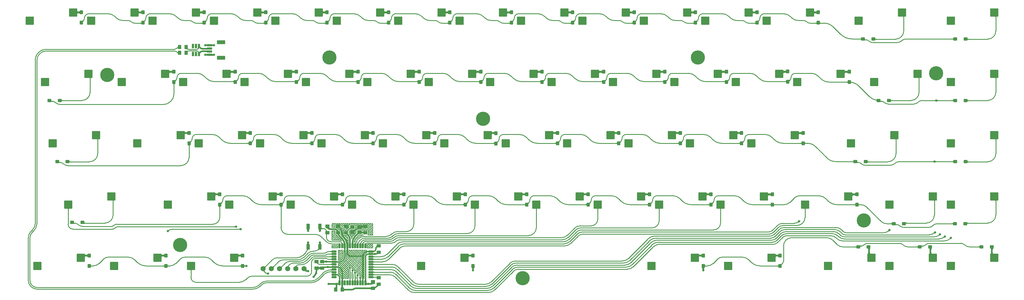
<source format=gbl>
G04*
G04 #@! TF.GenerationSoftware,Altium Limited,Altium Designer,21.6.4 (81)*
G04*
G04 Layer_Physical_Order=2*
G04 Layer_Color=16711680*
%FSTAX24Y24*%
%MOIN*%
G70*
G04*
G04 #@! TF.SameCoordinates,245CE46D-98AB-4B62-9B0C-93C9D4342F2A*
G04*
G04*
G04 #@! TF.FilePolarity,Positive*
G04*
G01*
G75*
%ADD10C,0.0080*%
%ADD12C,0.1732*%
%ADD14C,0.0200*%
%ADD15C,0.0100*%
%ADD16C,0.0150*%
%ADD17C,0.0276*%
%ADD18C,0.0236*%
%ADD19C,0.0200*%
%ADD20C,0.0180*%
%ADD21C,0.0100*%
%ADD22C,0.0090*%
G04:AMPARAMS|DCode=23|XSize=39.4mil|YSize=50mil|CornerRadius=2mil|HoleSize=0mil|Usage=FLASHONLY|Rotation=90.000|XOffset=0mil|YOffset=0mil|HoleType=Round|Shape=RoundedRectangle|*
%AMROUNDEDRECTD23*
21,1,0.0394,0.0461,0,0,90.0*
21,1,0.0354,0.0500,0,0,90.0*
1,1,0.0039,0.0230,0.0177*
1,1,0.0039,0.0230,-0.0177*
1,1,0.0039,-0.0230,-0.0177*
1,1,0.0039,-0.0230,0.0177*
%
%ADD23ROUNDEDRECTD23*%
G04:AMPARAMS|DCode=24|XSize=59.1mil|YSize=23.6mil|CornerRadius=2.4mil|HoleSize=0mil|Usage=FLASHONLY|Rotation=0.000|XOffset=0mil|YOffset=0mil|HoleType=Round|Shape=RoundedRectangle|*
%AMROUNDEDRECTD24*
21,1,0.0591,0.0189,0,0,0.0*
21,1,0.0543,0.0236,0,0,0.0*
1,1,0.0047,0.0272,-0.0094*
1,1,0.0047,-0.0272,-0.0094*
1,1,0.0047,-0.0272,0.0094*
1,1,0.0047,0.0272,0.0094*
%
%ADD24ROUNDEDRECTD24*%
G04:AMPARAMS|DCode=25|XSize=59.1mil|YSize=23.6mil|CornerRadius=2.4mil|HoleSize=0mil|Usage=FLASHONLY|Rotation=270.000|XOffset=0mil|YOffset=0mil|HoleType=Round|Shape=RoundedRectangle|*
%AMROUNDEDRECTD25*
21,1,0.0591,0.0189,0,0,270.0*
21,1,0.0543,0.0236,0,0,270.0*
1,1,0.0047,-0.0094,-0.0272*
1,1,0.0047,-0.0094,0.0272*
1,1,0.0047,0.0094,0.0272*
1,1,0.0047,0.0094,-0.0272*
%
%ADD25ROUNDEDRECTD25*%
G04:AMPARAMS|DCode=26|XSize=66.9mil|YSize=39.4mil|CornerRadius=2mil|HoleSize=0mil|Usage=FLASHONLY|Rotation=270.000|XOffset=0mil|YOffset=0mil|HoleType=Round|Shape=RoundedRectangle|*
%AMROUNDEDRECTD26*
21,1,0.0669,0.0354,0,0,270.0*
21,1,0.0630,0.0394,0,0,270.0*
1,1,0.0039,-0.0177,-0.0315*
1,1,0.0039,-0.0177,0.0315*
1,1,0.0039,0.0177,0.0315*
1,1,0.0039,0.0177,-0.0315*
%
%ADD26ROUNDEDRECTD26*%
%ADD27C,0.0630*%
G04:AMPARAMS|DCode=28|XSize=39.4mil|YSize=50mil|CornerRadius=2mil|HoleSize=0mil|Usage=FLASHONLY|Rotation=0.000|XOffset=0mil|YOffset=0mil|HoleType=Round|Shape=RoundedRectangle|*
%AMROUNDEDRECTD28*
21,1,0.0394,0.0461,0,0,0.0*
21,1,0.0354,0.0500,0,0,0.0*
1,1,0.0039,0.0177,-0.0230*
1,1,0.0039,-0.0177,-0.0230*
1,1,0.0039,-0.0177,0.0230*
1,1,0.0039,0.0177,0.0230*
%
%ADD28ROUNDEDRECTD28*%
G04:AMPARAMS|DCode=29|XSize=100.4mil|YSize=98.4mil|CornerRadius=7.4mil|HoleSize=0mil|Usage=FLASHONLY|Rotation=0.000|XOffset=0mil|YOffset=0mil|HoleType=Round|Shape=RoundedRectangle|*
%AMROUNDEDRECTD29*
21,1,0.1004,0.0837,0,0,0.0*
21,1,0.0856,0.0984,0,0,0.0*
1,1,0.0148,0.0428,-0.0418*
1,1,0.0148,-0.0428,-0.0418*
1,1,0.0148,-0.0428,0.0418*
1,1,0.0148,0.0428,0.0418*
%
%ADD29ROUNDEDRECTD29*%
G04:AMPARAMS|DCode=30|XSize=55.1mil|YSize=23.6mil|CornerRadius=1.8mil|HoleSize=0mil|Usage=FLASHONLY|Rotation=90.000|XOffset=0mil|YOffset=0mil|HoleType=Round|Shape=RoundedRectangle|*
%AMROUNDEDRECTD30*
21,1,0.0551,0.0201,0,0,90.0*
21,1,0.0516,0.0236,0,0,90.0*
1,1,0.0035,0.0100,0.0258*
1,1,0.0035,0.0100,-0.0258*
1,1,0.0035,-0.0100,-0.0258*
1,1,0.0035,-0.0100,0.0258*
%
%ADD30ROUNDEDRECTD30*%
G04:AMPARAMS|DCode=31|XSize=47.2mil|YSize=98.4mil|CornerRadius=2.4mil|HoleSize=0mil|Usage=FLASHONLY|Rotation=270.000|XOffset=0mil|YOffset=0mil|HoleType=Round|Shape=RoundedRectangle|*
%AMROUNDEDRECTD31*
21,1,0.0472,0.0937,0,0,270.0*
21,1,0.0425,0.0984,0,0,270.0*
1,1,0.0047,-0.0469,-0.0213*
1,1,0.0047,-0.0469,0.0213*
1,1,0.0047,0.0469,0.0213*
1,1,0.0047,0.0469,-0.0213*
%
%ADD31ROUNDEDRECTD31*%
G04:AMPARAMS|DCode=32|XSize=23.6mil|YSize=59.1mil|CornerRadius=1.2mil|HoleSize=0mil|Usage=FLASHONLY|Rotation=270.000|XOffset=0mil|YOffset=0mil|HoleType=Round|Shape=RoundedRectangle|*
%AMROUNDEDRECTD32*
21,1,0.0236,0.0567,0,0,270.0*
21,1,0.0213,0.0591,0,0,270.0*
1,1,0.0024,-0.0283,-0.0106*
1,1,0.0024,-0.0283,0.0106*
1,1,0.0024,0.0283,0.0106*
1,1,0.0024,0.0283,-0.0106*
%
%ADD32ROUNDEDRECTD32*%
G04:AMPARAMS|DCode=33|XSize=47.2mil|YSize=39.4mil|CornerRadius=3.9mil|HoleSize=0mil|Usage=FLASHONLY|Rotation=180.000|XOffset=0mil|YOffset=0mil|HoleType=Round|Shape=RoundedRectangle|*
%AMROUNDEDRECTD33*
21,1,0.0472,0.0315,0,0,180.0*
21,1,0.0394,0.0394,0,0,180.0*
1,1,0.0079,-0.0197,0.0157*
1,1,0.0079,0.0197,0.0157*
1,1,0.0079,0.0197,-0.0157*
1,1,0.0079,-0.0197,-0.0157*
%
%ADD33ROUNDEDRECTD33*%
G04:AMPARAMS|DCode=34|XSize=47.2mil|YSize=39.4mil|CornerRadius=3.9mil|HoleSize=0mil|Usage=FLASHONLY|Rotation=270.000|XOffset=0mil|YOffset=0mil|HoleType=Round|Shape=RoundedRectangle|*
%AMROUNDEDRECTD34*
21,1,0.0472,0.0315,0,0,270.0*
21,1,0.0394,0.0394,0,0,270.0*
1,1,0.0079,-0.0157,-0.0197*
1,1,0.0079,-0.0157,0.0197*
1,1,0.0079,0.0157,0.0197*
1,1,0.0079,0.0157,-0.0197*
%
%ADD34ROUNDEDRECTD34*%
G04:AMPARAMS|DCode=35|XSize=55.1mil|YSize=47.2mil|CornerRadius=3.5mil|HoleSize=0mil|Usage=FLASHONLY|Rotation=180.000|XOffset=0mil|YOffset=0mil|HoleType=Round|Shape=RoundedRectangle|*
%AMROUNDEDRECTD35*
21,1,0.0551,0.0402,0,0,180.0*
21,1,0.0480,0.0472,0,0,180.0*
1,1,0.0071,-0.0240,0.0201*
1,1,0.0071,0.0240,0.0201*
1,1,0.0071,0.0240,-0.0201*
1,1,0.0071,-0.0240,-0.0201*
%
%ADD35ROUNDEDRECTD35*%
%ADD36C,0.0120*%
G36*
X034104Y046907D02*
X034102Y046926D01*
X034095Y046943D01*
X034084Y046958D01*
X03407Y046971D01*
X034051Y046982D01*
X034028Y046991D01*
X034001Y046998D01*
X03397Y047003D01*
X033938Y047005D01*
X033908Y047003D01*
X033878Y046998D01*
X033852Y046991D01*
X03383Y046982D01*
X033812Y046971D01*
X033798Y046958D01*
X033787Y046943D01*
X033781Y046926D01*
X033779Y046907D01*
Y047307D01*
X033781Y047288D01*
X033787Y047271D01*
X033798Y047256D01*
X033812Y047243D01*
X03383Y047232D01*
X033852Y047223D01*
X033878Y047216D01*
X033908Y047211D01*
X033938Y047208D01*
X033968Y047211D01*
X033998Y047216D01*
X034025Y047223D01*
X034047Y047232D01*
X034065Y047243D01*
X034079Y047256D01*
X034089Y047271D01*
X034094Y047288D01*
X034096Y047307D01*
X034104Y046907D01*
D02*
G37*
G36*
X019104D02*
X019102Y046926D01*
X019095Y046943D01*
X019084Y046958D01*
X01907Y046971D01*
X019051Y046982D01*
X019028Y046991D01*
X019001Y046998D01*
X01897Y047003D01*
X018938Y047005D01*
X018908Y047003D01*
X018878Y046998D01*
X018852Y046991D01*
X01883Y046982D01*
X018812Y046971D01*
X018798Y046958D01*
X018787Y046943D01*
X018781Y046926D01*
X018779Y046907D01*
Y047307D01*
X018781Y047288D01*
X018787Y047271D01*
X018798Y047256D01*
X018812Y047243D01*
X01883Y047232D01*
X018852Y047223D01*
X018878Y047216D01*
X018908Y047211D01*
X018938Y047208D01*
X018968Y047211D01*
X018998Y047216D01*
X019025Y047223D01*
X019047Y047232D01*
X019065Y047243D01*
X019079Y047256D01*
X019089Y047271D01*
X019094Y047288D01*
X019096Y047307D01*
X019104Y046907D01*
D02*
G37*
G36*
X041624D02*
X041621Y046926D01*
X041615Y046943D01*
X041604Y046958D01*
X041589Y046971D01*
X04157Y046982D01*
X041547Y046991D01*
X04152Y046998D01*
X041489Y047003D01*
X041454Y047006D01*
X041448Y047006D01*
X041442Y047006D01*
X041408Y047003D01*
X041378Y046998D01*
X041352Y046991D01*
X04133Y046982D01*
X041312Y046971D01*
X041298Y046958D01*
X041287Y046943D01*
X041281Y046926D01*
X041279Y046907D01*
Y047307D01*
X041281Y047288D01*
X041287Y047271D01*
X041298Y047256D01*
X041312Y047243D01*
X04133Y047232D01*
X041352Y047223D01*
X041378Y047216D01*
X041408Y047211D01*
X041442Y047208D01*
X041448Y047208D01*
X041453Y047208D01*
X041488Y047211D01*
X041518Y047216D01*
X041544Y047223D01*
X041567Y047232D01*
X041585Y047243D01*
X041599Y047256D01*
X041608Y047271D01*
X041614Y047288D01*
X041616Y047307D01*
X041624Y046907D01*
D02*
G37*
G36*
X026624D02*
X026621Y046926D01*
X026615Y046943D01*
X026604Y046958D01*
X026589Y046971D01*
X02657Y046982D01*
X026547Y046991D01*
X02652Y046998D01*
X026489Y047003D01*
X026454Y047006D01*
X026448Y047006D01*
X026442Y047006D01*
X026408Y047003D01*
X026378Y046998D01*
X026352Y046991D01*
X02633Y046982D01*
X026312Y046971D01*
X026298Y046958D01*
X026287Y046943D01*
X026281Y046926D01*
X026279Y046907D01*
Y047307D01*
X026281Y047288D01*
X026287Y047271D01*
X026298Y047256D01*
X026312Y047243D01*
X02633Y047232D01*
X026352Y047223D01*
X026378Y047216D01*
X026408Y047211D01*
X026442Y047208D01*
X026448Y047208D01*
X026453Y047208D01*
X026488Y047211D01*
X026518Y047216D01*
X026544Y047223D01*
X026567Y047232D01*
X026585Y047243D01*
X026599Y047256D01*
X026608Y047271D01*
X026614Y047288D01*
X026616Y047307D01*
X026624Y046907D01*
D02*
G37*
G36*
X034558Y046063D02*
X034543Y046047D01*
X034507Y046006D01*
X034499Y045995D01*
X034493Y045985D01*
X034489Y045976D01*
X034486Y045968D01*
X034485Y045962D01*
X034487Y045956D01*
X034421Y046101D01*
X034424Y046097D01*
X034428Y046095D01*
X034433Y046095D01*
X03444Y046097D01*
X034447Y046102D01*
X034457Y046108D01*
X034467Y046115D01*
X034491Y046137D01*
X034505Y046151D01*
X034558Y046063D01*
D02*
G37*
G36*
X019558D02*
X019543Y046047D01*
X019507Y046006D01*
X019499Y045995D01*
X019493Y045985D01*
X019489Y045976D01*
X019486Y045968D01*
X019485Y045962D01*
X019487Y045956D01*
X019421Y046101D01*
X019424Y046097D01*
X019428Y046095D01*
X019433Y046095D01*
X01944Y046097D01*
X019447Y046102D01*
X019457Y046108D01*
X019467Y046115D01*
X019491Y046137D01*
X019505Y046151D01*
X019558Y046063D01*
D02*
G37*
G36*
X042076Y04608D02*
X042006Y046009D01*
X041953Y046101D01*
X041954Y046101D01*
X041956Y046102D01*
X041962Y046108D01*
X042005Y046151D01*
X042076Y04608D01*
D02*
G37*
G36*
X027076D02*
X027006Y046009D01*
X026953Y046101D01*
X026954Y046101D01*
X026956Y046102D01*
X026962Y046108D01*
X027005Y046151D01*
X027076Y04608D01*
D02*
G37*
G36*
X041616Y045695D02*
X041615Y045705D01*
X041612Y045713D01*
X041607Y045721D01*
X0416Y045727D01*
X041591Y045733D01*
X041579Y045737D01*
X041566Y045741D01*
X041551Y045743D01*
X041534Y045745D01*
X041515Y045745D01*
Y045845D01*
X041534Y045846D01*
X041551Y045847D01*
X041566Y04585D01*
X041579Y045853D01*
X041591Y045858D01*
X0416Y045863D01*
X041607Y04587D01*
X041612Y045877D01*
X041615Y045886D01*
X041616Y045895D01*
Y045695D01*
D02*
G37*
G36*
X034096D02*
X034095Y045705D01*
X034092Y045713D01*
X034087Y045721D01*
X03408Y045727D01*
X034071Y045733D01*
X03406Y045737D01*
X034047Y045741D01*
X034031Y045743D01*
X034014Y045745D01*
X033995Y045745D01*
Y045845D01*
X034014Y045846D01*
X034031Y045847D01*
X034047Y04585D01*
X03406Y045853D01*
X034071Y045858D01*
X03408Y045863D01*
X034087Y04587D01*
X034092Y045877D01*
X034095Y045886D01*
X034096Y045895D01*
Y045695D01*
D02*
G37*
G36*
X026616D02*
X026615Y045705D01*
X026612Y045713D01*
X026607Y045721D01*
X0266Y045727D01*
X026591Y045733D01*
X026579Y045737D01*
X026566Y045741D01*
X026551Y045743D01*
X026534Y045745D01*
X026515Y045745D01*
Y045845D01*
X026534Y045846D01*
X026551Y045847D01*
X026566Y04585D01*
X026579Y045853D01*
X026591Y045858D01*
X0266Y045863D01*
X026607Y04587D01*
X026612Y045877D01*
X026615Y045886D01*
X026616Y045895D01*
Y045695D01*
D02*
G37*
G36*
X03526Y043209D02*
X035267Y043207D01*
X035278Y043204D01*
X035292Y043203D01*
X035333Y0432D01*
X03546Y043197D01*
Y042997D01*
X035423Y042997D01*
X035267Y042988D01*
X03526Y042986D01*
X035257Y042983D01*
Y043212D01*
X03526Y043209D01*
D02*
G37*
G36*
X034674Y042983D02*
X034671Y042986D01*
X034664Y042988D01*
X034653Y04299D01*
X034638Y042992D01*
X034598Y042995D01*
X034471Y042997D01*
Y043197D01*
X034508Y043197D01*
X034664Y043207D01*
X034671Y043209D01*
X034674Y043212D01*
Y042983D01*
D02*
G37*
G36*
X033688Y042724D02*
X033681Y042728D01*
X033672Y042729D01*
X033663Y042727D01*
X033653Y042723D01*
X033643Y042717D01*
X033631Y042708D01*
X033619Y042697D01*
X033606Y042683D01*
X033593Y042667D01*
X033578Y042648D01*
X033481Y042673D01*
X033498Y042697D01*
X033525Y042738D01*
X033535Y042756D01*
X033541Y042772D01*
X033546Y042785D01*
X033548Y042797D01*
X033547Y042807D01*
X033543Y042814D01*
X033537Y04282D01*
X033688Y042724D01*
D02*
G37*
G36*
X031091Y042705D02*
X03109Y042715D01*
X031087Y042722D01*
X031082Y042728D01*
X031076Y042732D01*
X031068Y042734D01*
X031058Y042734D01*
X031046Y042733D01*
X031033Y042729D01*
X031017Y042724D01*
X031Y042717D01*
X030997Y042829D01*
X031015Y042838D01*
X031031Y042847D01*
X031045Y042856D01*
X031057Y042865D01*
X031067Y042874D01*
X031076Y042884D01*
X031082Y042893D01*
X031087Y042903D01*
X03109Y042914D01*
X031091Y042924D01*
Y042705D01*
D02*
G37*
G36*
X032262Y042711D02*
X032257Y042705D01*
X032256Y042698D01*
X032259Y042691D01*
X032265Y042683D01*
X032276Y042675D01*
X03229Y042667D01*
X032308Y042658D01*
X032329Y042649D01*
X032355Y04264D01*
X032302Y042562D01*
X032266Y042574D01*
X032175Y042599D01*
X03215Y042604D01*
X032128Y042606D01*
X032109Y042607D01*
X032093Y042606D01*
X032079Y042604D01*
X032068Y042599D01*
X03227Y042718D01*
X032262Y042711D01*
D02*
G37*
G36*
X034682Y042586D02*
X03469Y042581D01*
X034692Y042577D01*
X034688Y042573D01*
X034676Y04257D01*
X034659Y042568D01*
X034634Y042565D01*
X034521Y042562D01*
X034471Y042561D01*
Y042762D01*
X034505Y042762D01*
X034564Y042767D01*
X034589Y042771D01*
X034611Y042776D01*
X03463Y042782D01*
X034646Y042789D01*
X034658Y042798D01*
X034668Y042807D01*
X034674Y042818D01*
X034682Y042586D01*
D02*
G37*
G36*
X032355Y042356D02*
X032329Y042347D01*
X03229Y042329D01*
X032276Y042321D01*
X032265Y042313D01*
X032259Y042306D01*
X032256Y042298D01*
X032257Y042291D01*
X032262Y042285D01*
X03227Y042279D01*
X032068Y042397D01*
X032079Y042393D01*
X032093Y04239D01*
X032109Y042389D01*
X032128Y04239D01*
X03215Y042393D01*
X032175Y042397D01*
X032233Y042412D01*
X032302Y042434D01*
X032355Y042356D01*
D02*
G37*
G36*
X031091Y042072D02*
X03109Y042083D01*
X031087Y042093D01*
X031082Y042103D01*
X031076Y042112D01*
X031067Y042122D01*
X031057Y042131D01*
X031045Y04214D01*
X031031Y042149D01*
X031015Y042158D01*
X030997Y042167D01*
X031Y042279D01*
X031017Y042272D01*
X031033Y042267D01*
X031046Y042263D01*
X031058Y042262D01*
X031068Y042262D01*
X031076Y042264D01*
X031082Y042268D01*
X031087Y042274D01*
X03109Y042281D01*
X031091Y042291D01*
Y042072D01*
D02*
G37*
G36*
X034521Y042452D02*
X034688Y04244D01*
X034692Y042436D01*
X03469Y042432D01*
X034682Y042428D01*
X034674Y042196D01*
X034668Y042206D01*
X034658Y042216D01*
X034646Y042224D01*
X03463Y042232D01*
X034611Y042238D01*
X034589Y042243D01*
X034564Y042247D01*
X034536Y04225D01*
X034471Y042252D01*
Y042452D01*
X034521Y042452D01*
D02*
G37*
G36*
X033582Y042345D02*
X03361Y042315D01*
X033623Y042304D01*
X033635Y042295D01*
X033646Y042289D01*
X033656Y042285D01*
X033665Y042284D01*
X033674Y042285D01*
X033681Y042289D01*
X033537Y042183D01*
X033543Y04219D01*
X033547Y042198D01*
X033547Y042207D01*
X033546Y042219D01*
X033541Y042232D01*
X033534Y042247D01*
X033525Y042263D01*
X033513Y042282D01*
X033481Y042324D01*
X033566Y042364D01*
X033582Y042345D01*
D02*
G37*
G36*
X03526Y042028D02*
X035267Y042025D01*
X035278Y042023D01*
X035292Y042021D01*
X035333Y042019D01*
X03546Y042016D01*
Y041816D01*
X035423Y041816D01*
X035267Y041807D01*
X03526Y041805D01*
X035257Y041802D01*
Y042031D01*
X03526Y042028D01*
D02*
G37*
G36*
X034674Y041802D02*
X034671Y041805D01*
X034664Y041807D01*
X034653Y041809D01*
X034638Y041811D01*
X034598Y041814D01*
X034471Y041816D01*
Y042016D01*
X034508Y042016D01*
X034664Y042025D01*
X034671Y042028D01*
X034674Y042031D01*
Y041802D01*
D02*
G37*
G36*
X045357Y039643D02*
X045355Y039662D01*
X045349Y039679D01*
X045338Y039694D01*
X045324Y039707D01*
X045306Y039718D01*
X045284Y039727D01*
X045258Y039734D01*
X045227Y039739D01*
X045193Y039742D01*
X045193Y039742D01*
X045192Y039742D01*
X045158Y039739D01*
X045128Y039734D01*
X045101Y039727D01*
X045079Y039718D01*
X045061Y039707D01*
X045047Y039694D01*
X045037Y039679D01*
X045031Y039662D01*
X045029Y039643D01*
X045026Y040042D01*
X045028Y040023D01*
X045034Y040006D01*
X045045Y039991D01*
X045059Y039978D01*
X045078Y039967D01*
X0451Y039958D01*
X045127Y039952D01*
X045157Y039947D01*
X045192Y039944D01*
X045193Y039943D01*
X045193Y039944D01*
X045227Y039947D01*
X045258Y039952D01*
X045284Y039958D01*
X045306Y039967D01*
X045324Y039978D01*
X045338Y039991D01*
X045349Y040006D01*
X045355Y040023D01*
X045357Y040042D01*
Y039643D01*
D02*
G37*
G36*
X037876D02*
X037874Y039662D01*
X037868Y039679D01*
X037858Y039694D01*
X037844Y039707D01*
X037826Y039718D01*
X037804Y039727D01*
X037777Y039734D01*
X037747Y039739D01*
X037713Y039742D01*
X037703Y039742D01*
X037692Y039742D01*
X037658Y039739D01*
X037628Y039734D01*
X037601Y039727D01*
X037579Y039718D01*
X037561Y039707D01*
X037547Y039694D01*
X037537Y039679D01*
X037531Y039662D01*
X037529Y039643D01*
X037526Y040042D01*
X037528Y040023D01*
X037534Y040006D01*
X037545Y039991D01*
X037559Y039978D01*
X037578Y039967D01*
X0376Y039958D01*
X037627Y039952D01*
X037657Y039947D01*
X037692Y039944D01*
X037702Y039943D01*
X037713Y039944D01*
X037747Y039947D01*
X037777Y039952D01*
X037804Y039958D01*
X037826Y039967D01*
X037844Y039978D01*
X037858Y039991D01*
X037868Y040006D01*
X037874Y040023D01*
X037876Y040042D01*
Y039643D01*
D02*
G37*
G36*
X030396D02*
X030394Y039662D01*
X030388Y039679D01*
X030378Y039694D01*
X030364Y039707D01*
X030346Y039718D01*
X030323Y039727D01*
X030297Y039734D01*
X030267Y039739D01*
X030233Y039742D01*
X030212Y039742D01*
X030192Y039742D01*
X030158Y039739D01*
X030128Y039734D01*
X030101Y039727D01*
X030079Y039718D01*
X030061Y039707D01*
X030047Y039694D01*
X030037Y039679D01*
X030031Y039662D01*
X030029Y039643D01*
X030026Y040042D01*
X030028Y040023D01*
X030034Y040006D01*
X030045Y039991D01*
X030059Y039978D01*
X030078Y039967D01*
X0301Y039958D01*
X030127Y039952D01*
X030157Y039947D01*
X030192Y039944D01*
X030212Y039943D01*
X030233Y039944D01*
X030267Y039947D01*
X030297Y039952D01*
X030323Y039958D01*
X030346Y039967D01*
X030364Y039978D01*
X030378Y039991D01*
X030388Y040006D01*
X030394Y040023D01*
X030396Y040042D01*
Y039643D01*
D02*
G37*
G36*
X02044Y039115D02*
X020432Y039111D01*
X020424Y039106D01*
X020418Y039099D01*
X020412Y03909D01*
X020408Y039079D01*
X020405Y039066D01*
X020402Y039051D01*
X020401Y039034D01*
X0204Y039014D01*
X0203D01*
X020299Y039034D01*
X020298Y039051D01*
X020296Y039066D01*
X020292Y039079D01*
X020287Y03909D01*
X020282Y039099D01*
X020275Y039106D01*
X020268Y039111D01*
X020259Y039115D01*
X02025Y039116D01*
X02045D01*
X02044Y039115D01*
D02*
G37*
G36*
X045818Y03874D02*
X045803Y038724D01*
X045777Y038693D01*
X045767Y038678D01*
X045759Y038663D01*
X045753Y038649D01*
X045749Y038636D01*
X045746Y038623D01*
X045745Y03861D01*
X045746Y038598D01*
X045709Y038818D01*
X045717Y038818D01*
X045725Y038818D01*
X045734Y03882D01*
X045743Y038823D01*
X045752Y038827D01*
X045762Y038832D01*
X045772Y038839D01*
X045783Y038847D01*
X045793Y038857D01*
X045805Y038867D01*
X045818Y03874D01*
D02*
G37*
G36*
X030858Y038779D02*
X030842Y038763D01*
X030807Y038722D01*
X030798Y038711D01*
X030792Y038701D01*
X030788Y038692D01*
X030785Y038685D01*
X030785Y038678D01*
X030786Y038673D01*
X03072Y038817D01*
X030723Y038814D01*
X030727Y038812D01*
X030732Y038812D01*
X030739Y038814D01*
X030747Y038818D01*
X030756Y038824D01*
X030766Y038832D01*
X030791Y038854D01*
X030805Y038867D01*
X030858Y038779D01*
D02*
G37*
G36*
X038338Y038759D02*
X038321Y038741D01*
X038293Y038708D01*
X038282Y038693D01*
X038274Y038678D01*
X038268Y038664D01*
X038264Y038651D01*
X038263Y038639D01*
X038263Y038628D01*
X038266Y038618D01*
X038185Y038817D01*
X03819Y038809D01*
X038196Y038803D01*
X038204Y038801D01*
X038214Y038802D01*
X038225Y038805D01*
X038238Y038812D01*
X038252Y038821D01*
X038268Y038834D01*
X038285Y038849D01*
X038305Y038867D01*
X038338Y038759D01*
D02*
G37*
G36*
X045356Y03855D02*
X045355Y03856D01*
X045352Y038568D01*
X045347Y038575D01*
X04534Y038582D01*
X045331Y038588D01*
X04532Y038592D01*
X045306Y038595D01*
X045291Y038598D01*
X045274Y0386D01*
X045255Y0386D01*
Y0387D01*
X045274Y0387D01*
X045291Y038702D01*
X045306Y038705D01*
X04532Y038708D01*
X045331Y038712D01*
X04534Y038718D01*
X045347Y038725D01*
X045352Y038732D01*
X045355Y03874D01*
X045356Y03875D01*
Y03855D01*
D02*
G37*
G36*
X037876D02*
X037875Y03856D01*
X037872Y038568D01*
X037867Y038575D01*
X037859Y038582D01*
X03785Y038588D01*
X037839Y038592D01*
X037826Y038595D01*
X037811Y038598D01*
X037794Y0386D01*
X037774Y0386D01*
Y0387D01*
X037794Y0387D01*
X037811Y038702D01*
X037826Y038705D01*
X037839Y038708D01*
X03785Y038712D01*
X037859Y038718D01*
X037867Y038725D01*
X037872Y038732D01*
X037875Y03874D01*
X037876Y03875D01*
Y03855D01*
D02*
G37*
G36*
X030681Y038347D02*
X030673Y038344D01*
X030665Y038339D01*
X030659Y038332D01*
X030653Y038323D01*
X030649Y038312D01*
X030645Y038299D01*
X030643Y038283D01*
X030641Y038266D01*
X030641Y038247D01*
X030541D01*
X03054Y038266D01*
X030539Y038283D01*
X030536Y038299D01*
X030533Y038312D01*
X030528Y038323D01*
X030523Y038332D01*
X030516Y038339D01*
X030509Y038344D01*
X0305Y038347D01*
X030491Y038348D01*
X030691D01*
X030681Y038347D01*
D02*
G37*
G36*
X016889Y036429D02*
X016892Y036421D01*
X016897Y036413D01*
X016904Y036407D01*
X016913Y036401D01*
X016925Y036397D01*
X016938Y036393D01*
X016953Y036391D01*
X01697Y036389D01*
X016989Y036389D01*
Y036289D01*
X01697Y036288D01*
X016953Y036287D01*
X016938Y036284D01*
X016925Y036281D01*
X016913Y036276D01*
X016904Y036271D01*
X016897Y036264D01*
X016892Y036257D01*
X016889Y036248D01*
X016888Y036239D01*
Y036439D01*
X016889Y036429D01*
D02*
G37*
G36*
X015629Y036325D02*
X015631Y036317D01*
X015636Y036309D01*
X015643Y036303D01*
X015652Y036297D01*
X015663Y036293D01*
X015677Y036289D01*
X015692Y036287D01*
X01571Y036285D01*
X015729Y036285D01*
Y036185D01*
X015712Y036185D01*
X015681Y036182D01*
X015668Y03618D01*
X015656Y036177D01*
X015646Y036174D01*
X015637Y03617D01*
X015629Y036165D01*
X015623Y03616D01*
X015618Y036154D01*
X015628Y036335D01*
X015629Y036325D01*
D02*
G37*
G36*
X039727Y032162D02*
X039725Y032181D01*
X039719Y032198D01*
X039708Y032213D01*
X039694Y032226D01*
X039676Y032237D01*
X039654Y032246D01*
X039628Y032253D01*
X039598Y032258D01*
X039565Y032261D01*
X039532Y032258D01*
X039502Y032253D01*
X039476Y032246D01*
X039453Y032237D01*
X039435Y032226D01*
X039421Y032213D01*
X039412Y032198D01*
X039406Y032181D01*
X039404Y032162D01*
X039393Y032562D01*
X039396Y032543D01*
X039402Y032526D01*
X039413Y032511D01*
X039428Y032498D01*
X039448Y032487D01*
X039471Y032478D01*
X039498Y032471D01*
X03953Y032466D01*
X039564Y032463D01*
X039598Y032466D01*
X039628Y032471D01*
X039654Y032478D01*
X039676Y032487D01*
X039694Y032498D01*
X039708Y032511D01*
X039719Y032526D01*
X039725Y032543D01*
X039727Y032562D01*
Y032162D01*
D02*
G37*
G36*
X047246D02*
X047244Y032181D01*
X047238Y032198D01*
X047228Y032213D01*
X047214Y032226D01*
X047196Y032237D01*
X047174Y032246D01*
X047147Y032253D01*
X047117Y032258D01*
X047083Y032261D01*
X047075Y032261D01*
X047067Y032261D01*
X047032Y032258D01*
X047002Y032253D01*
X046975Y032246D01*
X046953Y032237D01*
X046935Y032226D01*
X046921Y032213D01*
X046912Y032198D01*
X046906Y032181D01*
X046904Y032162D01*
X046893Y032562D01*
X046896Y032543D01*
X046902Y032526D01*
X046913Y032511D01*
X046928Y032498D01*
X046948Y032487D01*
X046971Y032478D01*
X046998Y032471D01*
X04703Y032466D01*
X047066Y032463D01*
X047074Y032463D01*
X047083Y032463D01*
X047117Y032466D01*
X047147Y032471D01*
X047174Y032478D01*
X047196Y032487D01*
X047214Y032498D01*
X047228Y032511D01*
X047238Y032526D01*
X047244Y032543D01*
X047246Y032562D01*
Y032162D01*
D02*
G37*
G36*
X032246D02*
X032244Y032181D01*
X032238Y032198D01*
X032228Y032213D01*
X032214Y032226D01*
X032196Y032237D01*
X032174Y032246D01*
X032147Y032253D01*
X032117Y032258D01*
X032083Y032261D01*
X032075Y032261D01*
X032067Y032261D01*
X032032Y032258D01*
X032002Y032253D01*
X031976Y032246D01*
X031953Y032237D01*
X031935Y032226D01*
X031921Y032213D01*
X031912Y032198D01*
X031906Y032181D01*
X031904Y032162D01*
X031893Y032562D01*
X031896Y032543D01*
X031902Y032526D01*
X031913Y032511D01*
X031928Y032498D01*
X031948Y032487D01*
X031971Y032478D01*
X031998Y032471D01*
X03203Y032466D01*
X032066Y032463D01*
X032074Y032463D01*
X032083Y032463D01*
X032117Y032466D01*
X032147Y032471D01*
X032174Y032478D01*
X032196Y032487D01*
X032214Y032498D01*
X032228Y032511D01*
X032238Y032526D01*
X032244Y032543D01*
X032246Y032562D01*
Y032162D01*
D02*
G37*
G36*
X021378Y031615D02*
X02137Y031611D01*
X021362Y031606D01*
X021356Y031599D01*
X02135Y03159D01*
X021346Y031579D01*
X021342Y031566D01*
X021339Y031551D01*
X021338Y031534D01*
X021337Y031514D01*
X021237D01*
X021237Y031534D01*
X021235Y031551D01*
X021233Y031566D01*
X02123Y031579D01*
X021225Y03159D01*
X021219Y031599D01*
X021213Y031606D01*
X021205Y031611D01*
X021197Y031615D01*
X021188Y031616D01*
X021388D01*
X021378Y031615D01*
D02*
G37*
G36*
X047708Y031299D02*
X047692Y031283D01*
X047657Y031242D01*
X047649Y031231D01*
X047643Y031221D01*
X047638Y031212D01*
X047636Y031204D01*
X047635Y031198D01*
X047636Y031193D01*
X047571Y031337D01*
X047573Y031333D01*
X047577Y031331D01*
X047583Y031332D01*
X047589Y031334D01*
X047597Y031338D01*
X047606Y031344D01*
X047616Y031352D01*
X047641Y031373D01*
X047655Y031387D01*
X047708Y031299D01*
D02*
G37*
G36*
X032708D02*
X032692Y031283D01*
X032657Y031242D01*
X032649Y031231D01*
X032643Y031221D01*
X032638Y031212D01*
X032636Y031204D01*
X032635Y031198D01*
X032636Y031193D01*
X032571Y031337D01*
X032573Y031333D01*
X032577Y031331D01*
X032583Y031332D01*
X032589Y031334D01*
X032597Y031338D01*
X032606Y031344D01*
X032616Y031352D01*
X032641Y031373D01*
X032655Y031387D01*
X032708Y031299D01*
D02*
G37*
G36*
X040188Y031279D02*
X040171Y031261D01*
X040143Y031228D01*
X040133Y031212D01*
X040124Y031198D01*
X040118Y031184D01*
X040114Y031171D01*
X040113Y031159D01*
X040114Y031148D01*
X040116Y031138D01*
X040035Y031337D01*
X04004Y031329D01*
X040047Y031323D01*
X040055Y031321D01*
X040064Y031321D01*
X040075Y031325D01*
X040088Y031331D01*
X040102Y031341D01*
X040118Y031353D01*
X040136Y031369D01*
X040155Y031387D01*
X040188Y031279D01*
D02*
G37*
G36*
X047246Y031002D02*
X047245Y031012D01*
X047242Y03102D01*
X047237Y031028D01*
X04723Y031034D01*
X04722Y03104D01*
X047209Y031044D01*
X047196Y031048D01*
X047181Y03105D01*
X047164Y031052D01*
X047145Y031052D01*
Y031152D01*
X047164Y031153D01*
X047181Y031154D01*
X047196Y031157D01*
X047209Y03116D01*
X04722Y031165D01*
X04723Y03117D01*
X047237Y031177D01*
X047242Y031184D01*
X047245Y031193D01*
X047246Y031202D01*
Y031002D01*
D02*
G37*
G36*
X039726D02*
X039725Y031012D01*
X039722Y03102D01*
X039717Y031028D01*
X03971Y031034D01*
X039701Y03104D01*
X03969Y031044D01*
X039676Y031048D01*
X039661Y03105D01*
X039644Y031052D01*
X039625Y031052D01*
Y031152D01*
X039644Y031153D01*
X039661Y031154D01*
X039676Y031157D01*
X03969Y03116D01*
X039701Y031165D01*
X03971Y03117D01*
X039717Y031177D01*
X039722Y031184D01*
X039725Y031193D01*
X039726Y031202D01*
Y031002D01*
D02*
G37*
G36*
X032531Y030867D02*
X032523Y030864D01*
X032515Y030859D01*
X032509Y030852D01*
X032503Y030842D01*
X032499Y030831D01*
X032495Y030818D01*
X032493Y030803D01*
X032491Y030786D01*
X032491Y030767D01*
X032391D01*
X03239Y030786D01*
X032389Y030803D01*
X032386Y030818D01*
X032383Y030831D01*
X032378Y030842D01*
X032373Y030852D01*
X032366Y030859D01*
X032359Y030864D01*
X03235Y030867D01*
X032341Y030868D01*
X032541D01*
X032531Y030867D01*
D02*
G37*
G36*
X017834Y028929D02*
X017837Y028921D01*
X017842Y028913D01*
X017849Y028907D01*
X017858Y028901D01*
X017869Y028897D01*
X017883Y028893D01*
X017898Y028891D01*
X017915Y028889D01*
X017934Y028889D01*
Y028789D01*
X017915Y028788D01*
X017898Y028787D01*
X017883Y028784D01*
X017869Y028781D01*
X017858Y028776D01*
X017849Y028771D01*
X017842Y028764D01*
X017837Y028757D01*
X017834Y028748D01*
X017833Y028739D01*
Y028939D01*
X017834Y028929D01*
D02*
G37*
G36*
X016574Y028845D02*
X016576Y028837D01*
X016581Y028829D01*
X016588Y028823D01*
X016597Y028817D01*
X016608Y028813D01*
X016622Y028809D01*
X016637Y028807D01*
X016655Y028805D01*
X016674Y028805D01*
Y028705D01*
X016657Y028704D01*
X016626Y028702D01*
X016613Y0287D01*
X016601Y028697D01*
X016591Y028693D01*
X016582Y028689D01*
X016574Y028685D01*
X016568Y028679D01*
X016563Y028673D01*
X016573Y028855D01*
X016574Y028845D01*
D02*
G37*
G36*
X035986Y024662D02*
X035984Y024681D01*
X035979Y024698D01*
X035969Y024713D01*
X035955Y024726D01*
X035937Y024737D01*
X035914Y024746D01*
X035888Y024753D01*
X035858Y024758D01*
X035823Y024761D01*
X03582Y024761D01*
X035817Y024761D01*
X035782Y024758D01*
X035752Y024753D01*
X035726Y024746D01*
X035703Y024737D01*
X035685Y024726D01*
X035671Y024713D01*
X035662Y024698D01*
X035656Y024681D01*
X035654Y024662D01*
X035643Y025062D01*
X035646Y025043D01*
X035652Y025026D01*
X035663Y025011D01*
X035678Y024998D01*
X035698Y024987D01*
X035721Y024978D01*
X035748Y024971D01*
X03578Y024966D01*
X035816Y024963D01*
X03582Y024963D01*
X035824Y024963D01*
X035859Y024966D01*
X035891Y024971D01*
X035918Y024978D01*
X035941Y024987D01*
X03596Y024998D01*
X035974Y025011D01*
X035985Y025026D01*
X035992Y025043D01*
X035994Y025062D01*
X035986Y024662D01*
D02*
G37*
G36*
X043506D02*
X043504Y024681D01*
X043498Y024698D01*
X043488Y024713D01*
X043474Y024726D01*
X043456Y024737D01*
X043434Y024746D01*
X043408Y024753D01*
X043377Y024758D01*
X043343Y024761D01*
X04333Y024762D01*
X043317Y024761D01*
X043282Y024758D01*
X043252Y024753D01*
X043225Y024746D01*
X043203Y024737D01*
X043185Y024726D01*
X043171Y024713D01*
X043162Y024698D01*
X043156Y024681D01*
X043154Y024662D01*
X043143Y025062D01*
X043146Y025043D01*
X043152Y025026D01*
X043163Y025011D01*
X043178Y024998D01*
X043198Y024987D01*
X043221Y024978D01*
X043248Y024971D01*
X04328Y024966D01*
X043316Y024963D01*
X04333Y024963D01*
X043344Y024963D01*
X043379Y024966D01*
X04341Y024971D01*
X043437Y024978D01*
X04346Y024987D01*
X043479Y024998D01*
X043494Y025011D01*
X043505Y025026D01*
X043511Y025043D01*
X043514Y025062D01*
X043506Y024662D01*
D02*
G37*
G36*
X023253Y024115D02*
X023245Y024111D01*
X023237Y024106D01*
X023231Y024099D01*
X023225Y02409D01*
X023221Y024079D01*
X023217Y024066D01*
X023214Y024051D01*
X023213Y024034D01*
X023212Y024014D01*
X023112D01*
X023112Y024034D01*
X02311Y024051D01*
X023108Y024066D01*
X023105Y024079D01*
X0231Y02409D01*
X023094Y024099D01*
X023088Y024106D01*
X02308Y024111D01*
X023072Y024115D01*
X023063Y024116D01*
X023263D01*
X023253Y024115D01*
D02*
G37*
G36*
X043968Y023809D02*
X043952Y023792D01*
X043907Y023741D01*
X043901Y023731D01*
X043897Y023723D01*
X043895Y023717D01*
X043894Y023711D01*
X043896Y023707D01*
X043806Y023817D01*
X043809Y023815D01*
X043814Y023815D01*
X04382Y023817D01*
X043828Y023821D01*
X043837Y023827D01*
X043848Y023835D01*
X043874Y023857D01*
X043905Y023887D01*
X043968Y023809D01*
D02*
G37*
G36*
X036448Y023789D02*
X036431Y023771D01*
X036402Y023738D01*
X036392Y023723D01*
X036383Y02371D01*
X036377Y023698D01*
X036374Y023686D01*
X036372Y023676D01*
X036373Y023668D01*
X036376Y02366D01*
X036278Y023817D01*
X036283Y023812D01*
X03629Y023809D01*
X036299Y023809D01*
X036309Y023812D01*
X036321Y023817D01*
X036334Y023826D01*
X03635Y023837D01*
X036366Y023851D01*
X036405Y023887D01*
X036448Y023789D01*
D02*
G37*
G36*
X043506Y023502D02*
X043505Y023512D01*
X043502Y02352D01*
X043496Y023528D01*
X043489Y023534D01*
X04348Y02354D01*
X043469Y023544D01*
X043456Y023548D01*
X043441Y02355D01*
X043424Y023552D01*
X043404Y023552D01*
Y023652D01*
X043424Y023653D01*
X043441Y023654D01*
X043456Y023657D01*
X043469Y02366D01*
X04348Y023665D01*
X043489Y02367D01*
X043496Y023677D01*
X043502Y023684D01*
X043505Y023693D01*
X043506Y023702D01*
Y023502D01*
D02*
G37*
G36*
X017758Y023499D02*
X01775Y023489D01*
X017743Y023479D01*
X017737Y023468D01*
X017732Y023457D01*
X017728Y023446D01*
X017725Y023434D01*
X017723Y023422D01*
X017721Y023409D01*
X017721Y023396D01*
X017621D01*
X01762Y023409D01*
X017619Y023422D01*
X017616Y023434D01*
X017613Y023446D01*
X017609Y023457D01*
X017604Y023468D01*
X017598Y023479D01*
X017591Y023489D01*
X017583Y023499D01*
X017574Y023508D01*
X017767D01*
X017758Y023499D01*
D02*
G37*
G36*
X043762Y023347D02*
X043753Y023344D01*
X043746Y023339D01*
X043739Y023332D01*
X043734Y023323D01*
X043729Y023312D01*
X043726Y023299D01*
X043723Y023283D01*
X043722Y023266D01*
X043721Y023247D01*
X043621D01*
X043621Y023266D01*
X043619Y023283D01*
X043617Y023299D01*
X043613Y023312D01*
X043609Y023323D01*
X043603Y023332D01*
X043597Y023339D01*
X043589Y023344D01*
X043581Y023347D01*
X043571Y023348D01*
X043771D01*
X043762Y023347D01*
D02*
G37*
G36*
X036281D02*
X036273Y023344D01*
X036265Y023339D01*
X036259Y023332D01*
X036253Y023323D01*
X036249Y023312D01*
X036245Y023299D01*
X036243Y023283D01*
X036241Y023266D01*
X036241Y023247D01*
X036141D01*
X03614Y023266D01*
X036139Y023283D01*
X036136Y023299D01*
X036133Y023312D01*
X036128Y023323D01*
X036123Y023332D01*
X036116Y023339D01*
X036109Y023344D01*
X0361Y023347D01*
X036091Y023348D01*
X036291D01*
X036281Y023347D01*
D02*
G37*
G36*
X017761Y023115D02*
X017753Y023112D01*
X017745Y023106D01*
X017739Y023099D01*
X017733Y02309D01*
X017729Y023079D01*
X017725Y023066D01*
X017723Y023051D01*
X017721Y023034D01*
X017721Y023014D01*
X017621D01*
X01762Y023034D01*
X017619Y023051D01*
X017616Y023066D01*
X017613Y023079D01*
X017608Y02309D01*
X017603Y023099D01*
X017596Y023106D01*
X017589Y023112D01*
X01758Y023115D01*
X017571Y023116D01*
X017771D01*
X017761Y023115D01*
D02*
G37*
G36*
X019645Y021429D02*
X019648Y021421D01*
X019652Y021413D01*
X019659Y021407D01*
X019668Y021401D01*
X01968Y021397D01*
X019693Y021393D01*
X019708Y021391D01*
X019726Y021389D01*
X019745Y021389D01*
Y021289D01*
X019725Y021288D01*
X019707Y021287D01*
X019691Y021284D01*
X019677Y021281D01*
X019665Y021276D01*
X019655Y021271D01*
X019647Y021264D01*
X019642Y021257D01*
X019638Y021249D01*
X019637Y021239D01*
X019644Y021439D01*
X019645Y021429D01*
D02*
G37*
G36*
X018385Y021404D02*
X018387Y021396D01*
X018392Y021388D01*
X018399Y021382D01*
X018408Y021376D01*
X018419Y021372D01*
X018433Y021368D01*
X018448Y021366D01*
X018466Y021364D01*
X018485Y021364D01*
Y021264D01*
X018468Y021263D01*
X018437Y021261D01*
X018424Y021259D01*
X018412Y021256D01*
X018402Y021252D01*
X018393Y021248D01*
X018385Y021244D01*
X018379Y021238D01*
X018374Y021232D01*
X018384Y021414D01*
X018385Y021404D01*
D02*
G37*
G36*
X038102Y020804D02*
X038092Y020812D01*
X038083Y02082D01*
X038072Y020827D01*
X038062Y020833D01*
X038051Y020838D01*
X038039Y020843D01*
X038027Y020846D01*
X038015Y020848D01*
X038002Y02085D01*
X037989Y02085D01*
Y02095D01*
X038002Y02095D01*
X038015Y020952D01*
X038027Y020954D01*
X038039Y020957D01*
X038051Y020962D01*
X038062Y020967D01*
X038072Y020973D01*
X038083Y02098D01*
X038092Y020988D01*
X038102Y020996D01*
Y020804D01*
D02*
G37*
G36*
X038652Y020504D02*
X038642Y020512D01*
X038633Y02052D01*
X038622Y020527D01*
X038612Y020533D01*
X038601Y020538D01*
X038589Y020543D01*
X038577Y020546D01*
X038565Y020548D01*
X038552Y02055D01*
X038539Y02055D01*
Y02065D01*
X038552Y02065D01*
X038565Y020652D01*
X038577Y020654D01*
X038589Y020657D01*
X038601Y020662D01*
X038612Y020667D01*
X038622Y020673D01*
X038633Y02068D01*
X038642Y020688D01*
X038652Y020696D01*
Y020504D01*
D02*
G37*
G36*
X030049Y020441D02*
X030038Y020434D01*
X030029Y020426D01*
X03002Y020418D01*
X030012Y020409D01*
X030005Y020399D01*
X03Y020389D01*
X029995Y020378D01*
X029991Y020366D01*
X029989Y020353D01*
X029987Y02034D01*
X029862Y020487D01*
X029875Y020487D01*
X029887Y020487D01*
X029899Y020488D01*
X029911Y020489D01*
X029923Y020492D01*
X029935Y020496D01*
X029947Y0205D01*
X029959Y020505D01*
X029971Y020511D01*
X029983Y020518D01*
X030049Y020441D01*
D02*
G37*
G36*
X047146Y020572D02*
X04713Y020561D01*
X047116Y020547D01*
X047105Y020531D01*
X047094Y020512D01*
X047086Y020491D01*
X04708Y020467D01*
X047075Y020441D01*
X047073Y020412D01*
X047072Y020381D01*
X046872D01*
X046871Y020412D01*
X046868Y020441D01*
X046863Y020467D01*
X046857Y020491D01*
X046849Y020512D01*
X046839Y020531D01*
X046827Y020547D01*
X046813Y020561D01*
X046798Y020572D01*
X04678Y020581D01*
X047163D01*
X047146Y020572D01*
D02*
G37*
G36*
X047073Y018928D02*
X047075Y018899D01*
X04708Y018873D01*
X047086Y018849D01*
X047094Y018828D01*
X047105Y018809D01*
X047116Y018793D01*
X04713Y018779D01*
X047146Y018768D01*
X047163Y018759D01*
X04678D01*
X046798Y018768D01*
X046813Y018779D01*
X046827Y018793D01*
X046839Y018809D01*
X046849Y018828D01*
X046857Y018849D01*
X046863Y018873D01*
X046868Y018899D01*
X046871Y018928D01*
X046872Y018959D01*
X047072D01*
X047073Y018928D01*
D02*
G37*
G36*
X047011Y018095D02*
X047001Y018092D01*
X046991Y018088D01*
X046981Y018081D01*
X046972Y018073D01*
X046963Y018062D01*
X046954Y01805D01*
X046945Y018036D01*
X046937Y01802D01*
X046929Y018002D01*
X046819Y018004D01*
X046826Y018021D01*
X046831Y018037D01*
X046834Y018051D01*
X046835Y018063D01*
X046835Y018073D01*
X046832Y018081D01*
X046828Y018088D01*
X046822Y018092D01*
X046814Y018095D01*
X046805Y018096D01*
X047021D01*
X047011Y018095D01*
D02*
G37*
G36*
X038782Y017162D02*
X03878Y017181D01*
X038774Y017198D01*
X038764Y017213D01*
X038749Y017226D01*
X038731Y017237D01*
X038709Y017246D01*
X038683Y017253D01*
X038653Y017258D01*
X038624Y017261D01*
X038595Y017258D01*
X038564Y017253D01*
X038538Y017246D01*
X038516Y017237D01*
X038498Y017226D01*
X038484Y017213D01*
X038474Y017198D01*
X038468Y017181D01*
X038467Y017162D01*
X038456Y017562D01*
X038458Y017543D01*
X038465Y017526D01*
X038476Y017511D01*
X038491Y017498D01*
X03851Y017487D01*
X038533Y017478D01*
X038561Y017471D01*
X038593Y017466D01*
X038623Y017464D01*
X038653Y017466D01*
X038683Y017471D01*
X038709Y017478D01*
X038731Y017487D01*
X038749Y017498D01*
X038764Y017511D01*
X038774Y017526D01*
X03878Y017543D01*
X038782Y017562D01*
Y017162D01*
D02*
G37*
G36*
X029412D02*
X02941Y017181D01*
X029404Y017198D01*
X029394Y017213D01*
X029379Y017226D01*
X029361Y017237D01*
X029339Y017246D01*
X029313Y017253D01*
X029283Y017258D01*
X029251Y017261D01*
X02922Y017258D01*
X029189Y017253D01*
X029163Y017246D01*
X029141Y017237D01*
X029123Y017226D01*
X029109Y017213D01*
X029099Y017198D01*
X029093Y017181D01*
X029092Y017162D01*
X029081Y017562D01*
X029083Y017543D01*
X02909Y017526D01*
X029101Y017511D01*
X029116Y017498D01*
X029135Y017487D01*
X029158Y017478D01*
X029186Y017471D01*
X029218Y017466D01*
X029251Y017463D01*
X029283Y017466D01*
X029313Y017471D01*
X029339Y017478D01*
X029361Y017487D01*
X029379Y017498D01*
X029394Y017511D01*
X029404Y017526D01*
X02941Y017543D01*
X029412Y017562D01*
Y017162D01*
D02*
G37*
G36*
X020042D02*
X02004Y017181D01*
X020034Y017198D01*
X020023Y017213D01*
X020009Y017226D01*
X019991Y017237D01*
X019969Y017246D01*
X019943Y017253D01*
X019912Y017258D01*
X019879Y017261D01*
X019845Y017258D01*
X019814Y017253D01*
X019788Y017246D01*
X019766Y017237D01*
X019748Y017226D01*
X019734Y017213D01*
X019724Y017198D01*
X019718Y017181D01*
X019717Y017162D01*
X019706Y017562D01*
X019708Y017543D01*
X019715Y017526D01*
X019726Y017511D01*
X019741Y017498D01*
X01976Y017487D01*
X019783Y017478D01*
X019811Y017471D01*
X019843Y017466D01*
X019878Y017463D01*
X019912Y017466D01*
X019943Y017471D01*
X019969Y017478D01*
X019991Y017487D01*
X020009Y017498D01*
X020023Y017511D01*
X020034Y017526D01*
X02004Y017543D01*
X020042Y017562D01*
Y017162D01*
D02*
G37*
G36*
X045596Y0161D02*
X045592Y016093D01*
X045589Y016085D01*
X045587Y016079D01*
X045587Y016072D01*
X045588Y016066D01*
X045591Y016061D01*
X045596Y016055D01*
X045602Y01605D01*
X04561Y016046D01*
X045619Y016042D01*
X045419Y016054D01*
X045428Y016057D01*
X045436Y01606D01*
X045444Y016064D01*
X045452Y016069D01*
X045458Y016074D01*
X045465Y01608D01*
X045471Y016086D01*
X045476Y016093D01*
X045481Y016101D01*
X045486Y016109D01*
X045596Y0161D01*
D02*
G37*
G36*
X044656Y016132D02*
X044644Y016117D01*
X044635Y016104D01*
X044629Y016091D01*
X044624Y016079D01*
X044622Y016068D01*
X044623Y016059D01*
X044625Y01605D01*
X04463Y016042D01*
X044638Y016035D01*
X044647Y016028D01*
X04445Y016061D01*
X044458Y016063D01*
X044466Y016067D01*
X044475Y016072D01*
X044484Y016079D01*
X044493Y016087D01*
X044503Y016097D01*
X044513Y016108D01*
X044535Y016136D01*
X044546Y016152D01*
X044656Y016132D01*
D02*
G37*
G36*
X043826Y016005D02*
X043813Y015992D01*
X043803Y015979D01*
X043794Y015967D01*
X043786Y015954D01*
X043781Y015943D01*
X043778Y015931D01*
X043776Y015921D01*
X043776Y01591D01*
X043778Y0159D01*
X043782Y01589D01*
X04364Y016032D01*
X04365Y016028D01*
X04366Y016026D01*
X043671Y016026D01*
X043681Y016028D01*
X043693Y016031D01*
X043704Y016036D01*
X043717Y016044D01*
X043729Y016053D01*
X043742Y016063D01*
X043755Y016076D01*
X043826Y016005D01*
D02*
G37*
G36*
X042826D02*
X042813Y015992D01*
X042803Y015979D01*
X042794Y015967D01*
X042786Y015954D01*
X042781Y015943D01*
X042778Y015931D01*
X042776Y015921D01*
X042776Y01591D01*
X042778Y0159D01*
X042782Y01589D01*
X04264Y016032D01*
X04265Y016028D01*
X04266Y016026D01*
X042671Y016026D01*
X042681Y016028D01*
X042693Y016031D01*
X042704Y016036D01*
X042717Y016044D01*
X042729Y016053D01*
X042742Y016063D01*
X042755Y016076D01*
X042826Y016005D01*
D02*
G37*
G36*
X041826D02*
X041813Y015992D01*
X041803Y015979D01*
X041794Y015967D01*
X041786Y015954D01*
X041781Y015943D01*
X041778Y015931D01*
X041776Y015921D01*
X041776Y01591D01*
X041778Y0159D01*
X041782Y01589D01*
X04164Y016032D01*
X04165Y016028D01*
X04166Y016026D01*
X041671Y016026D01*
X041681Y016028D01*
X041693Y016031D01*
X041704Y016036D01*
X041717Y016044D01*
X041729Y016053D01*
X041742Y016063D01*
X041755Y016076D01*
X041826Y016005D01*
D02*
G37*
G36*
X039173Y016193D02*
X039176Y016184D01*
X039181Y016177D01*
X039188Y01617D01*
X039197Y016165D01*
X039208Y01616D01*
X039221Y016157D01*
X039236Y016154D01*
X039252Y016153D01*
X039263Y016154D01*
X039275Y016157D01*
X039287Y01616D01*
X039298Y016164D01*
X039309Y016169D01*
X03932Y016175D01*
X03933Y016182D01*
X03934Y01619D01*
X039349Y016199D01*
Y016006D01*
X03934Y016015D01*
X03933Y016023D01*
X03932Y01603D01*
X039309Y016036D01*
X039298Y016041D01*
X039287Y016045D01*
X039275Y016048D01*
X039263Y01605D01*
X039252Y016052D01*
X039236Y01605D01*
X039221Y016048D01*
X039208Y016044D01*
X039197Y01604D01*
X039188Y016034D01*
X039181Y016028D01*
X039176Y01602D01*
X039173Y016012D01*
X039172Y016002D01*
Y016202D01*
X039173Y016193D01*
D02*
G37*
G36*
X038781Y016002D02*
X03878Y016012D01*
X038777Y01602D01*
X038772Y016028D01*
X038765Y016034D01*
X038756Y01604D01*
X038745Y016044D01*
X038732Y016048D01*
X038716Y01605D01*
X038699Y016052D01*
X03868Y016052D01*
Y016152D01*
X038699Y016153D01*
X038716Y016154D01*
X038732Y016157D01*
X038745Y01616D01*
X038756Y016165D01*
X038765Y01617D01*
X038772Y016177D01*
X038777Y016184D01*
X03878Y016193D01*
X038781Y016202D01*
Y016002D01*
D02*
G37*
G36*
X029803Y016193D02*
X029806Y016184D01*
X029811Y016177D01*
X029818Y01617D01*
X029827Y016165D01*
X029838Y01616D01*
X029851Y016157D01*
X029866Y016154D01*
X029883Y016153D01*
X029903Y016152D01*
Y016052D01*
X029883Y016052D01*
X029866Y01605D01*
X029851Y016048D01*
X029838Y016044D01*
X029827Y01604D01*
X029818Y016034D01*
X029811Y016028D01*
X029806Y01602D01*
X029803Y016012D01*
X029801Y016002D01*
Y016202D01*
X029803Y016193D01*
D02*
G37*
G36*
X029411Y016002D02*
X02941Y016012D01*
X029407Y01602D01*
X029402Y016028D01*
X029395Y016034D01*
X029386Y01604D01*
X029375Y016044D01*
X029362Y016048D01*
X029346Y01605D01*
X029329Y016052D01*
X02931Y016052D01*
Y016152D01*
X029329Y016153D01*
X029346Y016154D01*
X029362Y016157D01*
X029375Y01616D01*
X029386Y016165D01*
X029395Y01617D01*
X029402Y016177D01*
X029407Y016184D01*
X02941Y016193D01*
X029411Y016202D01*
Y016002D01*
D02*
G37*
G36*
X020432Y016193D02*
X020435Y016184D01*
X020441Y016177D01*
X020448Y01617D01*
X020457Y016165D01*
X020468Y01616D01*
X020481Y016157D01*
X020496Y016154D01*
X020513Y016153D01*
X020533Y016152D01*
Y016052D01*
X020513Y016052D01*
X020496Y01605D01*
X020481Y016048D01*
X020468Y016044D01*
X020457Y01604D01*
X020448Y016034D01*
X020441Y016028D01*
X020435Y01602D01*
X020432Y016012D01*
X020431Y016002D01*
Y016202D01*
X020432Y016193D01*
D02*
G37*
G36*
X032758Y015999D02*
X03275Y015989D01*
X032743Y015979D01*
X032737Y015968D01*
X032732Y015957D01*
X032728Y015946D01*
X032725Y015934D01*
X032723Y015922D01*
X032721Y015909D01*
X032721Y015896D01*
X032621D01*
X03262Y015909D01*
X032619Y015922D01*
X032616Y015934D01*
X032613Y015946D01*
X032609Y015957D01*
X032604Y015968D01*
X032598Y015979D01*
X032591Y015989D01*
X032583Y015999D01*
X032574Y016008D01*
X032767D01*
X032758Y015999D01*
D02*
G37*
G36*
X032761Y015615D02*
X032753Y015611D01*
X032745Y015606D01*
X032739Y015599D01*
X032733Y01559D01*
X032729Y015579D01*
X032725Y015566D01*
X032723Y015551D01*
X032721Y015534D01*
X032721Y015514D01*
X032621D01*
X03262Y015534D01*
X032619Y015551D01*
X032616Y015566D01*
X032613Y015579D01*
X032608Y01559D01*
X032603Y015599D01*
X032596Y015606D01*
X032589Y015611D01*
X03258Y015615D01*
X032571Y015616D01*
X032771D01*
X032761Y015615D01*
D02*
G37*
G36*
X046804Y015662D02*
X046802Y015641D01*
X046802Y015622D01*
X046804Y015605D01*
X046808Y015591D01*
X046814Y015579D01*
X046822Y015569D01*
X046832Y015561D01*
X046844Y015555D01*
X046858Y015551D01*
X04671Y015399D01*
X046694Y015409D01*
X046677Y015418D01*
X046661Y015425D01*
X046646Y015431D01*
X04663Y015436D01*
X046614Y015439D01*
X046599Y015442D01*
X046584Y015442D01*
X046569Y015442D01*
X046555Y01544D01*
X046808Y015685D01*
X046804Y015662D01*
D02*
G37*
G36*
X041682Y015492D02*
X041678Y015485D01*
X041676Y015477D01*
X041676Y015469D01*
X041678Y01546D01*
X041682Y01545D01*
X041688Y015439D01*
X041696Y015427D01*
X041707Y015415D01*
X041719Y015402D01*
X041612Y015367D01*
X041599Y01538D01*
X041574Y015402D01*
X041562Y01541D01*
X04155Y015418D01*
X041539Y015424D01*
X041528Y015429D01*
X041518Y015432D01*
X041508Y015434D01*
X041499Y015435D01*
X041689Y015498D01*
X041682Y015492D01*
D02*
G37*
G36*
X042Y015056D02*
X041991Y015065D01*
X04195Y015104D01*
X041948Y015105D01*
X041949Y015207D01*
X041952Y015207D01*
X041954Y015208D01*
X041958Y01521D01*
X041962Y015212D01*
X041967Y015216D01*
X04198Y015226D01*
X042004Y015249D01*
X042Y015056D01*
D02*
G37*
G36*
X049104Y046907D02*
X049102Y046926D01*
X049095Y046943D01*
X049084Y046958D01*
X04907Y046971D01*
X049051Y046982D01*
X049028Y046991D01*
X049001Y046998D01*
X04897Y047003D01*
X048938Y047005D01*
X048908Y047003D01*
X048878Y046998D01*
X048852Y046991D01*
X04883Y046982D01*
X048812Y046971D01*
X048798Y046958D01*
X048787Y046943D01*
X048781Y046926D01*
X048779Y046907D01*
Y047307D01*
X048781Y047288D01*
X048787Y047271D01*
X048798Y047256D01*
X048812Y047243D01*
X04883Y047232D01*
X048852Y047223D01*
X048878Y047216D01*
X048908Y047211D01*
X048938Y047208D01*
X048968Y047211D01*
X048998Y047216D01*
X049025Y047223D01*
X049047Y047232D01*
X049065Y047243D01*
X049079Y047256D01*
X049089Y047271D01*
X049094Y047288D01*
X049096Y047307D01*
X049104Y046907D01*
D02*
G37*
G36*
X056624D02*
X056621Y046926D01*
X056615Y046943D01*
X056604Y046958D01*
X056589Y046971D01*
X05657Y046982D01*
X056547Y046991D01*
X05652Y046998D01*
X056489Y047003D01*
X056454Y047006D01*
X056448Y047006D01*
X056442Y047006D01*
X056408Y047003D01*
X056378Y046998D01*
X056352Y046991D01*
X05633Y046982D01*
X056312Y046971D01*
X056298Y046958D01*
X056287Y046943D01*
X056281Y046926D01*
X056279Y046907D01*
Y047307D01*
X056281Y047288D01*
X056287Y047271D01*
X056298Y047256D01*
X056312Y047243D01*
X05633Y047232D01*
X056352Y047223D01*
X056378Y047216D01*
X056408Y047211D01*
X056442Y047208D01*
X056448Y047208D01*
X056453Y047208D01*
X056488Y047211D01*
X056518Y047216D01*
X056544Y047223D01*
X056567Y047232D01*
X056585Y047243D01*
X056599Y047256D01*
X056608Y047271D01*
X056614Y047288D01*
X056616Y047307D01*
X056624Y046907D01*
D02*
G37*
G36*
X049558Y046063D02*
X049543Y046047D01*
X049507Y046006D01*
X049499Y045995D01*
X049493Y045985D01*
X049489Y045976D01*
X049486Y045968D01*
X049485Y045962D01*
X049487Y045956D01*
X049421Y046101D01*
X049424Y046097D01*
X049428Y046095D01*
X049433Y046095D01*
X04944Y046097D01*
X049447Y046102D01*
X049457Y046108D01*
X049467Y046115D01*
X049491Y046137D01*
X049505Y046151D01*
X049558Y046063D01*
D02*
G37*
G36*
X056616Y045695D02*
X056615Y045705D01*
X056612Y045713D01*
X056607Y045721D01*
X0566Y045727D01*
X056591Y045733D01*
X056579Y045737D01*
X056566Y045741D01*
X056551Y045743D01*
X056534Y045745D01*
X056515Y045745D01*
Y045845D01*
X056534Y045846D01*
X056551Y045847D01*
X056566Y04585D01*
X056579Y045853D01*
X056591Y045858D01*
X0566Y045863D01*
X056607Y04587D01*
X056612Y045877D01*
X056615Y045886D01*
X056616Y045895D01*
Y045695D01*
D02*
G37*
G36*
X049096D02*
X049095Y045705D01*
X049092Y045713D01*
X049087Y045721D01*
X04908Y045727D01*
X049071Y045733D01*
X04906Y045737D01*
X049047Y045741D01*
X049031Y045743D01*
X049014Y045745D01*
X048995Y045745D01*
Y045845D01*
X049014Y045846D01*
X049031Y045847D01*
X049047Y04585D01*
X04906Y045853D01*
X049071Y045858D01*
X04908Y045863D01*
X049087Y04587D01*
X049092Y045877D01*
X049095Y045886D01*
X049096Y045895D01*
Y045695D01*
D02*
G37*
G36*
X052876Y039643D02*
X052874Y039662D01*
X052868Y039679D01*
X052858Y039694D01*
X052844Y039707D01*
X052826Y039718D01*
X052804Y039727D01*
X052777Y039734D01*
X052747Y039739D01*
X052713Y039742D01*
X052703Y039742D01*
X052692Y039742D01*
X052658Y039739D01*
X052628Y039734D01*
X052601Y039727D01*
X052579Y039718D01*
X052561Y039707D01*
X052547Y039694D01*
X052537Y039679D01*
X052531Y039662D01*
X052529Y039643D01*
X052526Y040042D01*
X052528Y040023D01*
X052534Y040006D01*
X052545Y039991D01*
X052559Y039978D01*
X052578Y039967D01*
X0526Y039958D01*
X052627Y039952D01*
X052657Y039947D01*
X052692Y039944D01*
X052702Y039943D01*
X052713Y039944D01*
X052747Y039947D01*
X052777Y039952D01*
X052804Y039958D01*
X052826Y039967D01*
X052844Y039978D01*
X052858Y039991D01*
X052868Y040006D01*
X052874Y040023D01*
X052876Y040042D01*
Y039643D01*
D02*
G37*
G36*
X053338Y038759D02*
X053321Y038741D01*
X053293Y038708D01*
X053282Y038693D01*
X053274Y038678D01*
X053268Y038664D01*
X053264Y038651D01*
X053263Y038639D01*
X053263Y038628D01*
X053266Y038618D01*
X053185Y038817D01*
X05319Y038809D01*
X053196Y038803D01*
X053204Y038801D01*
X053214Y038802D01*
X053225Y038805D01*
X053238Y038812D01*
X053252Y038821D01*
X053268Y038834D01*
X053285Y038849D01*
X053305Y038867D01*
X053338Y038759D01*
D02*
G37*
G36*
X052876Y03855D02*
X052875Y03856D01*
X052872Y038568D01*
X052867Y038575D01*
X052859Y038582D01*
X05285Y038588D01*
X052839Y038592D01*
X052826Y038595D01*
X052811Y038598D01*
X052794Y0386D01*
X052774Y0386D01*
Y0387D01*
X052794Y0387D01*
X052811Y038702D01*
X052826Y038705D01*
X052839Y038708D01*
X05285Y038712D01*
X052859Y038718D01*
X052867Y038725D01*
X052872Y038732D01*
X052875Y03874D01*
X052876Y03875D01*
Y03855D01*
D02*
G37*
G36*
X054727Y032162D02*
X054725Y032181D01*
X054719Y032198D01*
X054708Y032213D01*
X054694Y032226D01*
X054676Y032237D01*
X054654Y032246D01*
X054628Y032253D01*
X054598Y032258D01*
X054565Y032261D01*
X054532Y032258D01*
X054502Y032253D01*
X054475Y032246D01*
X054453Y032237D01*
X054435Y032226D01*
X054421Y032213D01*
X054412Y032198D01*
X054406Y032181D01*
X054404Y032162D01*
X054393Y032562D01*
X054396Y032543D01*
X054402Y032526D01*
X054413Y032511D01*
X054428Y032498D01*
X054448Y032487D01*
X054471Y032478D01*
X054498Y032471D01*
X05453Y032466D01*
X054564Y032463D01*
X054598Y032466D01*
X054628Y032471D01*
X054654Y032478D01*
X054676Y032487D01*
X054694Y032498D01*
X054708Y032511D01*
X054719Y032526D01*
X054725Y032543D01*
X054727Y032562D01*
Y032162D01*
D02*
G37*
G36*
X055188Y031279D02*
X055171Y031261D01*
X055143Y031228D01*
X055133Y031212D01*
X055124Y031198D01*
X055118Y031184D01*
X055114Y031171D01*
X055113Y031159D01*
X055114Y031148D01*
X055116Y031138D01*
X055035Y031337D01*
X05504Y031329D01*
X055047Y031323D01*
X055055Y031321D01*
X055064Y031321D01*
X055075Y031325D01*
X055088Y031331D01*
X055102Y031341D01*
X055118Y031353D01*
X055136Y031369D01*
X055155Y031387D01*
X055188Y031279D01*
D02*
G37*
G36*
X054726Y031002D02*
X054725Y031012D01*
X054722Y03102D01*
X054717Y031028D01*
X05471Y031034D01*
X054701Y03104D01*
X05469Y031044D01*
X054676Y031048D01*
X054661Y03105D01*
X054644Y031052D01*
X054625Y031052D01*
Y031152D01*
X054644Y031153D01*
X054661Y031154D01*
X054676Y031157D01*
X05469Y03116D01*
X054701Y031165D01*
X05471Y03117D01*
X054717Y031177D01*
X054722Y031184D01*
X054725Y031193D01*
X054726Y031202D01*
Y031002D01*
D02*
G37*
G36*
X050986Y024662D02*
X050984Y024681D01*
X050978Y024698D01*
X050969Y024713D01*
X050955Y024726D01*
X050937Y024737D01*
X050914Y024746D01*
X050888Y024753D01*
X050858Y024758D01*
X050823Y024761D01*
X05082Y024761D01*
X050817Y024761D01*
X050782Y024758D01*
X050752Y024753D01*
X050725Y024746D01*
X050703Y024737D01*
X050685Y024726D01*
X050671Y024713D01*
X050662Y024698D01*
X050656Y024681D01*
X050654Y024662D01*
X050643Y025062D01*
X050646Y025043D01*
X050652Y025026D01*
X050663Y025011D01*
X050678Y024998D01*
X050698Y024987D01*
X050721Y024978D01*
X050748Y024971D01*
X05078Y024966D01*
X050816Y024963D01*
X05082Y024963D01*
X050824Y024963D01*
X050859Y024966D01*
X050891Y024971D01*
X050918Y024978D01*
X050941Y024987D01*
X05096Y024998D01*
X050974Y025011D01*
X050985Y025026D01*
X050992Y025043D01*
X050994Y025062D01*
X050986Y024662D01*
D02*
G37*
G36*
X051448Y023789D02*
X051431Y023771D01*
X051402Y023738D01*
X051392Y023723D01*
X051383Y02371D01*
X051377Y023698D01*
X051374Y023686D01*
X051372Y023676D01*
X051373Y023668D01*
X051376Y02366D01*
X051278Y023817D01*
X051283Y023812D01*
X05129Y023809D01*
X051299Y023809D01*
X051309Y023812D01*
X051321Y023817D01*
X051334Y023826D01*
X05135Y023837D01*
X051366Y023851D01*
X051405Y023887D01*
X051448Y023789D01*
D02*
G37*
G36*
X050986Y023502D02*
X050985Y023512D01*
X050982Y02352D01*
X050977Y023528D01*
X05097Y023534D01*
X050961Y02354D01*
X050949Y023544D01*
X050936Y023548D01*
X050921Y02355D01*
X050904Y023552D01*
X050885Y023552D01*
Y023652D01*
X050904Y023653D01*
X050921Y023654D01*
X050936Y023657D01*
X050949Y02366D01*
X050961Y023665D01*
X05097Y02367D01*
X050977Y023677D01*
X050982Y023684D01*
X050985Y023693D01*
X050986Y023702D01*
Y023502D01*
D02*
G37*
G36*
X053739Y020739D02*
X053731Y020752D01*
X053721Y020764D01*
X053708Y020775D01*
X053691Y020784D01*
X053672Y020792D01*
X05365Y020799D01*
X053625Y020803D01*
X053624Y020804D01*
X053606Y020801D01*
X05358Y020794D01*
X053558Y020785D01*
X05354Y020774D01*
X053526Y020761D01*
X053516Y020746D01*
X05351Y020729D01*
X053509Y02071D01*
X0535Y021077D01*
X05351Y021064D01*
X053523Y021053D01*
X053538Y021043D01*
X053555Y021034D01*
X053575Y021027D01*
X053597Y021021D01*
X05362Y021016D01*
X053636Y021019D01*
X053663Y021026D01*
X053685Y021035D01*
X053703Y021046D01*
X053717Y021059D01*
X053727Y021074D01*
X053733Y021091D01*
X053735Y021109D01*
X053739Y020739D01*
D02*
G37*
G36*
X053851Y020992D02*
X053859Y02099D01*
X053868Y020988D01*
X053879Y020986D01*
X053892Y020986D01*
X053921Y020986D01*
X053957Y020988D01*
X053977Y02099D01*
X053989Y02087D01*
X053969Y020868D01*
X053905Y020856D01*
X053893Y020853D01*
X053883Y020849D01*
X053874Y020846D01*
X053867Y020841D01*
X053862Y020837D01*
X053845Y020995D01*
X053851Y020992D01*
D02*
G37*
G36*
X053411Y020818D02*
X053404Y02082D01*
X053396Y020821D01*
X053385Y020821D01*
X053373Y02082D01*
X053341Y020815D01*
X0533Y020806D01*
X053251Y020793D01*
X053219Y020909D01*
X053245Y020916D01*
X053338Y020948D01*
X053349Y020954D01*
X053358Y020959D01*
X053365Y020964D01*
X05337Y020969D01*
X053411Y020818D01*
D02*
G37*
G36*
X053149Y020617D02*
X053139Y020623D01*
X053126Y020627D01*
X053111Y020628D01*
X053093Y020626D01*
X053073Y02062D01*
X05305Y020612D01*
X053026Y020601D01*
X052998Y020587D01*
X052937Y020551D01*
X052859Y020644D01*
X052887Y020662D01*
X052931Y020696D01*
X052947Y020711D01*
X052959Y020725D01*
X052967Y020738D01*
X052972Y02075D01*
X052972Y020761D01*
X052969Y020771D01*
X052961Y020779D01*
X053149Y020617D01*
D02*
G37*
G36*
X049606Y020766D02*
X049612Y020763D01*
X049621Y020757D01*
X049643Y02074D01*
X049714Y020679D01*
X049415Y020589D01*
X04938Y020619D01*
X049313Y020669D01*
X049282Y02069D01*
X049252Y020707D01*
X049223Y020721D01*
X049195Y020732D01*
X049169Y02074D01*
X049144Y020745D01*
X04912Y020747D01*
X0496Y020767D01*
X049602Y020767D01*
X049606Y020766D01*
D02*
G37*
G36*
X052745Y020429D02*
X052717Y02041D01*
X052673Y020377D01*
X052657Y020361D01*
X052645Y020347D01*
X052637Y020334D01*
X052632Y020322D01*
X052632Y020311D01*
X052635Y020302D01*
X052643Y020293D01*
X052455Y020456D01*
X052465Y020449D01*
X052478Y020445D01*
X052493Y020445D01*
X052511Y020447D01*
X052531Y020452D01*
X052554Y02046D01*
X052578Y020471D01*
X052606Y020485D01*
X052667Y020521D01*
X052745Y020429D01*
D02*
G37*
G36*
X048625Y02076D02*
X048628Y020751D01*
X048633Y020744D01*
X04864Y020737D01*
X048649Y020732D01*
X04866Y020727D01*
X048673Y020724D01*
X048689Y020721D01*
X048706Y02072D01*
X048726Y020719D01*
Y020619D01*
X048708Y020619D01*
X048678Y020616D01*
X048665Y020613D01*
X048654Y02061D01*
X048644Y020606D01*
X048636Y020601D01*
X048629Y020595D01*
X048624Y020588D01*
X04862Y020581D01*
X048602Y020572D01*
X048587Y020561D01*
X048573Y020547D01*
X048561Y020531D01*
X048551Y020512D01*
X048543Y020491D01*
X048537Y020467D01*
X048532Y020441D01*
X048529Y020412D01*
X048528Y020381D01*
X048328D01*
X048327Y020412D01*
X048325Y020441D01*
X04832Y020467D01*
X048314Y020491D01*
X048306Y020512D01*
X048295Y020531D01*
X048284Y020547D01*
X04827Y020561D01*
X048254Y020572D01*
X048237Y020581D01*
X04862D01*
X048624Y020769D01*
X048625Y02076D01*
D02*
G37*
G36*
X049263Y02043D02*
X049271Y020413D01*
X049279Y020399D01*
X049288Y020387D01*
X049297Y020376D01*
X049305Y020368D01*
X049315Y020361D01*
X049324Y020356D01*
X049334Y020353D01*
X049344Y020352D01*
X04913D01*
X049139Y020353D01*
X049146Y020356D01*
X049152Y020361D01*
X049156Y020367D01*
X049158Y020375D01*
X049159Y020385D01*
X049158Y020397D01*
X049155Y020411D01*
X04915Y020427D01*
X049144Y020444D01*
X049256Y020448D01*
X049263Y02043D01*
D02*
G37*
G36*
X051769Y020175D02*
X051761Y020169D01*
X051746Y020157D01*
X05174Y02015D01*
X051734Y020144D01*
X051729Y020138D01*
X051725Y020132D01*
X051722Y020126D01*
X051719Y02012D01*
X051717Y020114D01*
X051624Y020242D01*
X05163Y020243D01*
X051637Y020243D01*
X051644Y020245D01*
X051651Y020247D01*
X051658Y020249D01*
X051666Y020253D01*
X051674Y020257D01*
X05169Y020267D01*
X051699Y020273D01*
X051769Y020175D01*
D02*
G37*
G36*
X049324Y019959D02*
X049315Y019956D01*
X049308Y019951D01*
X049301Y019944D01*
X049296Y019935D01*
X049291Y019924D01*
X049288Y019911D01*
X049285Y019896D01*
X049284Y019878D01*
X049283Y019859D01*
X049183D01*
X049183Y019878D01*
X049181Y019896D01*
X049179Y019911D01*
X049175Y019924D01*
X049171Y019935D01*
X049165Y019944D01*
X049159Y019951D01*
X049151Y019956D01*
X049143Y019959D01*
X049133Y01996D01*
X049333D01*
X049324Y019959D01*
D02*
G37*
G36*
X053483Y018935D02*
X053477Y01892D01*
X053468Y018893D01*
X053464Y018881D01*
X053462Y018869D01*
X053461Y018858D01*
X053461Y018848D01*
X053461Y018838D01*
X053463Y018829D01*
X053466Y018821D01*
X053276Y018844D01*
X053286Y018844D01*
X053296Y018846D01*
X053306Y01885D01*
X053315Y018856D01*
X053325Y018864D01*
X053334Y018875D01*
X053344Y018887D01*
X053353Y018902D01*
X053362Y018919D01*
X053371Y018938D01*
X053483Y018935D01*
D02*
G37*
G36*
X05379Y01893D02*
X053782Y018915D01*
X053771Y018888D01*
X053767Y018876D01*
X053765Y018866D01*
X053764Y018858D01*
X053764Y018851D01*
X053766Y018845D01*
X053769Y018841D01*
X053774Y018838D01*
X053572Y018844D01*
X053583Y018845D01*
X053593Y018847D01*
X053603Y018852D01*
X053613Y018858D01*
X053623Y018866D01*
X053633Y018876D01*
X053643Y018889D01*
X053653Y018903D01*
X053662Y018919D01*
X053672Y018936D01*
X05379Y01893D01*
D02*
G37*
G36*
X052502Y018949D02*
X052508Y018852D01*
X05251Y018845D01*
X052512Y01884D01*
X052514Y018838D01*
X052291D01*
X052293Y01884D01*
X052295Y018845D01*
X052297Y018852D01*
X052298Y018862D01*
X052301Y018889D01*
X052302Y018949D01*
X052302Y018974D01*
X052502D01*
X052502Y018949D01*
D02*
G37*
G36*
X051827Y018967D02*
X051843Y018902D01*
X051849Y018885D01*
X051855Y018871D01*
X051862Y018859D01*
X051869Y018849D01*
X051876Y018843D01*
X051884Y018838D01*
X051661D01*
X051666Y018842D01*
X051671Y018848D01*
X051674Y018857D01*
X051677Y018869D01*
X051678Y018883D01*
X051678Y0189D01*
X051677Y018919D01*
X051673Y018966D01*
X051669Y018993D01*
X051823Y018993D01*
X051827Y018967D01*
D02*
G37*
G36*
X051163Y018921D02*
X05118Y018889D01*
X051189Y018876D01*
X051198Y018865D01*
X051207Y018856D01*
X051216Y018849D01*
X051225Y018844D01*
X051235Y018842D01*
X051244Y018841D01*
X051032Y018837D01*
X051041Y018838D01*
X051047Y018841D01*
X051053Y018846D01*
X051056Y018853D01*
X051058Y018862D01*
X051058Y018872D01*
X051056Y018885D01*
X051052Y018899D01*
X051047Y018916D01*
X05104Y018934D01*
X051155Y01894D01*
X051163Y018921D01*
D02*
G37*
G36*
X048529Y018928D02*
X048532Y018899D01*
X048537Y018873D01*
X048543Y018849D01*
X048551Y018828D01*
X048561Y018809D01*
X048573Y018793D01*
X048587Y018779D01*
X048602Y018768D01*
X04862Y018759D01*
X048237D01*
X048254Y018768D01*
X04827Y018779D01*
X048284Y018793D01*
X048295Y018809D01*
X048306Y018828D01*
X048314Y018849D01*
X04832Y018873D01*
X048325Y018899D01*
X048327Y018928D01*
X048328Y018959D01*
X048528D01*
X048529Y018928D01*
D02*
G37*
G36*
X051851Y018611D02*
X051694D01*
X051695Y018613D01*
X051695Y018619D01*
X051696Y018638D01*
X051697Y018763D01*
X051847D01*
X051851Y018611D01*
D02*
G37*
G36*
X051562Y018256D02*
X051556Y018249D01*
X05155Y01824D01*
X051546Y018228D01*
X051542Y018214D01*
X051538Y018197D01*
X051536Y018177D01*
X051533Y01813D01*
X051532Y018103D01*
X051382D01*
X051382Y01813D01*
X051377Y018197D01*
X051373Y018214D01*
X051369Y018228D01*
X051365Y01824D01*
X051359Y018249D01*
X051353Y018256D01*
X051346Y01826D01*
X051569D01*
X051562Y018256D01*
D02*
G37*
G36*
X048407Y018096D02*
X048398Y0181D01*
X048387Y018102D01*
X048374Y018102D01*
X04836Y018099D01*
X048344Y018094D01*
X048326Y018086D01*
X048307Y018076D01*
X048286Y018063D01*
X048239Y01803D01*
X048153Y018092D01*
X048176Y018109D01*
X048212Y018141D01*
X048225Y018155D01*
X048235Y018168D01*
X048241Y01818D01*
X048244Y01819D01*
X048243Y018199D01*
X04824Y018207D01*
X048232Y018213D01*
X048407Y018096D01*
D02*
G37*
G36*
X051882Y018257D02*
X05188Y018251D01*
X051878Y01824D01*
X051877Y018225D01*
X051873Y018158D01*
X051872Y018056D01*
X051672D01*
X051672Y018094D01*
X051663Y018257D01*
X051661Y01826D01*
X051884D01*
X051882Y018257D01*
D02*
G37*
G36*
X055108Y017818D02*
X055081Y01781D01*
X054999Y017781D01*
X054985Y017774D01*
X054974Y017767D01*
X054965Y017761D01*
X054959Y017755D01*
X054955Y017749D01*
Y017972D01*
X054958Y017968D01*
X054964Y017965D01*
X054972Y017964D01*
X054983Y017964D01*
X054996Y017965D01*
X055012Y017967D01*
X055051Y017975D01*
X0551Y017988D01*
X055108Y017818D01*
D02*
G37*
G36*
X051532Y018085D02*
X051533Y01807D01*
X051536Y018031D01*
X051537Y018021D01*
X05154Y018011D01*
X051542Y018003D01*
X051545Y017996D01*
X051548Y01799D01*
X051552Y017985D01*
X05146Y017891D01*
X051359Y017994D01*
X051364Y017999D01*
X051368Y018005D01*
X051371Y018012D01*
X051374Y01802D01*
X051377Y018029D01*
X051379Y01804D01*
X05138Y018052D01*
X051382Y018078D01*
X051382Y018094D01*
X051532Y018085D01*
D02*
G37*
G36*
X049846Y017761D02*
X049845Y01777D01*
X049842Y017779D01*
X049837Y017786D01*
X04983Y017792D01*
X04982Y017798D01*
X049809Y017802D01*
X049795Y017806D01*
X04978Y017808D01*
X049762Y01781D01*
X049743Y01781D01*
Y01791D01*
X049762Y017911D01*
X04978Y017912D01*
X049795Y017915D01*
X049809Y017918D01*
X04982Y017923D01*
X04983Y017928D01*
X049837Y017935D01*
X049842Y017942D01*
X049845Y01795D01*
X049846Y01796D01*
Y017761D01*
D02*
G37*
G36*
X054377Y017749D02*
X054373Y017756D01*
X054367Y017762D01*
X054359Y017768D01*
X054348Y017772D01*
X054336Y017777D01*
X054322Y01778D01*
X054305Y017783D01*
X054286Y017784D01*
X054243Y017786D01*
X054243Y017936D01*
X054266Y017936D01*
X054305Y017939D01*
X054322Y017942D01*
X054336Y017945D01*
X054349Y017949D01*
X054359Y017954D01*
X054367Y017959D01*
X054373Y017965D01*
X054377Y017972D01*
Y017749D01*
D02*
G37*
G36*
X051552Y017797D02*
X051548Y017793D01*
X051545Y017787D01*
X051542Y01778D01*
X05154Y017771D01*
X051537Y017762D01*
X051536Y017751D01*
X051533Y017713D01*
X051532Y017697D01*
X051382Y017689D01*
X051382Y017704D01*
X05138Y017731D01*
X051379Y017743D01*
X051377Y017753D01*
X051374Y017763D01*
X051371Y017771D01*
X051368Y017778D01*
X051364Y017784D01*
X051359Y017789D01*
X05146Y017891D01*
X051552Y017797D01*
D02*
G37*
G36*
X055849Y01756D02*
X055824Y017568D01*
X055793Y017572D01*
X055756Y017573D01*
X055714Y017572D01*
X055667Y017567D01*
X055555Y01755D01*
X05542Y017521D01*
X055345Y017502D01*
X055329Y017519D01*
X055331Y017498D01*
X055315Y017493D01*
X055257Y017473D01*
X05525Y017469D01*
X055244Y017466D01*
X05524Y017463D01*
X055236Y017459D01*
X055217Y017651D01*
X055223Y017647D01*
X05523Y017643D01*
X055238Y017641D01*
X055247Y01764D01*
X055256Y017639D01*
X055267Y017639D01*
X055276Y017642D01*
X055351Y017668D01*
X055377Y01768D01*
X055396Y017692D01*
X055406Y017703D01*
X055409Y017714D01*
X055404Y017725D01*
X055391Y017735D01*
X055371Y017744D01*
X055849Y01756D01*
D02*
G37*
G36*
X054959Y01765D02*
X054966Y017644D01*
X054975Y017638D01*
X054987Y017633D01*
X055002Y017629D01*
X055006Y017629D01*
X055012Y017631D01*
X055019Y017634D01*
X055025Y017638D01*
X05503Y017642D01*
Y017625D01*
X055038Y017624D01*
X055085Y017621D01*
X055112Y01762D01*
Y01747D01*
X055085Y01747D01*
X05503Y017465D01*
Y017449D01*
X055025Y017453D01*
X055019Y017457D01*
X055012Y01746D01*
X055006Y017462D01*
X055002Y017461D01*
X054987Y017457D01*
X054975Y017452D01*
X054966Y017447D01*
X054959Y017441D01*
X054955Y017434D01*
Y017469D01*
X054946Y01747D01*
X05493Y01747D01*
Y01762D01*
X054946Y01762D01*
X054955Y017621D01*
Y017657D01*
X054959Y01765D01*
D02*
G37*
G36*
X049846Y017446D02*
X049845Y017455D01*
X049842Y017464D01*
X049837Y017471D01*
X04983Y017477D01*
X04982Y017483D01*
X049809Y017487D01*
X049795Y017491D01*
X04978Y017493D01*
X049762Y017495D01*
X049743Y017495D01*
Y017595D01*
X049762Y017596D01*
X04978Y017597D01*
X049795Y0176D01*
X049809Y017603D01*
X04982Y017608D01*
X04983Y017613D01*
X049837Y01762D01*
X049842Y017627D01*
X049845Y017635D01*
X049846Y017645D01*
Y017446D01*
D02*
G37*
G36*
X05496Y01732D02*
X054963Y017312D01*
X054968Y017305D01*
X054975Y017298D01*
X054985Y017293D01*
X054996Y017288D01*
X055009Y017285D01*
X055025Y017282D01*
X055042Y017281D01*
X055062Y01728D01*
Y01718D01*
X055042Y01718D01*
X055025Y017178D01*
X055009Y017176D01*
X054996Y017172D01*
X054985Y017168D01*
X054975Y017162D01*
X054968Y017156D01*
X054963Y017149D01*
X05496Y01714D01*
X054959Y017131D01*
Y01733D01*
X05496Y01732D01*
D02*
G37*
G36*
X049846Y017131D02*
X049845Y01714D01*
X049842Y017149D01*
X049837Y017156D01*
X04983Y017162D01*
X04982Y017168D01*
X049809Y017172D01*
X049795Y017176D01*
X04978Y017178D01*
X049762Y01718D01*
X049743Y01718D01*
Y01728D01*
X049762Y017281D01*
X04978Y017282D01*
X049795Y017285D01*
X049809Y017288D01*
X04982Y017293D01*
X04983Y017298D01*
X049837Y017305D01*
X049842Y017312D01*
X049845Y01732D01*
X049846Y01733D01*
Y017131D01*
D02*
G37*
G36*
X05496Y017005D02*
X054963Y016997D01*
X054968Y01699D01*
X054975Y016983D01*
X054985Y016978D01*
X054996Y016973D01*
X055009Y01697D01*
X055025Y016967D01*
X055042Y016966D01*
X055062Y016965D01*
Y016865D01*
X055042Y016865D01*
X055025Y016863D01*
X055009Y016861D01*
X054996Y016857D01*
X054985Y016853D01*
X054975Y016848D01*
X054968Y016841D01*
X054963Y016834D01*
X05496Y016825D01*
X054959Y016816D01*
Y017015D01*
X05496Y017005D01*
D02*
G37*
G36*
X049846Y016816D02*
X049845Y016825D01*
X049842Y016834D01*
X049837Y016841D01*
X04983Y016848D01*
X04982Y016853D01*
X049809Y016857D01*
X049795Y016861D01*
X04978Y016863D01*
X049762Y016865D01*
X049743Y016865D01*
Y016965D01*
X049762Y016966D01*
X04978Y016967D01*
X049795Y01697D01*
X049809Y016973D01*
X04982Y016978D01*
X04983Y016983D01*
X049837Y01699D01*
X049842Y016997D01*
X049845Y017005D01*
X049846Y017015D01*
Y016816D01*
D02*
G37*
G36*
X049301Y016715D02*
X049307Y016711D01*
X049314Y016708D01*
X049322Y016705D01*
X049332Y016703D01*
X049342Y016701D01*
X049354Y016699D01*
X049381Y016697D01*
X049396Y016697D01*
X04939Y016547D01*
X049374Y016547D01*
X049336Y016544D01*
X049325Y016542D01*
X049316Y01654D01*
X049307Y016537D01*
X0493Y016534D01*
X049294Y016531D01*
X049289Y016527D01*
X049195Y01662D01*
X049296Y01672D01*
X049301Y016715D01*
D02*
G37*
G36*
X04897Y016758D02*
X048975Y016745D01*
X048982Y016734D01*
X048993Y016724D01*
X049007Y016716D01*
X049023Y016709D01*
X049043Y016704D01*
X049054Y016702D01*
X049058Y016703D01*
X049067Y016705D01*
X049075Y016708D01*
X049082Y016711D01*
X049088Y016715D01*
X049093Y01672D01*
X049116Y016697D01*
X04912Y016697D01*
Y016693D01*
X049195Y01662D01*
X04912Y016547D01*
Y016547D01*
X04912Y016547D01*
X0491Y016527D01*
X049095Y016531D01*
X049089Y016534D01*
X049082Y016537D01*
X049073Y01654D01*
X049064Y016542D01*
X049059Y016543D01*
X049043Y01654D01*
X049023Y016535D01*
X049007Y016528D01*
X048993Y01652D01*
X048982Y01651D01*
X048975Y016499D01*
X04897Y016486D01*
X048969Y016472D01*
Y016772D01*
X04897Y016758D01*
D02*
G37*
G36*
X05496Y016691D02*
X054963Y016682D01*
X054968Y016675D01*
X054975Y016668D01*
X054985Y016663D01*
X054996Y016658D01*
X055009Y016655D01*
X055025Y016652D01*
X055042Y016651D01*
X055062Y01665D01*
Y01655D01*
X055042Y01655D01*
X055025Y016548D01*
X055009Y016546D01*
X054996Y016542D01*
X054985Y016538D01*
X054975Y016533D01*
X054968Y016526D01*
X054963Y016519D01*
X05496Y01651D01*
X054959Y016501D01*
Y0167D01*
X05496Y016691D01*
D02*
G37*
G36*
X050432Y016705D02*
X050439Y016699D01*
X050448Y016693D01*
X05046Y016689D01*
X050474Y016685D01*
X050491Y016681D01*
X050511Y016679D01*
X050557Y016676D01*
X050585Y016675D01*
Y016525D01*
X050557Y016525D01*
X050491Y01652D01*
X050474Y016516D01*
X05046Y016512D01*
X050448Y016507D01*
X050439Y016502D01*
X050432Y016496D01*
X050427Y016489D01*
Y016712D01*
X050432Y016705D01*
D02*
G37*
G36*
X04985Y016489D02*
X049844Y0165D01*
X049836Y01651D01*
X049826Y016518D01*
X049813Y016526D01*
X049798Y016532D01*
X049782Y016538D01*
X049763Y016542D01*
X049742Y016545D01*
X049718Y016546D01*
X049693Y016547D01*
X049693Y016697D01*
X049722Y016697D01*
X049833Y016704D01*
X049841Y016707D01*
X049847Y016709D01*
X04985Y016712D01*
Y016489D01*
D02*
G37*
G36*
X048244Y016434D02*
X048234Y016433D01*
X048226Y01643D01*
X04822Y016427D01*
X048216Y016422D01*
X048215Y016417D01*
X048217Y01641D01*
X048221Y016403D01*
X048227Y016395D01*
X048235Y016385D01*
X048155Y016325D01*
X048134Y016345D01*
X048093Y01638D01*
X048075Y016394D01*
X048057Y016405D01*
X048039Y016415D01*
X048023Y016422D01*
X048007Y016428D01*
X047992Y016431D01*
X047978Y016432D01*
X048257Y016435D01*
X048244Y016434D01*
D02*
G37*
G36*
X05496Y016376D02*
X054963Y016367D01*
X054968Y01636D01*
X054975Y016353D01*
X054985Y016348D01*
X054996Y016343D01*
X055009Y01634D01*
X055025Y016337D01*
X055042Y016336D01*
X055062Y016335D01*
Y016235D01*
X055042Y016235D01*
X055025Y016233D01*
X055009Y016231D01*
X054996Y016228D01*
X054985Y016223D01*
X054975Y016218D01*
X054968Y016211D01*
X054963Y016204D01*
X05496Y016195D01*
X054959Y016186D01*
Y016385D01*
X05496Y016376D01*
D02*
G37*
G36*
X049846Y016186D02*
X049845Y016195D01*
X049842Y016204D01*
X049837Y016211D01*
X04983Y016218D01*
X04982Y016223D01*
X049809Y016228D01*
X049795Y016231D01*
X04978Y016233D01*
X049762Y016235D01*
X049743Y016235D01*
Y016335D01*
X049762Y016336D01*
X04978Y016337D01*
X049795Y01634D01*
X049809Y016343D01*
X04982Y016348D01*
X04983Y016353D01*
X049837Y01636D01*
X049842Y016367D01*
X049845Y016376D01*
X049846Y016385D01*
Y016186D01*
D02*
G37*
G36*
X048475Y015649D02*
X048466Y015666D01*
X048455Y015682D01*
X048441Y015696D01*
X048424Y015708D01*
X048405Y015718D01*
X048383Y015726D01*
X04837Y015729D01*
X048356Y015726D01*
X048335Y015718D01*
X048315Y015708D01*
X048299Y015696D01*
X048285Y015682D01*
X048273Y015666D01*
X048264Y015649D01*
Y016032D01*
X048273Y016014D01*
X048285Y015999D01*
X048299Y015985D01*
X048315Y015973D01*
X048335Y015963D01*
X048356Y015955D01*
X04837Y015952D01*
X048383Y015955D01*
X048405Y015963D01*
X048424Y015973D01*
X048441Y015985D01*
X048455Y015999D01*
X048466Y016014D01*
X048475Y016032D01*
Y015649D01*
D02*
G37*
G36*
X049507Y016038D02*
X049513Y016034D01*
X04952Y016031D01*
X049528Y016028D01*
X049537Y016025D01*
X049548Y016023D01*
X04956Y016021D01*
X049587Y01602D01*
X049602Y016019D01*
X049594Y015869D01*
X049579Y015869D01*
X049541Y015866D01*
X04953Y015864D01*
X049521Y015862D01*
X049512Y01586D01*
X049505Y015857D01*
X049499Y015853D01*
X049494Y01585D01*
X0494Y015942D01*
X049306Y01585D01*
X049301Y015853D01*
X049295Y015857D01*
X049288Y01586D01*
X049279Y015862D01*
X04927Y015864D01*
X049259Y015866D01*
X049221Y015869D01*
X049206Y015869D01*
X049198Y016019D01*
X049213Y01602D01*
X04924Y016021D01*
X049252Y016023D01*
X049263Y016025D01*
X049272Y016028D01*
X04928Y016031D01*
X049287Y016034D01*
X049293Y016038D01*
X049298Y016042D01*
X0494Y015942D01*
X049502Y016042D01*
X049507Y016038D01*
D02*
G37*
G36*
X050434Y016063D02*
X050437Y016059D01*
X050441Y016056D01*
X050448Y016053D01*
X050457Y016051D01*
X050468Y016049D01*
X05048Y016048D01*
X050512Y016046D01*
X05053Y016046D01*
X05053Y015896D01*
X050512Y015896D01*
X050468Y015893D01*
X050457Y015891D01*
X050449Y015889D01*
X050442Y015886D01*
X050437Y015883D01*
X050434Y01588D01*
X050433Y015876D01*
X050433Y016066D01*
X050434Y016063D01*
D02*
G37*
G36*
X05496Y016061D02*
X054963Y016052D01*
X054968Y016045D01*
X054975Y016038D01*
X054985Y016033D01*
X054996Y016028D01*
X055009Y016025D01*
X055025Y016022D01*
X055042Y016021D01*
X055062Y01602D01*
Y01592D01*
X055042Y01592D01*
X055025Y015918D01*
X055009Y015916D01*
X054996Y015913D01*
X054985Y015908D01*
X054975Y015903D01*
X054968Y015896D01*
X054963Y015889D01*
X05496Y01588D01*
X054959Y015871D01*
Y01607D01*
X05496Y016061D01*
D02*
G37*
G36*
X04985Y015859D02*
X049847Y015861D01*
X049842Y015863D01*
X049834Y015864D01*
X049823Y015866D01*
X049792Y015868D01*
X049695Y015869D01*
X049693Y016019D01*
X049718Y01602D01*
X049741Y016022D01*
X049762Y016025D01*
X049781Y016029D01*
X049798Y016035D01*
X049812Y016042D01*
X049825Y01605D01*
X049835Y01606D01*
X049844Y01607D01*
X04985Y016082D01*
Y015859D01*
D02*
G37*
G36*
X048877Y015891D02*
X048819Y015827D01*
X048706Y015939D01*
X048708Y01594D01*
X048711Y015942D01*
X048715Y015945D01*
X048726Y015954D01*
X04876Y015987D01*
X048771Y015997D01*
X048877Y015891D01*
D02*
G37*
G36*
X048967Y016029D02*
X048972Y016027D01*
X04898Y016025D01*
X048991Y016024D01*
X049022Y016021D01*
X049119Y016019D01*
X04912Y015869D01*
X049091Y015869D01*
X049065Y015866D01*
X049042Y015863D01*
X049023Y015857D01*
X049006Y015851D01*
X048992Y015842D01*
X048982Y015833D01*
X048974Y015821D01*
X04897Y015809D01*
X048969Y015794D01*
X048964Y016032D01*
X048967Y016029D01*
D02*
G37*
G36*
X05496Y015746D02*
X054963Y015737D01*
X054968Y01573D01*
X054975Y015723D01*
X054985Y015718D01*
X054996Y015713D01*
X055009Y01571D01*
X055025Y015707D01*
X055042Y015706D01*
X055062Y015706D01*
Y015606D01*
X055042Y015605D01*
X055025Y015604D01*
X055009Y015601D01*
X054996Y015598D01*
X054985Y015593D01*
X054975Y015588D01*
X054968Y015581D01*
X054963Y015574D01*
X05496Y015565D01*
X054959Y015556D01*
Y015755D01*
X05496Y015746D01*
D02*
G37*
G36*
X049847Y015553D02*
X049847Y015553D01*
X049845Y015554D01*
X049842Y015554D01*
X049833Y015555D01*
X04979Y015556D01*
Y015656D01*
X0498Y015656D01*
X049843Y015658D01*
X049844Y015659D01*
X049847Y015553D01*
D02*
G37*
G36*
X048127Y015643D02*
X048126Y01564D01*
X048124Y015634D01*
X048123Y015627D01*
X048122Y015617D01*
X04812Y015574D01*
X04812Y015534D01*
X04792D01*
X04792Y015555D01*
X047914Y01564D01*
X047912Y015643D01*
X04791Y015644D01*
X048129D01*
X048127Y015643D01*
D02*
G37*
G36*
X049844Y01529D02*
X049843Y0153D01*
X04984Y015308D01*
X049836Y015316D01*
X049829Y015322D01*
X049819Y015328D01*
X049808Y015332D01*
X049795Y015336D01*
X04978Y015338D01*
X049762Y01534D01*
X049743Y01534D01*
X049745Y01544D01*
X049764Y01544D01*
X049831Y015444D01*
X049838Y015446D01*
X049844Y015448D01*
X049848Y01545D01*
X04985Y015452D01*
X049844Y01529D01*
D02*
G37*
G36*
X05496Y015431D02*
X054963Y015422D01*
X054968Y015415D01*
X054975Y015408D01*
X054985Y015403D01*
X054996Y015398D01*
X055009Y015395D01*
X055025Y015393D01*
X055042Y015391D01*
X055062Y015391D01*
Y015291D01*
X055042Y01529D01*
X055025Y015289D01*
X055009Y015286D01*
X054996Y015283D01*
X054985Y015278D01*
X054975Y015273D01*
X054968Y015266D01*
X054963Y015259D01*
X05496Y01525D01*
X054959Y015241D01*
Y01544D01*
X05496Y015431D01*
D02*
G37*
G36*
Y015116D02*
X054963Y015107D01*
X054968Y0151D01*
X054975Y015093D01*
X054985Y015088D01*
X054996Y015084D01*
X055009Y01508D01*
X055025Y015078D01*
X055042Y015076D01*
X055062Y015076D01*
Y014976D01*
X055042Y014975D01*
X055025Y014974D01*
X055009Y014971D01*
X054996Y014968D01*
X054985Y014963D01*
X054975Y014958D01*
X054968Y014951D01*
X054963Y014944D01*
X05496Y014935D01*
X054959Y014926D01*
Y015125D01*
X05496Y015116D01*
D02*
G37*
G36*
Y014801D02*
X054963Y014792D01*
X054968Y014785D01*
X054975Y014778D01*
X054985Y014773D01*
X054996Y014769D01*
X055009Y014765D01*
X055025Y014763D01*
X055042Y014761D01*
X055062Y014761D01*
Y014661D01*
X055042Y01466D01*
X055025Y014659D01*
X055009Y014656D01*
X054996Y014653D01*
X054985Y014648D01*
X054975Y014643D01*
X054968Y014636D01*
X054963Y014629D01*
X05496Y01462D01*
X054959Y014611D01*
Y01481D01*
X05496Y014801D01*
D02*
G37*
G36*
X055371Y014611D02*
X05537Y01462D01*
X055367Y014629D01*
X055362Y014636D01*
X055355Y014643D01*
X055346Y014648D01*
X055334Y014653D01*
X055321Y014656D01*
X055306Y014659D01*
X055289Y01466D01*
X05527Y014661D01*
Y014761D01*
X055289Y014761D01*
X055306Y014763D01*
X055321Y014765D01*
X055334Y014769D01*
X055346Y014773D01*
X055355Y014779D01*
X055362Y014785D01*
X055367Y014793D01*
X05537Y014801D01*
X055371Y014811D01*
Y014611D01*
D02*
G37*
G36*
X053435Y014542D02*
X053427Y014533D01*
X05342Y014522D01*
X053414Y014512D01*
X053409Y014501D01*
X053405Y014489D01*
X053401Y014477D01*
X053399Y014465D01*
X053398Y014452D01*
X053397Y014439D01*
X053297D01*
X053297Y014452D01*
X053295Y014465D01*
X053293Y014477D01*
X05329Y014489D01*
X053286Y014501D01*
X053281Y014512D01*
X053274Y014522D01*
X053268Y014533D01*
X05326Y014542D01*
X053251Y014552D01*
X053444D01*
X053435Y014542D01*
D02*
G37*
G36*
X053398Y014398D02*
X053399Y01438D01*
X053402Y014365D01*
X053405Y014351D01*
X05341Y01434D01*
X053415Y014331D01*
X053422Y014323D01*
X053429Y014318D01*
X053437Y014315D01*
X053447Y014314D01*
X053248D01*
X053257Y014315D01*
X053266Y014318D01*
X053273Y014323D01*
X053279Y014331D01*
X053285Y01434D01*
X053289Y014351D01*
X053293Y014365D01*
X053295Y01438D01*
X053297Y014398D01*
X053297Y014418D01*
X053397D01*
X053398Y014398D01*
D02*
G37*
G36*
X053083D02*
X053084Y01438D01*
X053087Y014365D01*
X05309Y014351D01*
X053095Y01434D01*
X0531Y014331D01*
X053107Y014323D01*
X053114Y014318D01*
X053122Y014315D01*
X053132Y014314D01*
X052933D01*
X052942Y014315D01*
X052951Y014318D01*
X052958Y014323D01*
X052964Y014331D01*
X05297Y01434D01*
X052974Y014351D01*
X052978Y014365D01*
X05298Y01438D01*
X052982Y014398D01*
X052982Y014418D01*
X053082D01*
X053083Y014398D01*
D02*
G37*
G36*
X052452Y014398D02*
X052453Y01438D01*
X052456Y014365D01*
X052459Y014352D01*
X052464Y01434D01*
X052469Y014331D01*
X052475Y014324D01*
X052483Y014319D01*
X052491Y014316D01*
X052501Y014315D01*
X052302Y014314D01*
X052311Y014315D01*
X052319Y014318D01*
X052327Y014323D01*
X052333Y01433D01*
X052339Y01434D01*
X052343Y014351D01*
X052347Y014365D01*
X052349Y01438D01*
X052351Y014398D01*
X052351Y014418D01*
X052451D01*
X052452Y014398D01*
D02*
G37*
G36*
X052144Y014398D02*
X052146Y01438D01*
X052148Y014364D01*
X052152Y01435D01*
X052156Y014339D01*
X052162Y014329D01*
X052168Y014322D01*
X052175Y014316D01*
X052184Y014313D01*
X052193Y014312D01*
X051994Y014316D01*
X052003Y014317D01*
X052012Y01432D01*
X052019Y014325D01*
X052026Y014332D01*
X052031Y014341D01*
X052036Y014352D01*
X052039Y014365D01*
X052042Y014381D01*
X052043Y014398D01*
X052044Y014418D01*
X052144D01*
X052144Y014398D01*
D02*
G37*
G36*
X052759Y014398D02*
X052761Y014381D01*
X052763Y014365D01*
X052767Y014352D01*
X052771Y014341D01*
X052777Y014332D01*
X052783Y014325D01*
X052791Y01432D01*
X052799Y014317D01*
X052809Y014316D01*
X052609Y014311D01*
X052619Y014312D01*
X052627Y014315D01*
X052634Y014321D01*
X052641Y014328D01*
X052646Y014338D01*
X052651Y01435D01*
X052654Y014364D01*
X052657Y01438D01*
X052658Y014397D01*
X052659Y014418D01*
X052759D01*
X052759Y014398D01*
D02*
G37*
G36*
X054053Y01444D02*
X054058Y014374D01*
X054061Y014357D01*
X054065Y014343D01*
X05407Y014331D01*
X054076Y014322D01*
X054082Y014315D01*
X054089Y01431D01*
X053866D01*
X053872Y014315D01*
X053879Y014322D01*
X053884Y014331D01*
X053889Y014343D01*
X053893Y014357D01*
X053896Y014374D01*
X053899Y014394D01*
X053902Y01444D01*
X053902Y014468D01*
X054052D01*
X054053Y01444D01*
D02*
G37*
G36*
X053738D02*
X053743Y014374D01*
X053746Y014357D01*
X05375Y014343D01*
X053755Y014331D01*
X053761Y014322D01*
X053767Y014315D01*
X053774Y01431D01*
X053551D01*
X053558Y014315D01*
X053564Y014322D01*
X053569Y014331D01*
X053574Y014343D01*
X053578Y014357D01*
X053581Y014374D01*
X053584Y014394D01*
X053587Y01444D01*
X053587Y014468D01*
X053737D01*
X053738Y01444D01*
D02*
G37*
G36*
X051218D02*
X051223Y014374D01*
X051227Y014357D01*
X051231Y014343D01*
X051235Y014331D01*
X051241Y014322D01*
X051247Y014315D01*
X051254Y01431D01*
X051031D01*
X051038Y014315D01*
X051044Y014322D01*
X05105Y014331D01*
X051054Y014343D01*
X051058Y014357D01*
X051062Y014374D01*
X051064Y014394D01*
X051067Y01444D01*
X051068Y014468D01*
X051218D01*
X051218Y01444D01*
D02*
G37*
G36*
X050903D02*
X050908Y014374D01*
X050912Y014357D01*
X050916Y014343D01*
X050921Y014331D01*
X050926Y014322D01*
X050932Y014315D01*
X050939Y01431D01*
X050716D01*
X050723Y014315D01*
X050729Y014322D01*
X050735Y014331D01*
X050739Y014343D01*
X050743Y014357D01*
X050747Y014374D01*
X050749Y014394D01*
X050752Y01444D01*
X050753Y014468D01*
X050903D01*
X050903Y01444D01*
D02*
G37*
G36*
X054711Y013965D02*
X05468Y013967D01*
X05468Y013973D01*
X05468Y013983D01*
X054681Y013987D01*
X054681Y013991D01*
X054682Y013994D01*
X054683Y013996D01*
X054684Y013998D01*
X054685Y013999D01*
X054686Y014D01*
X054711Y013965D01*
D02*
G37*
G36*
X05516Y013947D02*
X055162Y013945D01*
X055156Y013942D01*
X055141Y013936D01*
X055049Y013903D01*
X054813Y013824D01*
X054711Y013965D01*
X05516Y013947D01*
D02*
G37*
G36*
X054096Y014081D02*
X054102Y014064D01*
X054112Y014049D01*
X054126Y014036D01*
X054144Y014025D01*
X054166Y014016D01*
X054193Y014009D01*
X054223Y014004D01*
X054257Y014001D01*
X054296Y014D01*
Y0138D01*
X054262Y013799D01*
X054202Y013794D01*
X054177Y013789D01*
X054155Y013783D01*
X054135Y013776D01*
X054119Y013767D01*
X054106Y013757D01*
X054096Y013746D01*
X054089Y013733D01*
X054095Y0141D01*
X054096Y014081D01*
D02*
G37*
G36*
X050716Y013733D02*
X050709Y013746D01*
X050699Y013757D01*
X050686Y013767D01*
X050669Y013776D01*
X05065Y013783D01*
X050628Y013789D01*
X050603Y013794D01*
X050574Y013797D01*
X050543Y013799D01*
X050509Y0138D01*
Y014D01*
X050547Y014001D01*
X050582Y014004D01*
X050612Y014009D01*
X050638Y014016D01*
X050661Y014025D01*
X050679Y014036D01*
X050693Y014049D01*
X050702Y014064D01*
X050708Y014081D01*
X05071Y0141D01*
X050716Y013733D01*
D02*
G37*
G36*
X055676Y01366D02*
X055661Y013665D01*
X055644Y013666D01*
X055625Y013664D01*
X055604Y013658D01*
X055582Y013649D01*
X055558Y013637D01*
X055532Y013621D01*
X055505Y013602D01*
X055446Y013554D01*
X055303Y013583D01*
X05531Y01345D01*
X055284Y013432D01*
X055261Y013415D01*
X055241Y013398D01*
X055223Y013381D01*
X055209Y013364D01*
X055197Y013348D01*
X055189Y013331D01*
X055183Y013314D01*
X055179Y013298D01*
X055179Y013281D01*
X05516Y013553D01*
X055164Y013553D01*
X05517Y013555D01*
X055179Y013558D01*
X055189Y013563D01*
X055217Y013577D01*
X055276Y013613D01*
X055289Y013625D01*
X055344Y01368D01*
X055363Y013704D01*
X055378Y013725D01*
X055387Y013743D01*
X055391Y013759D01*
X055389Y013772D01*
X055383Y013782D01*
X055371Y013789D01*
X055676Y01366D01*
D02*
G37*
G36*
X055131Y01335D02*
X055014Y013302D01*
X054959Y013452D01*
X054962Y013452D01*
X054966Y013453D01*
X054973Y013455D01*
X055006Y013465D01*
X055079Y013491D01*
X055131Y01335D01*
D02*
G37*
G36*
X051252Y01373D02*
X05125Y013723D01*
X051249Y013713D01*
X051247Y013698D01*
X051245Y013612D01*
X051245Y013608D01*
X051247Y013578D01*
X051252Y013551D01*
X051258Y013527D01*
X051267Y013505D01*
X051277Y013486D01*
X051288Y013469D01*
X051302Y013455D01*
X051318Y013443D01*
X051335Y013434D01*
X050952D01*
X05097Y013443D01*
X050985Y013455D01*
X050999Y013469D01*
X051011Y013486D01*
X051021Y013505D01*
X051029Y013527D01*
X051035Y013551D01*
X05104Y013578D01*
X051042Y013596D01*
X051033Y01373D01*
X051031Y013733D01*
X051254D01*
X051252Y01373D01*
D02*
G37*
G36*
X050552Y013623D02*
X050548Y013434D01*
X050252Y013439D01*
X050271Y013441D01*
X050288Y013447D01*
X050303Y013457D01*
X050316Y013471D01*
X050327Y013489D01*
X050336Y013511D01*
X050343Y013537D01*
X050348Y013567D01*
X050351Y013602D01*
X050352Y01364D01*
X050552Y013623D01*
D02*
G37*
G36*
X054686Y013165D02*
X054677Y013182D01*
X054665Y013198D01*
X054651Y013212D01*
X054634Y013223D01*
X054615Y013233D01*
X054593Y013242D01*
X054569Y013248D01*
X054542Y013253D01*
X054512Y013255D01*
X05448Y013256D01*
Y013456D01*
X054512Y013457D01*
X054542Y01346D01*
X054569Y013465D01*
X054593Y013471D01*
X054615Y013479D01*
X054634Y013489D01*
X054651Y013501D01*
X054665Y013515D01*
X054677Y01353D01*
X054686Y013548D01*
Y013165D01*
D02*
G37*
G36*
X051342Y013371D02*
X051348Y013354D01*
X051358Y013339D01*
X051372Y013326D01*
X05139Y013315D01*
X051412Y013306D01*
X051438Y013299D01*
X051468Y013294D01*
X051503Y013291D01*
X051541Y01329D01*
Y01309D01*
X051503Y013089D01*
X051468Y013086D01*
X051438Y013081D01*
X051412Y013074D01*
X05139Y013065D01*
X051372Y013054D01*
X051358Y013041D01*
X051348Y013026D01*
X051342Y013009D01*
X05134Y01299D01*
Y01339D01*
X051342Y013371D01*
D02*
G37*
G36*
X062708Y031299D02*
X062692Y031283D01*
X062657Y031242D01*
X062649Y031231D01*
X062643Y031221D01*
X062638Y031212D01*
X062636Y031204D01*
X062635Y031198D01*
X062636Y031193D01*
X062571Y031337D01*
X062573Y031333D01*
X062577Y031331D01*
X062583Y031332D01*
X062589Y031334D01*
X062597Y031338D01*
X062606Y031344D01*
X062616Y031352D01*
X062641Y031373D01*
X062655Y031387D01*
X062708Y031299D01*
D02*
G37*
G36*
X070188Y031279D02*
X070169Y031259D01*
X070139Y031224D01*
X070128Y031208D01*
X07012Y031193D01*
X070114Y031179D01*
X07011Y031167D01*
X07011Y031156D01*
X070112Y031146D01*
X070116Y031138D01*
X069996Y031298D01*
X070003Y031291D01*
X070011Y031288D01*
X070021Y031287D01*
X070033Y03129D01*
X070046Y031296D01*
X070061Y031304D01*
X070078Y031316D01*
X070096Y031331D01*
X070137Y031369D01*
X070188Y031279D01*
D02*
G37*
G36*
X069726Y031002D02*
X069725Y031012D01*
X069722Y03102D01*
X069717Y031028D01*
X06971Y031034D01*
X069701Y03104D01*
X06969Y031044D01*
X069676Y031048D01*
X069661Y03105D01*
X069644Y031052D01*
X069625Y031052D01*
Y031152D01*
X069644Y031153D01*
X069661Y031154D01*
X069676Y031157D01*
X06969Y03116D01*
X069701Y031165D01*
X06971Y03117D01*
X069717Y031177D01*
X069722Y031184D01*
X069725Y031193D01*
X069726Y031202D01*
Y031002D01*
D02*
G37*
G36*
X062246D02*
X062245Y031012D01*
X062242Y03102D01*
X062237Y031028D01*
X06223Y031034D01*
X06222Y03104D01*
X062209Y031044D01*
X062196Y031048D01*
X062181Y03105D01*
X062164Y031052D01*
X062145Y031052D01*
Y031152D01*
X062164Y031153D01*
X062181Y031154D01*
X062196Y031157D01*
X062209Y03116D01*
X06222Y031165D01*
X06223Y03117D01*
X062237Y031177D01*
X062242Y031184D01*
X062245Y031193D01*
X062246Y031202D01*
Y031002D01*
D02*
G37*
G36*
X065986Y024662D02*
X065984Y024681D01*
X065978Y024698D01*
X065969Y024713D01*
X065955Y024726D01*
X065937Y024737D01*
X065914Y024746D01*
X065888Y024753D01*
X065858Y024758D01*
X065823Y024761D01*
X06582Y024761D01*
X065817Y024761D01*
X065782Y024758D01*
X065752Y024753D01*
X065725Y024746D01*
X065703Y024737D01*
X065685Y024726D01*
X065671Y024713D01*
X065662Y024698D01*
X065656Y024681D01*
X065654Y024662D01*
X065643Y025062D01*
X065646Y025043D01*
X065652Y025026D01*
X065663Y025011D01*
X065678Y024998D01*
X065698Y024987D01*
X065721Y024978D01*
X065748Y024971D01*
X06578Y024966D01*
X065816Y024963D01*
X06582Y024963D01*
X065824Y024963D01*
X065859Y024966D01*
X065891Y024971D01*
X065918Y024978D01*
X065941Y024987D01*
X06596Y024998D01*
X065974Y025011D01*
X065985Y025026D01*
X065992Y025043D01*
X065994Y025062D01*
X065986Y024662D01*
D02*
G37*
G36*
X073506D02*
X073504Y024681D01*
X073498Y024698D01*
X073488Y024713D01*
X073474Y024726D01*
X073456Y024737D01*
X073434Y024746D01*
X073408Y024753D01*
X073377Y024758D01*
X073343Y024761D01*
X07333Y024762D01*
X073317Y024761D01*
X073282Y024758D01*
X073252Y024753D01*
X073225Y024746D01*
X073203Y024737D01*
X073185Y024726D01*
X073171Y024713D01*
X073162Y024698D01*
X073156Y024681D01*
X073154Y024662D01*
X073143Y025062D01*
X073146Y025043D01*
X073152Y025026D01*
X073163Y025011D01*
X073178Y024998D01*
X073198Y024987D01*
X073221Y024978D01*
X073248Y024971D01*
X07328Y024966D01*
X073316Y024963D01*
X07333Y024963D01*
X073344Y024963D01*
X073379Y024966D01*
X07341Y024971D01*
X073437Y024978D01*
X07346Y024987D01*
X073479Y024998D01*
X073494Y025011D01*
X073505Y025026D01*
X073511Y025043D01*
X073514Y025062D01*
X073506Y024662D01*
D02*
G37*
G36*
X058506D02*
X058504Y024681D01*
X058498Y024698D01*
X058488Y024713D01*
X058474Y024726D01*
X058456Y024737D01*
X058434Y024746D01*
X058408Y024753D01*
X058377Y024758D01*
X058343Y024761D01*
X05833Y024762D01*
X058317Y024761D01*
X058282Y024758D01*
X058252Y024753D01*
X058225Y024746D01*
X058203Y024737D01*
X058185Y024726D01*
X058171Y024713D01*
X058162Y024698D01*
X058156Y024681D01*
X058154Y024662D01*
X058143Y025062D01*
X058146Y025043D01*
X058152Y025026D01*
X058163Y025011D01*
X058178Y024998D01*
X058198Y024987D01*
X058221Y024978D01*
X058248Y024971D01*
X05828Y024966D01*
X058316Y024963D01*
X05833Y024963D01*
X058344Y024963D01*
X058379Y024966D01*
X05841Y024971D01*
X058437Y024978D01*
X05846Y024987D01*
X058479Y024998D01*
X058494Y025011D01*
X058505Y025026D01*
X058511Y025043D01*
X058514Y025062D01*
X058506Y024662D01*
D02*
G37*
G36*
X073968Y023809D02*
X073952Y023792D01*
X073907Y023741D01*
X073901Y023731D01*
X073897Y023723D01*
X073895Y023717D01*
X073894Y023711D01*
X073896Y023707D01*
X073806Y023817D01*
X073809Y023815D01*
X073814Y023815D01*
X07382Y023817D01*
X073828Y023821D01*
X073837Y023827D01*
X073848Y023835D01*
X073874Y023857D01*
X073905Y023887D01*
X073968Y023809D01*
D02*
G37*
G36*
X058968D02*
X058952Y023792D01*
X058907Y023741D01*
X058901Y023731D01*
X058897Y023723D01*
X058895Y023717D01*
X058894Y023711D01*
X058896Y023707D01*
X058806Y023817D01*
X058809Y023815D01*
X058814Y023815D01*
X05882Y023817D01*
X058828Y023821D01*
X058837Y023827D01*
X058848Y023835D01*
X058874Y023857D01*
X058905Y023887D01*
X058968Y023809D01*
D02*
G37*
G36*
X066448Y023789D02*
X066431Y023771D01*
X066402Y023738D01*
X066392Y023723D01*
X066383Y02371D01*
X066377Y023698D01*
X066374Y023686D01*
X066372Y023676D01*
X066373Y023668D01*
X066376Y02366D01*
X066278Y023817D01*
X066283Y023812D01*
X06629Y023809D01*
X066299Y023809D01*
X066309Y023812D01*
X066321Y023817D01*
X066334Y023826D01*
X06635Y023837D01*
X066366Y023851D01*
X066405Y023887D01*
X066448Y023789D01*
D02*
G37*
G36*
X073506Y023502D02*
X073505Y023512D01*
X073502Y02352D01*
X073496Y023528D01*
X073489Y023534D01*
X07348Y02354D01*
X073469Y023544D01*
X073456Y023548D01*
X073441Y02355D01*
X073424Y023552D01*
X073404Y023552D01*
Y023652D01*
X073424Y023653D01*
X073441Y023654D01*
X073456Y023657D01*
X073469Y02366D01*
X07348Y023665D01*
X073489Y02367D01*
X073496Y023677D01*
X073502Y023684D01*
X073505Y023693D01*
X073506Y023702D01*
Y023502D01*
D02*
G37*
G36*
X065986D02*
X065985Y023512D01*
X065982Y02352D01*
X065977Y023528D01*
X06597Y023534D01*
X065961Y02354D01*
X065949Y023544D01*
X065936Y023548D01*
X065921Y02355D01*
X065904Y023552D01*
X065885Y023552D01*
Y023652D01*
X065904Y023653D01*
X065921Y023654D01*
X065936Y023657D01*
X065949Y02366D01*
X065961Y023665D01*
X06597Y02367D01*
X065977Y023677D01*
X065982Y023684D01*
X065985Y023693D01*
X065986Y023702D01*
Y023502D01*
D02*
G37*
G36*
X058506D02*
X058505Y023512D01*
X058502Y02352D01*
X058496Y023528D01*
X058489Y023534D01*
X05848Y02354D01*
X058469Y023544D01*
X058456Y023548D01*
X058441Y02355D01*
X058424Y023552D01*
X058404Y023552D01*
Y023652D01*
X058424Y023653D01*
X058441Y023654D01*
X058456Y023657D01*
X058469Y02366D01*
X05848Y023665D01*
X058489Y02367D01*
X058496Y023677D01*
X058502Y023684D01*
X058505Y023693D01*
X058506Y023702D01*
Y023502D01*
D02*
G37*
G36*
X059972Y023512D02*
X059964Y023502D01*
X059957Y023492D01*
X059951Y023481D01*
X059946Y02347D01*
X059942Y023459D01*
X059939Y023447D01*
X059936Y023434D01*
X059935Y023421D01*
X059935Y023408D01*
X059835D01*
X059834Y023421D01*
X059833Y023434D01*
X05983Y023447D01*
X059827Y023459D01*
X059823Y02347D01*
X059818Y023481D01*
X059812Y023492D01*
X059805Y023502D01*
X059797Y023512D01*
X059788Y023521D01*
X059981D01*
X059972Y023512D01*
D02*
G37*
G36*
X074946Y023499D02*
X074938Y023489D01*
X074931Y023479D01*
X074925Y023468D01*
X07492Y023457D01*
X074916Y023446D01*
X074912Y023434D01*
X07491Y023422D01*
X074909Y023409D01*
X074908Y023396D01*
X074808D01*
X074808Y023409D01*
X074806Y023422D01*
X074804Y023434D01*
X074801Y023446D01*
X074797Y023457D01*
X074791Y023468D01*
X074785Y023479D01*
X074778Y023489D01*
X074771Y023499D01*
X074762Y023508D01*
X074955D01*
X074946Y023499D01*
D02*
G37*
G36*
X067446D02*
X067438Y023489D01*
X067431Y023479D01*
X067425Y023468D01*
X06742Y023457D01*
X067416Y023446D01*
X067412Y023434D01*
X06741Y023422D01*
X067409Y023409D01*
X067408Y023396D01*
X067308D01*
X067308Y023409D01*
X067306Y023422D01*
X067304Y023434D01*
X067301Y023446D01*
X067297Y023457D01*
X067291Y023468D01*
X067285Y023479D01*
X067278Y023489D01*
X067271Y023499D01*
X067262Y023508D01*
X067455D01*
X067446Y023499D01*
D02*
G37*
G36*
X074949Y023115D02*
X07494Y023112D01*
X074933Y023106D01*
X074926Y023099D01*
X074921Y02309D01*
X074916Y023079D01*
X074913Y023066D01*
X07491Y023051D01*
X074909Y023034D01*
X074908Y023014D01*
X074808D01*
X074808Y023034D01*
X074806Y023051D01*
X074804Y023066D01*
X0748Y023079D01*
X074796Y02309D01*
X07479Y023099D01*
X074784Y023106D01*
X074776Y023112D01*
X074768Y023115D01*
X074758Y023116D01*
X074958D01*
X074949Y023115D01*
D02*
G37*
G36*
X067449D02*
X06744Y023112D01*
X067433Y023106D01*
X067426Y023099D01*
X067421Y02309D01*
X067416Y023079D01*
X067413Y023066D01*
X06741Y023051D01*
X067409Y023034D01*
X067408Y023014D01*
X067308D01*
X067308Y023034D01*
X067306Y023051D01*
X067304Y023066D01*
X0673Y023079D01*
X067296Y02309D01*
X06729Y023099D01*
X067284Y023106D01*
X067276Y023112D01*
X067268Y023115D01*
X067258Y023116D01*
X067458D01*
X067449Y023115D01*
D02*
G37*
G36*
X059975D02*
X059967Y023112D01*
X059959Y023106D01*
X059953Y023099D01*
X059947Y02309D01*
X059943Y023079D01*
X059939Y023066D01*
X059937Y023051D01*
X059935Y023034D01*
X059935Y023014D01*
X059835D01*
X059834Y023034D01*
X059833Y023051D01*
X05983Y023066D01*
X059827Y023079D01*
X059822Y02309D01*
X059817Y023099D01*
X05981Y023106D01*
X059803Y023112D01*
X059794Y023115D01*
X059785Y023116D01*
X059985D01*
X059975Y023115D01*
D02*
G37*
G36*
X066931Y017162D02*
X066929Y017181D01*
X066923Y017198D01*
X066913Y017213D01*
X066899Y017226D01*
X066881Y017237D01*
X066859Y017246D01*
X066833Y017253D01*
X066802Y017258D01*
X066768Y017261D01*
X066761Y017261D01*
X066754Y017261D01*
X06672Y017258D01*
X066689Y017253D01*
X066663Y017246D01*
X066641Y017237D01*
X066623Y017226D01*
X066609Y017213D01*
X066599Y017198D01*
X066593Y017181D01*
X066592Y017162D01*
X066581Y017562D01*
X066583Y017543D01*
X06659Y017526D01*
X066601Y017511D01*
X066616Y017498D01*
X066635Y017487D01*
X066658Y017478D01*
X066686Y017471D01*
X066718Y017466D01*
X066753Y017463D01*
X066761Y017463D01*
X066768Y017463D01*
X066802Y017466D01*
X066833Y017471D01*
X066859Y017478D01*
X066881Y017487D01*
X066899Y017498D01*
X066913Y017511D01*
X066923Y017526D01*
X066929Y017543D01*
X066931Y017562D01*
Y017162D01*
D02*
G37*
G36*
X067295Y015866D02*
X06728Y015851D01*
X067268Y015835D01*
X067257Y015817D01*
X067247Y015797D01*
X06724Y015775D01*
X067234Y015751D01*
X067229Y015725D01*
X067227Y015697D01*
X067226Y015667D01*
X067026D01*
X067025Y015697D01*
X067023Y015725D01*
X067018Y015751D01*
X067012Y015775D01*
X067005Y015797D01*
X066995Y015817D01*
X066984Y015835D01*
X066972Y015851D01*
X066957Y015866D01*
X066941Y015878D01*
X067311D01*
X067295Y015866D01*
D02*
G37*
G36*
X064104Y046907D02*
X064102Y046926D01*
X064095Y046943D01*
X064084Y046958D01*
X06407Y046971D01*
X064051Y046982D01*
X064028Y046991D01*
X064001Y046998D01*
X06397Y047003D01*
X063938Y047005D01*
X063908Y047003D01*
X063878Y046998D01*
X063852Y046991D01*
X06383Y046982D01*
X063812Y046971D01*
X063798Y046958D01*
X063787Y046943D01*
X063781Y046926D01*
X063779Y046907D01*
Y047307D01*
X063781Y047288D01*
X063787Y047271D01*
X063798Y047256D01*
X063812Y047243D01*
X06383Y047232D01*
X063852Y047223D01*
X063878Y047216D01*
X063908Y047211D01*
X063938Y047208D01*
X063968Y047211D01*
X063998Y047216D01*
X064025Y047223D01*
X064047Y047232D01*
X064065Y047243D01*
X064079Y047256D01*
X064089Y047271D01*
X064094Y047288D01*
X064096Y047307D01*
X064104Y046907D01*
D02*
G37*
G36*
X071624D02*
X071621Y046926D01*
X071615Y046943D01*
X071604Y046958D01*
X071589Y046971D01*
X07157Y046982D01*
X071547Y046991D01*
X07152Y046998D01*
X071489Y047003D01*
X071454Y047006D01*
X071448Y047006D01*
X071442Y047006D01*
X071408Y047003D01*
X071378Y046998D01*
X071352Y046991D01*
X07133Y046982D01*
X071312Y046971D01*
X071298Y046958D01*
X071287Y046943D01*
X071281Y046926D01*
X071279Y046907D01*
Y047307D01*
X071281Y047288D01*
X071287Y047271D01*
X071298Y047256D01*
X071312Y047243D01*
X07133Y047232D01*
X071352Y047223D01*
X071378Y047216D01*
X071408Y047211D01*
X071442Y047208D01*
X071448Y047208D01*
X071453Y047208D01*
X071488Y047211D01*
X071518Y047216D01*
X071544Y047223D01*
X071567Y047232D01*
X071585Y047243D01*
X071599Y047256D01*
X071608Y047271D01*
X071614Y047288D01*
X071616Y047307D01*
X071624Y046907D01*
D02*
G37*
G36*
X064558Y046063D02*
X064543Y046047D01*
X064507Y046006D01*
X064499Y045995D01*
X064493Y045985D01*
X064489Y045976D01*
X064486Y045968D01*
X064485Y045962D01*
X064487Y045956D01*
X064421Y046101D01*
X064424Y046097D01*
X064428Y046095D01*
X064433Y046095D01*
X06444Y046097D01*
X064447Y046102D01*
X064457Y046108D01*
X064467Y046115D01*
X064491Y046137D01*
X064505Y046151D01*
X064558Y046063D01*
D02*
G37*
G36*
X072076Y04608D02*
X072006Y046009D01*
X071953Y046101D01*
X071954Y046101D01*
X071956Y046102D01*
X071962Y046108D01*
X072005Y046151D01*
X072076Y04608D01*
D02*
G37*
G36*
X057076D02*
X057006Y046009D01*
X056953Y046101D01*
X056954Y046101D01*
X056956Y046102D01*
X056962Y046108D01*
X057005Y046151D01*
X057076Y04608D01*
D02*
G37*
G36*
X071616Y045695D02*
X071615Y045705D01*
X071612Y045713D01*
X071607Y045721D01*
X0716Y045727D01*
X071591Y045733D01*
X071579Y045737D01*
X071566Y045741D01*
X071551Y045743D01*
X071534Y045745D01*
X071515Y045745D01*
Y045845D01*
X071534Y045846D01*
X071551Y045847D01*
X071566Y04585D01*
X071579Y045853D01*
X071591Y045858D01*
X0716Y045863D01*
X071607Y04587D01*
X071612Y045877D01*
X071615Y045886D01*
X071616Y045895D01*
Y045695D01*
D02*
G37*
G36*
X064096D02*
X064095Y045705D01*
X064092Y045713D01*
X064087Y045721D01*
X06408Y045727D01*
X064071Y045733D01*
X06406Y045737D01*
X064047Y045741D01*
X064031Y045743D01*
X064014Y045745D01*
X063995Y045745D01*
Y045845D01*
X064014Y045846D01*
X064031Y045847D01*
X064047Y04585D01*
X06406Y045853D01*
X064071Y045858D01*
X06408Y045863D01*
X064087Y04587D01*
X064092Y045877D01*
X064095Y045886D01*
X064096Y045895D01*
Y045695D01*
D02*
G37*
G36*
X075357Y039643D02*
X075355Y039662D01*
X075349Y039679D01*
X075338Y039694D01*
X075324Y039707D01*
X075306Y039718D01*
X075284Y039727D01*
X075258Y039734D01*
X075227Y039739D01*
X075193Y039742D01*
X075193Y039742D01*
X075192Y039742D01*
X075158Y039739D01*
X075128Y039734D01*
X075101Y039727D01*
X075079Y039718D01*
X075061Y039707D01*
X075047Y039694D01*
X075037Y039679D01*
X075031Y039662D01*
X075029Y039643D01*
X075026Y040042D01*
X075028Y040023D01*
X075034Y040006D01*
X075045Y039991D01*
X075059Y039978D01*
X075078Y039967D01*
X0751Y039958D01*
X075127Y039952D01*
X075157Y039947D01*
X075192Y039944D01*
X075193Y039943D01*
X075193Y039944D01*
X075227Y039947D01*
X075258Y039952D01*
X075284Y039958D01*
X075306Y039967D01*
X075324Y039978D01*
X075338Y039991D01*
X075349Y040006D01*
X075355Y040023D01*
X075357Y040042D01*
Y039643D01*
D02*
G37*
G36*
X060357D02*
X060355Y039662D01*
X060349Y039679D01*
X060338Y039694D01*
X060324Y039707D01*
X060306Y039718D01*
X060284Y039727D01*
X060258Y039734D01*
X060227Y039739D01*
X060193Y039742D01*
X060193Y039742D01*
X060192Y039742D01*
X060158Y039739D01*
X060128Y039734D01*
X060101Y039727D01*
X060079Y039718D01*
X060061Y039707D01*
X060047Y039694D01*
X060037Y039679D01*
X060031Y039662D01*
X060029Y039643D01*
X060026Y040042D01*
X060028Y040023D01*
X060034Y040006D01*
X060045Y039991D01*
X060059Y039978D01*
X060078Y039967D01*
X0601Y039958D01*
X060127Y039952D01*
X060157Y039947D01*
X060192Y039944D01*
X060193Y039943D01*
X060193Y039944D01*
X060227Y039947D01*
X060258Y039952D01*
X060284Y039958D01*
X060306Y039967D01*
X060324Y039978D01*
X060338Y039991D01*
X060349Y040006D01*
X060355Y040023D01*
X060357Y040042D01*
Y039643D01*
D02*
G37*
G36*
X067876D02*
X067874Y039662D01*
X067868Y039679D01*
X067858Y039694D01*
X067844Y039707D01*
X067826Y039718D01*
X067804Y039727D01*
X067777Y039734D01*
X067747Y039739D01*
X067713Y039742D01*
X067703Y039742D01*
X067692Y039742D01*
X067658Y039739D01*
X067628Y039734D01*
X067601Y039727D01*
X067579Y039718D01*
X067561Y039707D01*
X067547Y039694D01*
X067537Y039679D01*
X067531Y039662D01*
X067529Y039643D01*
X067526Y040042D01*
X067528Y040023D01*
X067534Y040006D01*
X067545Y039991D01*
X067559Y039978D01*
X067578Y039967D01*
X0676Y039958D01*
X067627Y039952D01*
X067657Y039947D01*
X067692Y039944D01*
X067702Y039943D01*
X067713Y039944D01*
X067747Y039947D01*
X067777Y039952D01*
X067804Y039958D01*
X067826Y039967D01*
X067844Y039978D01*
X067858Y039991D01*
X067868Y040006D01*
X067874Y040023D01*
X067876Y040042D01*
Y039643D01*
D02*
G37*
G36*
X075818Y03874D02*
X075803Y038724D01*
X075777Y038693D01*
X075767Y038678D01*
X075759Y038663D01*
X075753Y038649D01*
X075749Y038636D01*
X075746Y038623D01*
X075745Y03861D01*
X075746Y038598D01*
X075709Y038818D01*
X075717Y038818D01*
X075725Y038818D01*
X075734Y03882D01*
X075743Y038823D01*
X075752Y038827D01*
X075762Y038832D01*
X075772Y038839D01*
X075783Y038847D01*
X075793Y038857D01*
X075805Y038867D01*
X075818Y03874D01*
D02*
G37*
G36*
X060818D02*
X060803Y038724D01*
X060777Y038693D01*
X060767Y038678D01*
X060759Y038663D01*
X060753Y038649D01*
X060749Y038636D01*
X060746Y038623D01*
X060745Y03861D01*
X060746Y038598D01*
X060709Y038818D01*
X060717Y038818D01*
X060725Y038818D01*
X060734Y03882D01*
X060743Y038823D01*
X060752Y038827D01*
X060762Y038832D01*
X060772Y038839D01*
X060783Y038847D01*
X060793Y038857D01*
X060805Y038867D01*
X060818Y03874D01*
D02*
G37*
G36*
X068338Y038759D02*
X068321Y038741D01*
X068293Y038708D01*
X068282Y038693D01*
X068274Y038678D01*
X068268Y038664D01*
X068264Y038651D01*
X068263Y038639D01*
X068263Y038628D01*
X068266Y038618D01*
X068185Y038817D01*
X06819Y038809D01*
X068196Y038803D01*
X068204Y038801D01*
X068214Y038802D01*
X068225Y038805D01*
X068238Y038812D01*
X068252Y038821D01*
X068268Y038834D01*
X068285Y038849D01*
X068305Y038867D01*
X068338Y038759D01*
D02*
G37*
G36*
X075356Y03855D02*
X075355Y03856D01*
X075352Y038568D01*
X075347Y038575D01*
X07534Y038582D01*
X075331Y038588D01*
X07532Y038592D01*
X075306Y038595D01*
X075291Y038598D01*
X075274Y0386D01*
X075255Y0386D01*
Y0387D01*
X075274Y0387D01*
X075291Y038702D01*
X075306Y038705D01*
X07532Y038708D01*
X075331Y038712D01*
X07534Y038718D01*
X075347Y038725D01*
X075352Y038732D01*
X075355Y03874D01*
X075356Y03875D01*
Y03855D01*
D02*
G37*
G36*
X067876D02*
X067875Y03856D01*
X067872Y038568D01*
X067867Y038575D01*
X067859Y038582D01*
X06785Y038588D01*
X067839Y038592D01*
X067826Y038595D01*
X067811Y038598D01*
X067794Y0386D01*
X067774Y0386D01*
Y0387D01*
X067794Y0387D01*
X067811Y038702D01*
X067826Y038705D01*
X067839Y038708D01*
X06785Y038712D01*
X067859Y038718D01*
X067867Y038725D01*
X067872Y038732D01*
X067875Y03874D01*
X067876Y03875D01*
Y03855D01*
D02*
G37*
G36*
X060356D02*
X060355Y03856D01*
X060352Y038568D01*
X060347Y038575D01*
X06034Y038582D01*
X060331Y038588D01*
X06032Y038592D01*
X060306Y038595D01*
X060291Y038598D01*
X060274Y0386D01*
X060255Y0386D01*
Y0387D01*
X060274Y0387D01*
X060291Y038702D01*
X060306Y038705D01*
X06032Y038708D01*
X060331Y038712D01*
X06034Y038718D01*
X060347Y038725D01*
X060352Y038732D01*
X060355Y03874D01*
X060356Y03875D01*
Y03855D01*
D02*
G37*
G36*
X062246Y032162D02*
X062244Y032181D01*
X062238Y032198D01*
X062228Y032213D01*
X062214Y032226D01*
X062196Y032237D01*
X062174Y032246D01*
X062147Y032253D01*
X062117Y032258D01*
X062083Y032261D01*
X062075Y032261D01*
X062067Y032261D01*
X062032Y032258D01*
X062002Y032253D01*
X061975Y032246D01*
X061953Y032237D01*
X061935Y032226D01*
X061921Y032213D01*
X061912Y032198D01*
X061906Y032181D01*
X061904Y032162D01*
X061893Y032562D01*
X061896Y032543D01*
X061902Y032526D01*
X061913Y032511D01*
X061928Y032498D01*
X061948Y032487D01*
X061971Y032478D01*
X061998Y032471D01*
X06203Y032466D01*
X062066Y032463D01*
X062074Y032463D01*
X062083Y032463D01*
X062117Y032466D01*
X062147Y032471D01*
X062174Y032478D01*
X062196Y032487D01*
X062214Y032498D01*
X062228Y032511D01*
X062238Y032526D01*
X062244Y032543D01*
X062246Y032562D01*
Y032162D01*
D02*
G37*
G36*
X069396Y032543D02*
X069402Y032526D01*
X069413Y032511D01*
X069428Y032498D01*
X069448Y032487D01*
X069471Y032478D01*
X069498Y032471D01*
X06953Y032466D01*
X069561Y032464D01*
X069583Y032466D01*
X069609Y03247D01*
X069633Y032476D01*
X069655Y032483D01*
X069675Y032493D01*
X069693Y032504D01*
X06971Y032517D01*
X069724Y032531D01*
X069736Y032547D01*
X069726Y032162D01*
X069725Y032181D01*
X069719Y032198D01*
X069709Y032213D01*
X069695Y032226D01*
X069677Y032237D01*
X069655Y032246D01*
X069629Y032253D01*
X069598Y032258D01*
X069565Y032261D01*
X069532Y032258D01*
X069502Y032253D01*
X069475Y032246D01*
X069453Y032237D01*
X069435Y032226D01*
X069421Y032213D01*
X069412Y032198D01*
X069406Y032181D01*
X069404Y032162D01*
X069393Y032562D01*
X069396Y032543D01*
D02*
G37*
G36*
X094104Y046907D02*
X094101Y046926D01*
X094095Y046943D01*
X094084Y046958D01*
X09407Y046971D01*
X094051Y046982D01*
X094028Y046991D01*
X094001Y046998D01*
X09397Y047003D01*
X093938Y047005D01*
X093908Y047003D01*
X093878Y046998D01*
X093852Y046991D01*
X09383Y046982D01*
X093812Y046971D01*
X093798Y046958D01*
X093787Y046943D01*
X093781Y046926D01*
X093779Y046907D01*
Y047307D01*
X093781Y047288D01*
X093787Y047271D01*
X093798Y047256D01*
X093812Y047243D01*
X09383Y047232D01*
X093852Y047223D01*
X093878Y047216D01*
X093908Y047211D01*
X093938Y047208D01*
X093968Y047211D01*
X093998Y047216D01*
X094025Y047223D01*
X094047Y047232D01*
X094065Y047243D01*
X094079Y047256D01*
X094089Y047271D01*
X094094Y047288D01*
X094096Y047307D01*
X094104Y046907D01*
D02*
G37*
G36*
X079104D02*
X079102Y046926D01*
X079095Y046943D01*
X079084Y046958D01*
X07907Y046971D01*
X079051Y046982D01*
X079028Y046991D01*
X079001Y046998D01*
X07897Y047003D01*
X078938Y047005D01*
X078908Y047003D01*
X078878Y046998D01*
X078852Y046991D01*
X07883Y046982D01*
X078812Y046971D01*
X078798Y046958D01*
X078787Y046943D01*
X078781Y046926D01*
X078779Y046907D01*
Y047307D01*
X078781Y047288D01*
X078787Y047271D01*
X078798Y047256D01*
X078812Y047243D01*
X07883Y047232D01*
X078852Y047223D01*
X078878Y047216D01*
X078908Y047211D01*
X078938Y047208D01*
X078968Y047211D01*
X078998Y047216D01*
X079025Y047223D01*
X079047Y047232D01*
X079065Y047243D01*
X079079Y047256D01*
X079089Y047271D01*
X079094Y047288D01*
X079096Y047307D01*
X079104Y046907D01*
D02*
G37*
G36*
X086624D02*
X086621Y046926D01*
X086615Y046943D01*
X086604Y046958D01*
X086589Y046971D01*
X08657Y046982D01*
X086547Y046991D01*
X08652Y046998D01*
X086489Y047003D01*
X086454Y047006D01*
X086448Y047006D01*
X086442Y047006D01*
X086408Y047003D01*
X086378Y046998D01*
X086352Y046991D01*
X08633Y046982D01*
X086312Y046971D01*
X086298Y046958D01*
X086287Y046943D01*
X086281Y046926D01*
X086279Y046907D01*
Y047307D01*
X086281Y047288D01*
X086287Y047271D01*
X086298Y047256D01*
X086312Y047243D01*
X08633Y047232D01*
X086352Y047223D01*
X086378Y047216D01*
X086408Y047211D01*
X086442Y047208D01*
X086448Y047208D01*
X086453Y047208D01*
X086488Y047211D01*
X086518Y047216D01*
X086544Y047223D01*
X086566Y047232D01*
X086585Y047243D01*
X086599Y047256D01*
X086608Y047271D01*
X086614Y047288D01*
X086616Y047307D01*
X086624Y046907D01*
D02*
G37*
G36*
X094558Y046063D02*
X094543Y046047D01*
X094507Y046006D01*
X094499Y045995D01*
X094493Y045985D01*
X094489Y045976D01*
X094486Y045968D01*
X094485Y045962D01*
X094487Y045956D01*
X094421Y046101D01*
X094424Y046097D01*
X094428Y046095D01*
X094433Y046095D01*
X09444Y046097D01*
X094447Y046102D01*
X094457Y046108D01*
X094467Y046115D01*
X094491Y046137D01*
X094505Y046151D01*
X094558Y046063D01*
D02*
G37*
G36*
X079558D02*
X079543Y046047D01*
X079507Y046006D01*
X079499Y045995D01*
X079493Y045985D01*
X079489Y045976D01*
X079486Y045968D01*
X079485Y045962D01*
X079487Y045956D01*
X079421Y046101D01*
X079424Y046097D01*
X079428Y046095D01*
X079433Y046095D01*
X07944Y046097D01*
X079447Y046102D01*
X079457Y046108D01*
X079467Y046115D01*
X079491Y046137D01*
X079505Y046151D01*
X079558Y046063D01*
D02*
G37*
G36*
X087076Y04608D02*
X087006Y046009D01*
X086953Y046101D01*
X086954Y046101D01*
X086956Y046102D01*
X086962Y046108D01*
X087005Y046151D01*
X087076Y04608D01*
D02*
G37*
G36*
X094096Y045695D02*
X094095Y045705D01*
X094092Y045713D01*
X094087Y045721D01*
X09408Y045727D01*
X094071Y045733D01*
X09406Y045737D01*
X094047Y045741D01*
X094031Y045743D01*
X094014Y045745D01*
X093995Y045745D01*
Y045845D01*
X094014Y045846D01*
X094031Y045847D01*
X094047Y04585D01*
X09406Y045853D01*
X094071Y045858D01*
X09408Y045863D01*
X094087Y04587D01*
X094092Y045877D01*
X094095Y045886D01*
X094096Y045895D01*
Y045695D01*
D02*
G37*
G36*
X086616D02*
X086615Y045705D01*
X086612Y045713D01*
X086607Y045721D01*
X0866Y045727D01*
X086591Y045733D01*
X086579Y045737D01*
X086566Y045741D01*
X086551Y045743D01*
X086534Y045745D01*
X086515Y045745D01*
Y045845D01*
X086534Y045846D01*
X086551Y045847D01*
X086566Y04585D01*
X086579Y045853D01*
X086591Y045858D01*
X0866Y045863D01*
X086607Y04587D01*
X086612Y045877D01*
X086615Y045886D01*
X086616Y045895D01*
Y045695D01*
D02*
G37*
G36*
X079096D02*
X079095Y045705D01*
X079092Y045713D01*
X079087Y045721D01*
X07908Y045727D01*
X079071Y045733D01*
X07906Y045737D01*
X079047Y045741D01*
X079031Y045743D01*
X079014Y045745D01*
X078995Y045745D01*
Y045845D01*
X079014Y045846D01*
X079031Y045847D01*
X079047Y04585D01*
X07906Y045853D01*
X079071Y045858D01*
X07908Y045863D01*
X079087Y04587D01*
X079092Y045877D01*
X079095Y045886D01*
X079096Y045895D01*
Y045695D01*
D02*
G37*
G36*
X090357Y039643D02*
X090355Y039662D01*
X090349Y039679D01*
X090338Y039694D01*
X090324Y039707D01*
X090306Y039718D01*
X090284Y039727D01*
X090258Y039734D01*
X090227Y039739D01*
X090193Y039742D01*
X090193Y039742D01*
X090192Y039742D01*
X090158Y039739D01*
X090128Y039734D01*
X090101Y039727D01*
X090079Y039718D01*
X090061Y039707D01*
X090047Y039694D01*
X090037Y039679D01*
X090031Y039662D01*
X090029Y039643D01*
X090026Y040042D01*
X090028Y040023D01*
X090034Y040006D01*
X090045Y039991D01*
X090059Y039978D01*
X090078Y039967D01*
X0901Y039958D01*
X090127Y039952D01*
X090157Y039947D01*
X090192Y039944D01*
X090193Y039943D01*
X090193Y039944D01*
X090227Y039947D01*
X090258Y039952D01*
X090284Y039958D01*
X090306Y039967D01*
X090324Y039978D01*
X090338Y039991D01*
X090349Y040006D01*
X090355Y040023D01*
X090357Y040042D01*
Y039643D01*
D02*
G37*
G36*
X082876D02*
X082874Y039662D01*
X082868Y039679D01*
X082858Y039694D01*
X082844Y039707D01*
X082826Y039718D01*
X082804Y039727D01*
X082777Y039734D01*
X082747Y039739D01*
X082713Y039742D01*
X082703Y039742D01*
X082692Y039742D01*
X082658Y039739D01*
X082628Y039734D01*
X082601Y039727D01*
X082579Y039718D01*
X082561Y039707D01*
X082547Y039694D01*
X082537Y039679D01*
X082531Y039662D01*
X082529Y039643D01*
X082526Y040042D01*
X082528Y040023D01*
X082534Y040006D01*
X082545Y039991D01*
X082559Y039978D01*
X082578Y039967D01*
X0826Y039958D01*
X082627Y039952D01*
X082657Y039947D01*
X082692Y039944D01*
X082702Y039943D01*
X082713Y039944D01*
X082747Y039947D01*
X082777Y039952D01*
X082804Y039958D01*
X082826Y039967D01*
X082844Y039978D01*
X082858Y039991D01*
X082868Y040006D01*
X082874Y040023D01*
X082876Y040042D01*
Y039643D01*
D02*
G37*
G36*
X090818Y03874D02*
X090803Y038724D01*
X090777Y038693D01*
X090767Y038678D01*
X090759Y038663D01*
X090753Y038649D01*
X090749Y038636D01*
X090746Y038623D01*
X090745Y03861D01*
X090746Y038598D01*
X090709Y038818D01*
X090717Y038818D01*
X090725Y038818D01*
X090734Y03882D01*
X090743Y038823D01*
X090752Y038827D01*
X090762Y038832D01*
X090772Y038839D01*
X090783Y038847D01*
X090793Y038857D01*
X090805Y038867D01*
X090818Y03874D01*
D02*
G37*
G36*
X083338Y038759D02*
X083321Y038741D01*
X083293Y038708D01*
X083282Y038693D01*
X083274Y038678D01*
X083268Y038664D01*
X083264Y038651D01*
X083263Y038639D01*
X083263Y038628D01*
X083266Y038618D01*
X083185Y038817D01*
X08319Y038809D01*
X083196Y038803D01*
X083204Y038801D01*
X083214Y038802D01*
X083225Y038805D01*
X083238Y038812D01*
X083252Y038821D01*
X083268Y038834D01*
X083285Y038849D01*
X083305Y038867D01*
X083338Y038759D01*
D02*
G37*
G36*
X090356Y03855D02*
X090355Y03856D01*
X090352Y038568D01*
X090347Y038575D01*
X09034Y038582D01*
X090331Y038588D01*
X09032Y038592D01*
X090306Y038595D01*
X090291Y038598D01*
X090274Y0386D01*
X090255Y0386D01*
Y0387D01*
X090274Y0387D01*
X090291Y038702D01*
X090306Y038705D01*
X09032Y038708D01*
X090331Y038712D01*
X09034Y038718D01*
X090347Y038725D01*
X090352Y038732D01*
X090355Y03874D01*
X090356Y03875D01*
Y03855D01*
D02*
G37*
G36*
X082876D02*
X082875Y03856D01*
X082872Y038568D01*
X082867Y038575D01*
X082859Y038582D01*
X08285Y038588D01*
X082839Y038592D01*
X082826Y038595D01*
X082811Y038598D01*
X082794Y0386D01*
X082774Y0386D01*
Y0387D01*
X082794Y0387D01*
X082811Y038702D01*
X082826Y038705D01*
X082839Y038708D01*
X08285Y038712D01*
X082859Y038718D01*
X082867Y038725D01*
X082872Y038732D01*
X082875Y03874D01*
X082876Y03875D01*
Y03855D01*
D02*
G37*
G36*
X084727Y032162D02*
X084725Y032181D01*
X084719Y032198D01*
X084708Y032213D01*
X084694Y032226D01*
X084676Y032237D01*
X084654Y032246D01*
X084628Y032253D01*
X084598Y032258D01*
X084565Y032261D01*
X084532Y032258D01*
X084502Y032253D01*
X084475Y032246D01*
X084453Y032237D01*
X084435Y032226D01*
X084421Y032213D01*
X084412Y032198D01*
X084406Y032181D01*
X084404Y032162D01*
X084393Y032562D01*
X084396Y032543D01*
X084402Y032526D01*
X084413Y032511D01*
X084428Y032498D01*
X084448Y032487D01*
X084471Y032478D01*
X084498Y032471D01*
X08453Y032466D01*
X084564Y032463D01*
X084598Y032466D01*
X084628Y032471D01*
X084654Y032478D01*
X084676Y032487D01*
X084694Y032498D01*
X084708Y032511D01*
X084719Y032526D01*
X084725Y032543D01*
X084727Y032562D01*
Y032162D01*
D02*
G37*
G36*
X092246D02*
X092244Y032181D01*
X092238Y032198D01*
X092228Y032213D01*
X092214Y032226D01*
X092196Y032237D01*
X092174Y032246D01*
X092147Y032253D01*
X092117Y032258D01*
X092083Y032261D01*
X092075Y032261D01*
X092067Y032261D01*
X092032Y032258D01*
X092002Y032253D01*
X091975Y032246D01*
X091953Y032237D01*
X091935Y032226D01*
X091921Y032213D01*
X091912Y032198D01*
X091906Y032181D01*
X091904Y032162D01*
X091893Y032562D01*
X091896Y032543D01*
X091902Y032526D01*
X091913Y032511D01*
X091928Y032498D01*
X091948Y032487D01*
X091971Y032478D01*
X091998Y032471D01*
X09203Y032466D01*
X092066Y032463D01*
X092074Y032463D01*
X092083Y032463D01*
X092117Y032466D01*
X092147Y032471D01*
X092174Y032478D01*
X092196Y032487D01*
X092214Y032498D01*
X092228Y032511D01*
X092238Y032526D01*
X092244Y032543D01*
X092246Y032562D01*
Y032162D01*
D02*
G37*
G36*
X077246D02*
X077244Y032181D01*
X077238Y032198D01*
X077228Y032213D01*
X077214Y032226D01*
X077196Y032237D01*
X077174Y032246D01*
X077147Y032253D01*
X077117Y032258D01*
X077083Y032261D01*
X077075Y032261D01*
X077067Y032261D01*
X077032Y032258D01*
X077002Y032253D01*
X076975Y032246D01*
X076953Y032237D01*
X076935Y032226D01*
X076921Y032213D01*
X076912Y032198D01*
X076906Y032181D01*
X076904Y032162D01*
X076893Y032562D01*
X076896Y032543D01*
X076902Y032526D01*
X076913Y032511D01*
X076928Y032498D01*
X076948Y032487D01*
X076971Y032478D01*
X076998Y032471D01*
X07703Y032466D01*
X077066Y032463D01*
X077074Y032463D01*
X077083Y032463D01*
X077117Y032466D01*
X077147Y032471D01*
X077174Y032478D01*
X077196Y032487D01*
X077214Y032498D01*
X077228Y032511D01*
X077238Y032526D01*
X077244Y032543D01*
X077246Y032562D01*
Y032162D01*
D02*
G37*
G36*
X092708Y031299D02*
X092692Y031283D01*
X092657Y031242D01*
X092649Y031231D01*
X092643Y031221D01*
X092638Y031212D01*
X092636Y031204D01*
X092635Y031198D01*
X092636Y031193D01*
X092571Y031337D01*
X092573Y031333D01*
X092577Y031331D01*
X092583Y031332D01*
X092589Y031334D01*
X092597Y031338D01*
X092606Y031344D01*
X092616Y031352D01*
X092641Y031373D01*
X092655Y031387D01*
X092708Y031299D01*
D02*
G37*
G36*
X077708D02*
X077692Y031283D01*
X077657Y031242D01*
X077649Y031231D01*
X077643Y031221D01*
X077638Y031212D01*
X077636Y031204D01*
X077635Y031198D01*
X077636Y031193D01*
X077571Y031337D01*
X077573Y031333D01*
X077577Y031331D01*
X077583Y031332D01*
X077589Y031334D01*
X077597Y031338D01*
X077606Y031344D01*
X077616Y031352D01*
X077641Y031373D01*
X077655Y031387D01*
X077708Y031299D01*
D02*
G37*
G36*
X085188Y031279D02*
X085171Y031261D01*
X085143Y031228D01*
X085133Y031212D01*
X085124Y031198D01*
X085118Y031184D01*
X085114Y031171D01*
X085113Y031159D01*
X085114Y031148D01*
X085116Y031138D01*
X085035Y031337D01*
X08504Y031329D01*
X085047Y031323D01*
X085055Y031321D01*
X085064Y031321D01*
X085075Y031325D01*
X085088Y031331D01*
X085102Y031341D01*
X085118Y031353D01*
X085136Y031369D01*
X085155Y031387D01*
X085188Y031279D01*
D02*
G37*
G36*
X092246Y031002D02*
X092245Y031012D01*
X092242Y03102D01*
X092237Y031028D01*
X09223Y031034D01*
X09222Y03104D01*
X092209Y031044D01*
X092196Y031048D01*
X092181Y03105D01*
X092164Y031052D01*
X092145Y031052D01*
Y031152D01*
X092164Y031153D01*
X092181Y031154D01*
X092196Y031157D01*
X092209Y03116D01*
X09222Y031165D01*
X09223Y03117D01*
X092237Y031177D01*
X092242Y031184D01*
X092245Y031193D01*
X092246Y031202D01*
Y031002D01*
D02*
G37*
G36*
X084726D02*
X084725Y031012D01*
X084722Y03102D01*
X084717Y031028D01*
X08471Y031034D01*
X084701Y03104D01*
X08469Y031044D01*
X084676Y031048D01*
X084661Y03105D01*
X084644Y031052D01*
X084625Y031052D01*
Y031152D01*
X084644Y031153D01*
X084661Y031154D01*
X084676Y031157D01*
X08469Y03116D01*
X084701Y031165D01*
X08471Y03117D01*
X084717Y031177D01*
X084722Y031184D01*
X084725Y031193D01*
X084726Y031202D01*
Y031002D01*
D02*
G37*
G36*
X077246D02*
X077245Y031012D01*
X077242Y03102D01*
X077237Y031028D01*
X07723Y031034D01*
X07722Y03104D01*
X077209Y031044D01*
X077196Y031048D01*
X077181Y03105D01*
X077164Y031052D01*
X077145Y031052D01*
Y031152D01*
X077164Y031153D01*
X077181Y031154D01*
X077196Y031157D01*
X077209Y03116D01*
X07722Y031165D01*
X07723Y03117D01*
X077237Y031177D01*
X077242Y031184D01*
X077245Y031193D01*
X077246Y031202D01*
Y031002D01*
D02*
G37*
G36*
X080986Y024662D02*
X080984Y024681D01*
X080978Y024698D01*
X080969Y024713D01*
X080955Y024726D01*
X080937Y024737D01*
X080914Y024746D01*
X080888Y024753D01*
X080858Y024758D01*
X080823Y024761D01*
X08082Y024761D01*
X080817Y024761D01*
X080782Y024758D01*
X080752Y024753D01*
X080725Y024746D01*
X080703Y024737D01*
X080685Y024726D01*
X080671Y024713D01*
X080662Y024698D01*
X080656Y024681D01*
X080654Y024662D01*
X080643Y025062D01*
X080646Y025043D01*
X080652Y025026D01*
X080663Y025011D01*
X080678Y024998D01*
X080698Y024987D01*
X080721Y024978D01*
X080748Y024971D01*
X08078Y024966D01*
X080816Y024963D01*
X08082Y024963D01*
X080824Y024963D01*
X080859Y024966D01*
X080891Y024971D01*
X080918Y024978D01*
X080941Y024987D01*
X08096Y024998D01*
X080974Y025011D01*
X080985Y025026D01*
X080992Y025043D01*
X080994Y025062D01*
X080986Y024662D01*
D02*
G37*
G36*
X088506D02*
X088504Y024681D01*
X088498Y024698D01*
X088488Y024713D01*
X088474Y024726D01*
X088456Y024737D01*
X088434Y024746D01*
X088408Y024753D01*
X088377Y024758D01*
X088343Y024761D01*
X08833Y024762D01*
X088317Y024761D01*
X088282Y024758D01*
X088252Y024753D01*
X088225Y024746D01*
X088203Y024737D01*
X088185Y024726D01*
X088171Y024713D01*
X088162Y024698D01*
X088156Y024681D01*
X088154Y024662D01*
X088143Y025062D01*
X088146Y025043D01*
X088152Y025026D01*
X088163Y025011D01*
X088178Y024998D01*
X088198Y024987D01*
X088221Y024978D01*
X088248Y024971D01*
X08828Y024966D01*
X088316Y024963D01*
X08833Y024963D01*
X088344Y024963D01*
X088379Y024966D01*
X08841Y024971D01*
X088437Y024978D01*
X08846Y024987D01*
X088479Y024998D01*
X088494Y025011D01*
X088505Y025026D01*
X088511Y025043D01*
X088514Y025062D01*
X088506Y024662D01*
D02*
G37*
G36*
X088968Y023809D02*
X088952Y023792D01*
X088907Y023741D01*
X088901Y023731D01*
X088897Y023723D01*
X088895Y023717D01*
X088894Y023711D01*
X088896Y023707D01*
X088806Y023817D01*
X088809Y023815D01*
X088814Y023815D01*
X08882Y023817D01*
X088828Y023821D01*
X088837Y023827D01*
X088848Y023835D01*
X088874Y023857D01*
X088905Y023887D01*
X088968Y023809D01*
D02*
G37*
G36*
X081448Y023789D02*
X081431Y023771D01*
X081402Y023738D01*
X081392Y023723D01*
X081383Y02371D01*
X081377Y023698D01*
X081374Y023686D01*
X081372Y023676D01*
X081373Y023668D01*
X081376Y02366D01*
X081278Y023817D01*
X081283Y023812D01*
X08129Y023809D01*
X081299Y023809D01*
X081309Y023812D01*
X081321Y023817D01*
X081334Y023826D01*
X08135Y023837D01*
X081366Y023851D01*
X081405Y023887D01*
X081448Y023789D01*
D02*
G37*
G36*
X088506Y023502D02*
X088505Y023512D01*
X088502Y02352D01*
X088496Y023528D01*
X088489Y023534D01*
X08848Y02354D01*
X088469Y023544D01*
X088456Y023548D01*
X088441Y02355D01*
X088424Y023552D01*
X088404Y023552D01*
Y023652D01*
X088424Y023653D01*
X088441Y023654D01*
X088456Y023657D01*
X088469Y02366D01*
X08848Y023665D01*
X088489Y02367D01*
X088496Y023677D01*
X088502Y023684D01*
X088505Y023693D01*
X088506Y023702D01*
Y023502D01*
D02*
G37*
G36*
X080986D02*
X080985Y023512D01*
X080982Y02352D01*
X080977Y023528D01*
X08097Y023534D01*
X080961Y02354D01*
X080949Y023544D01*
X080936Y023548D01*
X080921Y02355D01*
X080904Y023552D01*
X080885Y023552D01*
Y023652D01*
X080904Y023653D01*
X080921Y023654D01*
X080936Y023657D01*
X080949Y02366D01*
X080961Y023665D01*
X08097Y02367D01*
X080977Y023677D01*
X080982Y023684D01*
X080985Y023693D01*
X080986Y023702D01*
Y023502D01*
D02*
G37*
G36*
X089946Y023499D02*
X089938Y023489D01*
X089931Y023479D01*
X089925Y023468D01*
X08992Y023457D01*
X089916Y023446D01*
X089912Y023434D01*
X08991Y023422D01*
X089909Y023409D01*
X089908Y023396D01*
X089808D01*
X089808Y023409D01*
X089806Y023422D01*
X089804Y023434D01*
X089801Y023446D01*
X089797Y023457D01*
X089791Y023468D01*
X089785Y023479D01*
X089778Y023489D01*
X089771Y023499D01*
X089762Y023508D01*
X089955D01*
X089946Y023499D01*
D02*
G37*
G36*
X082446D02*
X082438Y023489D01*
X082431Y023479D01*
X082425Y023468D01*
X08242Y023457D01*
X082416Y023446D01*
X082412Y023434D01*
X08241Y023422D01*
X082409Y023409D01*
X082408Y023396D01*
X082308D01*
X082308Y023409D01*
X082306Y023422D01*
X082304Y023434D01*
X082301Y023446D01*
X082297Y023457D01*
X082291Y023468D01*
X082285Y023479D01*
X082278Y023489D01*
X082271Y023499D01*
X082262Y023508D01*
X082455D01*
X082446Y023499D01*
D02*
G37*
G36*
X089949Y023115D02*
X08994Y023112D01*
X089933Y023106D01*
X089926Y023099D01*
X089921Y02309D01*
X089916Y023079D01*
X089913Y023066D01*
X08991Y023051D01*
X089909Y023034D01*
X089908Y023014D01*
X089808D01*
X089808Y023034D01*
X089806Y023051D01*
X089804Y023066D01*
X0898Y023079D01*
X089796Y02309D01*
X08979Y023099D01*
X089784Y023106D01*
X089776Y023112D01*
X089768Y023115D01*
X089758Y023116D01*
X089958D01*
X089949Y023115D01*
D02*
G37*
G36*
X082449D02*
X08244Y023112D01*
X082433Y023106D01*
X082426Y023099D01*
X082421Y02309D01*
X082416Y023079D01*
X082413Y023066D01*
X08241Y023051D01*
X082409Y023034D01*
X082408Y023014D01*
X082308D01*
X082308Y023034D01*
X082306Y023051D01*
X082304Y023066D01*
X0823Y023079D01*
X082296Y02309D01*
X08229Y023099D01*
X082284Y023106D01*
X082276Y023112D01*
X082268Y023115D01*
X082258Y023116D01*
X082458D01*
X082449Y023115D01*
D02*
G37*
G36*
X095042Y017162D02*
X09504Y017181D01*
X095034Y017198D01*
X095023Y017213D01*
X095009Y017226D01*
X094991Y017237D01*
X094969Y017246D01*
X094943Y017253D01*
X094912Y017258D01*
X094879Y017261D01*
X094845Y017258D01*
X094814Y017253D01*
X094788Y017246D01*
X094766Y017237D01*
X094748Y017226D01*
X094734Y017213D01*
X094724Y017198D01*
X094718Y017181D01*
X094717Y017162D01*
X094706Y017562D01*
X094708Y017543D01*
X094715Y017526D01*
X094726Y017511D01*
X094741Y017498D01*
X09476Y017487D01*
X094783Y017478D01*
X094811Y017471D01*
X094843Y017466D01*
X094878Y017463D01*
X094912Y017466D01*
X094943Y017471D01*
X094969Y017478D01*
X094991Y017487D01*
X095009Y017498D01*
X095023Y017511D01*
X095034Y017526D01*
X09504Y017543D01*
X095042Y017562D01*
Y017162D01*
D02*
G37*
G36*
X095432Y016193D02*
X095435Y016184D01*
X095441Y016177D01*
X095448Y01617D01*
X095457Y016165D01*
X095468Y01616D01*
X095481Y016157D01*
X095496Y016154D01*
X095513Y016153D01*
X095533Y016152D01*
Y016052D01*
X095513Y016052D01*
X095496Y01605D01*
X095481Y016048D01*
X095468Y016044D01*
X095457Y01604D01*
X095448Y016034D01*
X095441Y016028D01*
X095435Y01602D01*
X095432Y016012D01*
X095431Y016002D01*
Y016049D01*
X095335Y016042D01*
X095322Y016039D01*
X095313Y016036D01*
X095307Y016032D01*
Y016173D01*
X095313Y016169D01*
X095322Y016166D01*
X095335Y016163D01*
X095351Y01616D01*
X095395Y016156D01*
X095431Y016154D01*
Y016202D01*
X095432Y016193D01*
D02*
G37*
G36*
X095405Y015866D02*
X095391Y015851D01*
X095378Y015835D01*
X095367Y015817D01*
X095357Y015797D01*
X09535Y015775D01*
X095344Y015751D01*
X09534Y015725D01*
X095337Y015697D01*
X095336Y015667D01*
X095136D01*
X095135Y015697D01*
X095133Y015725D01*
X095129Y015751D01*
X095123Y015775D01*
X095115Y015797D01*
X095106Y015817D01*
X095095Y015835D01*
X095082Y015851D01*
X095067Y015866D01*
X095051Y015878D01*
X095421D01*
X095405Y015866D01*
D02*
G37*
G36*
X109104Y046907D02*
X109101Y046926D01*
X109095Y046943D01*
X109084Y046958D01*
X10907Y046971D01*
X109051Y046982D01*
X109028Y046991D01*
X109001Y046998D01*
X10897Y047003D01*
X108938Y047005D01*
X108908Y047003D01*
X108878Y046998D01*
X108852Y046991D01*
X10883Y046982D01*
X108812Y046971D01*
X108798Y046958D01*
X108787Y046943D01*
X108781Y046926D01*
X108779Y046907D01*
Y047307D01*
X108781Y047288D01*
X108787Y047271D01*
X108798Y047256D01*
X108812Y047243D01*
X10883Y047232D01*
X108852Y047223D01*
X108878Y047216D01*
X108908Y047211D01*
X108938Y047208D01*
X108968Y047211D01*
X108998Y047216D01*
X109025Y047223D01*
X109047Y047232D01*
X109065Y047243D01*
X109079Y047256D01*
X109089Y047271D01*
X109094Y047288D01*
X109096Y047307D01*
X109104Y046907D01*
D02*
G37*
G36*
X101624D02*
X101621Y046926D01*
X101615Y046943D01*
X101604Y046958D01*
X101589Y046971D01*
X10157Y046982D01*
X101547Y046991D01*
X10152Y046998D01*
X101489Y047003D01*
X101454Y047006D01*
X101448Y047006D01*
X101442Y047006D01*
X101408Y047003D01*
X101378Y046998D01*
X101352Y046991D01*
X10133Y046982D01*
X101312Y046971D01*
X101298Y046958D01*
X101287Y046943D01*
X101281Y046926D01*
X101279Y046907D01*
Y047307D01*
X101281Y047288D01*
X101287Y047271D01*
X101298Y047256D01*
X101312Y047243D01*
X10133Y047232D01*
X101352Y047223D01*
X101378Y047216D01*
X101408Y047211D01*
X101442Y047208D01*
X101448Y047208D01*
X101453Y047208D01*
X101488Y047211D01*
X101518Y047216D01*
X101544Y047223D01*
X101566Y047232D01*
X101585Y047243D01*
X101599Y047256D01*
X101608Y047271D01*
X101614Y047288D01*
X101616Y047307D01*
X101624Y046907D01*
D02*
G37*
G36*
X102076Y04608D02*
X102006Y046009D01*
X101953Y046101D01*
X101954Y046101D01*
X101956Y046102D01*
X101962Y046108D01*
X102005Y046151D01*
X102076Y04608D01*
D02*
G37*
G36*
X109488Y04589D02*
X109491Y045882D01*
X109496Y045875D01*
X109503Y045868D01*
X109512Y045862D01*
X109523Y045858D01*
X109536Y045855D01*
X109551Y045852D01*
X109569Y045851D01*
X109588Y04585D01*
Y04575D01*
X109569Y04575D01*
X109551Y045748D01*
X109536Y045746D01*
X109523Y045742D01*
X109512Y045738D01*
X109503Y045732D01*
X109496Y045725D01*
X109491Y045718D01*
X109488Y04571D01*
X109487Y0457D01*
Y0459D01*
X109488Y04589D01*
D02*
G37*
G36*
X109096Y045695D02*
X109095Y045705D01*
X109092Y045713D01*
X109087Y045721D01*
X10908Y045727D01*
X109071Y045733D01*
X10906Y045737D01*
X109047Y045741D01*
X109031Y045743D01*
X109014Y045745D01*
X108995Y045745D01*
Y045845D01*
X109014Y045846D01*
X109031Y045847D01*
X109047Y04585D01*
X10906Y045853D01*
X109071Y045858D01*
X10908Y045863D01*
X109087Y04587D01*
X109092Y045877D01*
X109095Y045886D01*
X109096Y045895D01*
Y045695D01*
D02*
G37*
G36*
X101616D02*
X101615Y045705D01*
X101612Y045713D01*
X101607Y045721D01*
X1016Y045727D01*
X101591Y045733D01*
X101579Y045737D01*
X101566Y045741D01*
X101551Y045743D01*
X101534Y045745D01*
X101515Y045745D01*
Y045845D01*
X101534Y045846D01*
X101551Y045847D01*
X101566Y04585D01*
X101579Y045853D01*
X101591Y045858D01*
X1016Y045863D01*
X101607Y04587D01*
X101612Y045877D01*
X101615Y045886D01*
X101616Y045895D01*
Y045695D01*
D02*
G37*
G36*
X105366Y039658D02*
X105354Y039674D01*
X10534Y039688D01*
X105323Y039701D01*
X105305Y039712D01*
X105285Y039721D01*
X105263Y039729D01*
X105239Y039735D01*
X105213Y039739D01*
X105189Y039741D01*
X105158Y039739D01*
X105128Y039734D01*
X105101Y039727D01*
X105079Y039718D01*
X105061Y039707D01*
X105047Y039694D01*
X105037Y039679D01*
X105031Y039662D01*
X105029Y039643D01*
X105026Y040042D01*
X105028Y040023D01*
X105034Y040006D01*
X105045Y039991D01*
X105059Y039978D01*
X105078Y039967D01*
X1051Y039958D01*
X105127Y039952D01*
X105157Y039947D01*
X105192Y039944D01*
X105193Y039943D01*
X105193Y039944D01*
X105228Y039947D01*
X105259Y039952D01*
X105285Y039959D01*
X105307Y039968D01*
X105325Y039979D01*
X105339Y039992D01*
X105349Y040007D01*
X105354Y040024D01*
X105356Y040043D01*
X105366Y039658D01*
D02*
G37*
G36*
X112876Y039643D02*
X112874Y039662D01*
X112868Y039679D01*
X112858Y039694D01*
X112844Y039707D01*
X112826Y039718D01*
X112804Y039727D01*
X112777Y039734D01*
X112747Y039739D01*
X112713Y039742D01*
X112703Y039742D01*
X112692Y039742D01*
X112658Y039739D01*
X112628Y039734D01*
X112601Y039727D01*
X112579Y039718D01*
X112561Y039707D01*
X112547Y039694D01*
X112537Y039679D01*
X112531Y039662D01*
X112529Y039643D01*
X112526Y040042D01*
X112528Y040023D01*
X112534Y040006D01*
X112545Y039991D01*
X112559Y039978D01*
X112578Y039967D01*
X1126Y039958D01*
X112627Y039952D01*
X112657Y039947D01*
X112692Y039944D01*
X112702Y039943D01*
X112713Y039944D01*
X112747Y039947D01*
X112777Y039952D01*
X112804Y039958D01*
X112826Y039967D01*
X112844Y039978D01*
X112858Y039991D01*
X112868Y040006D01*
X112874Y040023D01*
X112876Y040042D01*
Y039643D01*
D02*
G37*
G36*
X097876D02*
X097874Y039662D01*
X097868Y039679D01*
X097858Y039694D01*
X097844Y039707D01*
X097826Y039718D01*
X097804Y039727D01*
X097777Y039734D01*
X097747Y039739D01*
X097713Y039742D01*
X097703Y039742D01*
X097692Y039742D01*
X097658Y039739D01*
X097628Y039734D01*
X097601Y039727D01*
X097579Y039718D01*
X097561Y039707D01*
X097547Y039694D01*
X097537Y039679D01*
X097531Y039662D01*
X097529Y039643D01*
X097526Y040042D01*
X097528Y040023D01*
X097534Y040006D01*
X097545Y039991D01*
X097559Y039978D01*
X097578Y039967D01*
X0976Y039958D01*
X097627Y039952D01*
X097657Y039947D01*
X097692Y039944D01*
X097702Y039943D01*
X097713Y039944D01*
X097747Y039947D01*
X097777Y039952D01*
X097804Y039958D01*
X097826Y039967D01*
X097844Y039978D01*
X097858Y039991D01*
X097868Y040006D01*
X097874Y040023D01*
X097876Y040042D01*
Y039643D01*
D02*
G37*
G36*
X105818Y03874D02*
X105804Y038724D01*
X105779Y038694D01*
X10577Y03868D01*
X105762Y038666D01*
X105755Y038652D01*
X10575Y038638D01*
X105747Y038624D01*
X105746Y038611D01*
X105746Y038598D01*
X105724Y038855D01*
X105732Y03885D01*
X10574Y038847D01*
X105748Y038844D01*
X105756Y038844D01*
X105764Y038844D01*
X105772Y038846D01*
X105781Y03885D01*
X105789Y038854D01*
X105797Y03886D01*
X105805Y038867D01*
X105818Y03874D01*
D02*
G37*
G36*
X098338Y038759D02*
X098321Y038741D01*
X098293Y038708D01*
X098282Y038693D01*
X098274Y038678D01*
X098268Y038664D01*
X098264Y038651D01*
X098263Y038639D01*
X098263Y038628D01*
X098266Y038618D01*
X098185Y038817D01*
X09819Y038809D01*
X098196Y038803D01*
X098204Y038801D01*
X098214Y038802D01*
X098225Y038805D01*
X098238Y038812D01*
X098252Y038821D01*
X098268Y038834D01*
X098285Y038849D01*
X098305Y038867D01*
X098338Y038759D01*
D02*
G37*
G36*
X105356Y03855D02*
X105355Y03856D01*
X105352Y038568D01*
X105347Y038575D01*
X10534Y038582D01*
X105331Y038588D01*
X10532Y038592D01*
X105306Y038595D01*
X105291Y038598D01*
X105274Y0386D01*
X105255Y0386D01*
Y0387D01*
X105274Y0387D01*
X105291Y038702D01*
X105306Y038705D01*
X10532Y038708D01*
X105331Y038712D01*
X10534Y038718D01*
X105347Y038725D01*
X105352Y038732D01*
X105355Y03874D01*
X105356Y03875D01*
Y03855D01*
D02*
G37*
G36*
X097876D02*
X097875Y03856D01*
X097872Y038568D01*
X097867Y038575D01*
X097859Y038582D01*
X09785Y038588D01*
X097839Y038592D01*
X097826Y038595D01*
X097811Y038598D01*
X097794Y0386D01*
X097774Y0386D01*
Y0387D01*
X097794Y0387D01*
X097811Y038702D01*
X097826Y038705D01*
X097839Y038708D01*
X09785Y038712D01*
X097859Y038718D01*
X097867Y038725D01*
X097872Y038732D01*
X097875Y03874D01*
X097876Y03875D01*
Y03855D01*
D02*
G37*
G36*
X113267Y038663D02*
X11327Y038654D01*
X113275Y038645D01*
X113282Y038638D01*
X113291Y038631D01*
X113302Y038625D01*
X113315Y038619D01*
X11333Y038615D01*
X113347Y038611D01*
X113366Y038607D01*
X113366Y038506D01*
X113347Y038508D01*
X11333Y038509D01*
X113315Y038509D01*
X113302Y038507D01*
X113291Y038504D01*
X113282Y0385D01*
X113275Y038494D01*
X11327Y038488D01*
X113267Y03848D01*
X113266Y03847D01*
Y038672D01*
X113267Y038663D01*
D02*
G37*
G36*
X112876Y038483D02*
X112875Y038492D01*
X112872Y038501D01*
X112867Y038508D01*
X112859Y038515D01*
X11285Y03852D01*
X112839Y038525D01*
X112826Y038528D01*
X112811Y038531D01*
X112794Y038532D01*
X112774Y038533D01*
Y038633D01*
X112794Y038633D01*
X112811Y038635D01*
X112826Y038637D01*
X112839Y038641D01*
X11285Y038645D01*
X112859Y038651D01*
X112867Y038657D01*
X112872Y038665D01*
X112875Y038673D01*
X112876Y038683D01*
Y038483D01*
D02*
G37*
G36*
X099727Y032162D02*
X099725Y032181D01*
X099719Y032198D01*
X099708Y032213D01*
X099694Y032226D01*
X099676Y032237D01*
X099654Y032246D01*
X099628Y032253D01*
X099598Y032258D01*
X099565Y032261D01*
X099532Y032258D01*
X099502Y032253D01*
X099475Y032246D01*
X099453Y032237D01*
X099435Y032226D01*
X099421Y032213D01*
X099412Y032198D01*
X099406Y032181D01*
X099404Y032162D01*
X099393Y032562D01*
X099396Y032543D01*
X099402Y032526D01*
X099413Y032511D01*
X099428Y032498D01*
X099448Y032487D01*
X099471Y032478D01*
X099498Y032471D01*
X09953Y032466D01*
X099564Y032463D01*
X099598Y032466D01*
X099628Y032471D01*
X099654Y032478D01*
X099676Y032487D01*
X099694Y032498D01*
X099708Y032511D01*
X099719Y032526D01*
X099725Y032543D01*
X099727Y032562D01*
Y032162D01*
D02*
G37*
G36*
X107254Y032143D02*
X107251Y032162D01*
X107245Y032179D01*
X107234Y032194D01*
X107219Y032207D01*
X1072Y032218D01*
X107178Y032227D01*
X10715Y032234D01*
X107119Y032239D01*
X107084Y032242D01*
X107076Y032242D01*
X107067Y032242D01*
X107033Y032239D01*
X107003Y032234D01*
X106976Y032227D01*
X106954Y032218D01*
X106936Y032207D01*
X106922Y032194D01*
X106912Y032179D01*
X106906Y032162D01*
X106904Y032143D01*
X106901Y032542D01*
X106903Y032523D01*
X106909Y032506D01*
X10692Y032491D01*
X106934Y032478D01*
X106953Y032467D01*
X106975Y032458D01*
X107002Y032452D01*
X107032Y032447D01*
X107067Y032444D01*
X107075Y032443D01*
X107083Y032444D01*
X107118Y032447D01*
X107148Y032452D01*
X107174Y032459D01*
X107196Y032468D01*
X107215Y032479D01*
X107228Y032492D01*
X107238Y032507D01*
X107244Y032524D01*
X107246Y032543D01*
X107254Y032143D01*
D02*
G37*
G36*
X100188Y031279D02*
X100171Y031261D01*
X100143Y031228D01*
X100133Y031212D01*
X100124Y031198D01*
X100118Y031184D01*
X100114Y031171D01*
X100113Y031159D01*
X100114Y031148D01*
X100116Y031138D01*
X100035Y031337D01*
X10004Y031329D01*
X100047Y031323D01*
X100055Y031321D01*
X100064Y031321D01*
X100075Y031325D01*
X100088Y031331D01*
X100102Y031341D01*
X100118Y031353D01*
X100136Y031369D01*
X100155Y031387D01*
X100188Y031279D01*
D02*
G37*
G36*
X107637Y031193D02*
X10764Y031184D01*
X107645Y031177D01*
X107652Y03117D01*
X107661Y031165D01*
X107673Y03116D01*
X107686Y031157D01*
X107701Y031154D01*
X107718Y031153D01*
X107737Y031152D01*
Y031052D01*
X107718Y031052D01*
X107701Y03105D01*
X107686Y031048D01*
X107673Y031044D01*
X107661Y03104D01*
X107652Y031034D01*
X107645Y031028D01*
X10764Y03102D01*
X107637Y031012D01*
X107636Y031002D01*
Y031202D01*
X107637Y031193D01*
D02*
G37*
G36*
X107246Y031002D02*
X107245Y031012D01*
X107242Y03102D01*
X107237Y031028D01*
X10723Y031034D01*
X10722Y03104D01*
X107209Y031044D01*
X107196Y031048D01*
X107181Y03105D01*
X107164Y031052D01*
X107145Y031052D01*
Y031152D01*
X107164Y031153D01*
X107181Y031154D01*
X107196Y031157D01*
X107209Y03116D01*
X10722Y031165D01*
X10723Y03117D01*
X107237Y031177D01*
X107242Y031184D01*
X107245Y031193D01*
X107246Y031202D01*
Y031002D01*
D02*
G37*
G36*
X099726D02*
X099725Y031012D01*
X099722Y03102D01*
X099717Y031028D01*
X09971Y031034D01*
X099701Y03104D01*
X09969Y031044D01*
X099676Y031048D01*
X099661Y03105D01*
X099644Y031052D01*
X099625Y031052D01*
Y031152D01*
X099644Y031153D01*
X099661Y031154D01*
X099676Y031157D01*
X09969Y03116D01*
X099701Y031165D01*
X09971Y03117D01*
X099717Y031177D01*
X099722Y031184D01*
X099725Y031193D01*
X099726Y031202D01*
Y031002D01*
D02*
G37*
G36*
X113584Y028758D02*
X113583Y028768D01*
X11358Y028776D01*
X113575Y028784D01*
X113568Y02879D01*
X113559Y028796D01*
X113548Y0288D01*
X113535Y028804D01*
X11352Y028806D01*
X113502Y028808D01*
X113483Y028808D01*
Y028908D01*
X113502Y028909D01*
X11352Y02891D01*
X113535Y028913D01*
X113548Y028916D01*
X113559Y028921D01*
X113568Y028926D01*
X113575Y028933D01*
X11358Y02894D01*
X113583Y028949D01*
X113584Y028958D01*
Y028758D01*
D02*
G37*
G36*
X095986Y024662D02*
X095984Y024681D01*
X095978Y024698D01*
X095969Y024713D01*
X095955Y024726D01*
X095937Y024737D01*
X095914Y024746D01*
X095888Y024753D01*
X095858Y024758D01*
X095823Y024761D01*
X09582Y024761D01*
X095817Y024761D01*
X095782Y024758D01*
X095752Y024753D01*
X095725Y024746D01*
X095703Y024737D01*
X095685Y024726D01*
X095671Y024713D01*
X095662Y024698D01*
X095656Y024681D01*
X095654Y024662D01*
X095643Y025062D01*
X095646Y025043D01*
X095652Y025026D01*
X095663Y025011D01*
X095678Y024998D01*
X095698Y024987D01*
X095721Y024978D01*
X095748Y024971D01*
X09578Y024966D01*
X095816Y024963D01*
X09582Y024963D01*
X095824Y024963D01*
X095859Y024966D01*
X095891Y024971D01*
X095918Y024978D01*
X095941Y024987D01*
X09596Y024998D01*
X095974Y025011D01*
X095985Y025026D01*
X095992Y025043D01*
X095994Y025062D01*
X095986Y024662D01*
D02*
G37*
G36*
X103506Y024643D02*
X103504Y024662D01*
X103498Y024679D01*
X103488Y024694D01*
X103474Y024707D01*
X103456Y024718D01*
X103434Y024727D01*
X103407Y024734D01*
X103377Y024739D01*
X103343Y024742D01*
X10333Y024742D01*
X103317Y024742D01*
X103283Y024739D01*
X103253Y024734D01*
X103226Y024727D01*
X103204Y024718D01*
X103186Y024707D01*
X103172Y024694D01*
X103162Y024679D01*
X103156Y024662D01*
X103154Y024643D01*
X103151Y025042D01*
X103153Y025023D01*
X103159Y025006D01*
X10317Y024991D01*
X103184Y024978D01*
X103203Y024967D01*
X103225Y024958D01*
X103252Y024952D01*
X103282Y024947D01*
X103317Y024944D01*
X10333Y024943D01*
X103343Y024944D01*
X103377Y024947D01*
X103407Y024952D01*
X103434Y024958D01*
X103456Y024967D01*
X103474Y024978D01*
X103488Y024991D01*
X103498Y025006D01*
X103504Y025023D01*
X103506Y025042D01*
Y024643D01*
D02*
G37*
G36*
X113821D02*
X113819Y024662D01*
X113813Y024679D01*
X113803Y024694D01*
X113789Y024707D01*
X113771Y024718D01*
X113749Y024727D01*
X113722Y024734D01*
X113692Y024739D01*
X113658Y024742D01*
X113644Y024742D01*
X11363Y024742D01*
X113595Y024739D01*
X113565Y024734D01*
X113539Y024727D01*
X113517Y024718D01*
X113499Y024707D01*
X113485Y024694D01*
X113475Y024679D01*
X113469Y024662D01*
X113467Y024643D01*
X113463Y025042D01*
X113466Y025023D01*
X113472Y025006D01*
X113482Y024991D01*
X113497Y024978D01*
X113515Y024967D01*
X113538Y024958D01*
X113564Y024952D01*
X113595Y024947D01*
X113629Y024944D01*
X113644Y024943D01*
X113658Y024944D01*
X113692Y024947D01*
X113722Y024952D01*
X113749Y024958D01*
X113771Y024967D01*
X113789Y024978D01*
X113803Y024991D01*
X113813Y025006D01*
X113819Y025023D01*
X113821Y025042D01*
Y024643D01*
D02*
G37*
G36*
X096448Y023789D02*
X096431Y023771D01*
X096402Y023738D01*
X096392Y023723D01*
X096383Y02371D01*
X096377Y023698D01*
X096374Y023686D01*
X096372Y023676D01*
X096373Y023668D01*
X096376Y02366D01*
X096278Y023817D01*
X096283Y023812D01*
X09629Y023809D01*
X096299Y023809D01*
X096309Y023812D01*
X096321Y023817D01*
X096334Y023826D01*
X09635Y023837D01*
X096366Y023851D01*
X096405Y023887D01*
X096448Y023789D01*
D02*
G37*
G36*
X113821Y023502D02*
X11382Y023512D01*
X113816Y02352D01*
X113811Y023528D01*
X113804Y023534D01*
X113795Y02354D01*
X113784Y023544D01*
X113771Y023548D01*
X113756Y02355D01*
X113739Y023552D01*
X113719Y023552D01*
Y023652D01*
X113739Y023653D01*
X113756Y023654D01*
X113771Y023657D01*
X113784Y02366D01*
X113795Y023665D01*
X113804Y02367D01*
X113811Y023677D01*
X113816Y023684D01*
X11382Y023693D01*
X113821Y023702D01*
Y023502D01*
D02*
G37*
G36*
X103506D02*
X103505Y023512D01*
X103502Y02352D01*
X103496Y023528D01*
X103489Y023534D01*
X10348Y02354D01*
X103469Y023544D01*
X103456Y023548D01*
X103441Y02355D01*
X103424Y023552D01*
X103404Y023552D01*
Y023652D01*
X103424Y023653D01*
X103441Y023654D01*
X103456Y023657D01*
X103469Y02366D01*
X10348Y023665D01*
X103489Y02367D01*
X103496Y023677D01*
X103502Y023684D01*
X103505Y023693D01*
X103506Y023702D01*
Y023502D01*
D02*
G37*
G36*
X095986D02*
X095985Y023512D01*
X095982Y02352D01*
X095977Y023528D01*
X09597Y023534D01*
X095961Y02354D01*
X095949Y023544D01*
X095936Y023548D01*
X095921Y02355D01*
X095904Y023552D01*
X095885Y023552D01*
Y023652D01*
X095904Y023653D01*
X095921Y023654D01*
X095936Y023657D01*
X095949Y02366D01*
X095961Y023665D01*
X09597Y02367D01*
X095977Y023677D01*
X095982Y023684D01*
X095985Y023693D01*
X095986Y023702D01*
Y023502D01*
D02*
G37*
G36*
X103897Y023673D02*
X1039Y023665D01*
X103905Y023657D01*
X103912Y023651D01*
X103921Y023645D01*
X103932Y023641D01*
X103946Y023637D01*
X103961Y023635D01*
X103978Y023633D01*
X103997Y023633D01*
Y023533D01*
X103978Y023532D01*
X103961Y023531D01*
X103946Y023528D01*
X103932Y023525D01*
X103921Y02352D01*
X103912Y023515D01*
X103905Y023508D01*
X1039Y023501D01*
X103897Y023492D01*
X103896Y023483D01*
Y023683D01*
X103897Y023673D01*
D02*
G37*
G36*
X107758Y023499D02*
X10775Y023489D01*
X107743Y023479D01*
X107737Y023468D01*
X107732Y023457D01*
X107728Y023446D01*
X107725Y023434D01*
X107723Y023422D01*
X107721Y023409D01*
X107721Y023396D01*
X107621D01*
X10762Y023409D01*
X107619Y023422D01*
X107616Y023434D01*
X107613Y023446D01*
X107609Y023457D01*
X107604Y023468D01*
X107598Y023479D01*
X107591Y023489D01*
X107583Y023499D01*
X107574Y023508D01*
X107767D01*
X107758Y023499D01*
D02*
G37*
G36*
X097446D02*
X097438Y023489D01*
X097431Y023479D01*
X097425Y023468D01*
X09742Y023457D01*
X097416Y023446D01*
X097412Y023434D01*
X09741Y023422D01*
X097409Y023409D01*
X097408Y023396D01*
X097308D01*
X097308Y023409D01*
X097306Y023422D01*
X097304Y023434D01*
X097301Y023446D01*
X097297Y023457D01*
X097291Y023468D01*
X097285Y023479D01*
X097278Y023489D01*
X097271Y023499D01*
X097262Y023508D01*
X097455D01*
X097446Y023499D01*
D02*
G37*
G36*
X107761Y023115D02*
X107753Y023112D01*
X107745Y023106D01*
X107739Y023099D01*
X107733Y02309D01*
X107729Y023079D01*
X107725Y023066D01*
X107723Y023051D01*
X107721Y023034D01*
X107721Y023014D01*
X107621D01*
X10762Y023034D01*
X107619Y023051D01*
X107616Y023066D01*
X107613Y023079D01*
X107608Y02309D01*
X107603Y023099D01*
X107596Y023106D01*
X107589Y023112D01*
X10758Y023115D01*
X107571Y023116D01*
X107771D01*
X107761Y023115D01*
D02*
G37*
G36*
X097449D02*
X09744Y023112D01*
X097433Y023106D01*
X097426Y023099D01*
X097421Y02309D01*
X097416Y023079D01*
X097413Y023066D01*
X09741Y023051D01*
X097409Y023034D01*
X097408Y023014D01*
X097308D01*
X097308Y023034D01*
X097306Y023051D01*
X097304Y023066D01*
X0973Y023079D01*
X097296Y02309D01*
X09729Y023099D01*
X097284Y023106D01*
X097276Y023112D01*
X097268Y023115D01*
X097258Y023116D01*
X097458D01*
X097449Y023115D01*
D02*
G37*
G36*
X106945Y02142D02*
X106933Y021421D01*
X10692Y02142D01*
X106908Y021419D01*
X106896Y021417D01*
X106884Y021415D01*
X106872Y021411D01*
X10686Y021407D01*
X106848Y021402D01*
X106836Y021396D01*
X106824Y021389D01*
X106758Y021466D01*
X106769Y021473D01*
X106779Y02148D01*
X106788Y021489D01*
X106795Y021498D01*
X106802Y021508D01*
X106808Y021518D01*
X106812Y021529D01*
X106816Y021541D01*
X106818Y021553D01*
X10682Y021567D01*
X106945Y02142D01*
D02*
G37*
G36*
X113939Y018325D02*
X113938Y018335D01*
X113935Y018343D01*
X11393Y018351D01*
X113922Y018357D01*
X113913Y018363D01*
X113902Y018367D01*
X113889Y018371D01*
X113874Y018373D01*
X113857Y018375D01*
X113837Y018375D01*
Y018475D01*
X113857Y018476D01*
X113874Y018477D01*
X113889Y01848D01*
X113902Y018483D01*
X113913Y018488D01*
X113922Y018493D01*
X11393Y0185D01*
X113935Y018507D01*
X113938Y018516D01*
X113939Y018525D01*
Y018325D01*
D02*
G37*
G36*
X104412Y017162D02*
X10441Y017181D01*
X104404Y017198D01*
X104394Y017213D01*
X104379Y017226D01*
X104361Y017237D01*
X104339Y017246D01*
X104313Y017253D01*
X104283Y017258D01*
X104251Y017261D01*
X10422Y017258D01*
X104189Y017253D01*
X104163Y017246D01*
X104141Y017237D01*
X104123Y017226D01*
X104109Y017213D01*
X104099Y017198D01*
X104093Y017181D01*
X104092Y017162D01*
X104081Y017562D01*
X104083Y017543D01*
X10409Y017526D01*
X104101Y017511D01*
X104116Y017498D01*
X104135Y017487D01*
X104158Y017478D01*
X104186Y017471D01*
X104218Y017466D01*
X104251Y017463D01*
X104283Y017466D01*
X104313Y017471D01*
X104339Y017478D01*
X104361Y017487D01*
X104379Y017498D01*
X104394Y017511D01*
X104404Y017526D01*
X10441Y017543D01*
X104412Y017562D01*
Y017162D01*
D02*
G37*
G36*
X104873Y016299D02*
X104855Y01628D01*
X104826Y016245D01*
X104815Y01623D01*
X104807Y016215D01*
X104801Y016201D01*
X104797Y016189D01*
X104796Y016177D01*
X104798Y016167D01*
X104802Y016157D01*
X104701Y016337D01*
X104707Y01633D01*
X104714Y016326D01*
X104724Y016325D01*
X104735Y016327D01*
X104748Y016332D01*
X104763Y016341D01*
X10478Y016353D01*
X104798Y016368D01*
X104841Y016408D01*
X104873Y016299D01*
D02*
G37*
G36*
X104411Y016002D02*
X10441Y016012D01*
X104407Y01602D01*
X104402Y016028D01*
X104395Y016034D01*
X104386Y01604D01*
X104375Y016044D01*
X104362Y016048D01*
X104346Y01605D01*
X104329Y016052D01*
X10431Y016052D01*
Y016152D01*
X104329Y016153D01*
X104346Y016154D01*
X104362Y016157D01*
X104375Y01616D01*
X104386Y016165D01*
X104395Y01617D01*
X104402Y016177D01*
X104407Y016184D01*
X10441Y016193D01*
X104411Y016202D01*
Y016002D01*
D02*
G37*
G36*
X131066Y046615D02*
X131057Y046611D01*
X131049Y046606D01*
X131043Y046599D01*
X131038Y04659D01*
X131033Y046579D01*
X13103Y046566D01*
X131027Y046551D01*
X131025Y046534D01*
X131025Y046514D01*
X130925D01*
X130925Y046534D01*
X130923Y046551D01*
X13092Y046566D01*
X130917Y046579D01*
X130913Y04659D01*
X130907Y046599D01*
X1309Y046606D01*
X130893Y046611D01*
X130885Y046615D01*
X130875Y046616D01*
X131075D01*
X131066Y046615D01*
D02*
G37*
G36*
X119816D02*
X119807Y046611D01*
X119799Y046606D01*
X119793Y046599D01*
X119788Y04659D01*
X119783Y046579D01*
X11978Y046566D01*
X119777Y046551D01*
X119775Y046534D01*
X119775Y046514D01*
X119675D01*
X119675Y046534D01*
X119673Y046551D01*
X11967Y046566D01*
X119667Y046579D01*
X119663Y04659D01*
X119657Y046599D01*
X11965Y046606D01*
X119643Y046611D01*
X119635Y046615D01*
X119625Y046616D01*
X119825D01*
X119816Y046615D01*
D02*
G37*
G36*
X125925Y043762D02*
X125916Y043771D01*
X125906Y043779D01*
X125896Y043786D01*
X125885Y043792D01*
X125874Y043797D01*
X125863Y043801D01*
X125851Y043804D01*
X125839Y043806D01*
X125826Y043808D01*
X125813Y043808D01*
Y043908D01*
X125826Y043909D01*
X125839Y04391D01*
X125851Y043912D01*
X125863Y043916D01*
X125874Y04392D01*
X125885Y043925D01*
X125896Y043931D01*
X125906Y043938D01*
X125916Y043946D01*
X125925Y043955D01*
Y043762D01*
D02*
G37*
G36*
X125789Y043758D02*
X125788Y043768D01*
X125785Y043776D01*
X12578Y043784D01*
X125773Y04379D01*
X125764Y043796D01*
X125753Y0438D01*
X125739Y043804D01*
X125724Y043806D01*
X125707Y043808D01*
X125688Y043808D01*
Y043908D01*
X125707Y043909D01*
X125724Y04391D01*
X125739Y043913D01*
X125753Y043916D01*
X125764Y043921D01*
X125773Y043926D01*
X12578Y043933D01*
X125785Y04394D01*
X125788Y043949D01*
X125789Y043958D01*
Y043758D01*
D02*
G37*
G36*
X114529D02*
X114528Y043768D01*
X114525Y043776D01*
X11452Y043784D01*
X114513Y04379D01*
X114504Y043796D01*
X114493Y0438D01*
X11448Y043804D01*
X114464Y043806D01*
X114447Y043808D01*
X114428Y043808D01*
Y043908D01*
X114447Y043909D01*
X114464Y04391D01*
X11448Y043913D01*
X114493Y043916D01*
X114504Y043921D01*
X114513Y043926D01*
X11452Y043933D01*
X114525Y04394D01*
X114528Y043949D01*
X114529Y043958D01*
Y043758D01*
D02*
G37*
G36*
X127519Y043929D02*
X127522Y043921D01*
X127527Y043913D01*
X127534Y043907D01*
X127543Y043901D01*
X127554Y043897D01*
X127568Y043893D01*
X127583Y043891D01*
X1276Y043889D01*
X127619Y043889D01*
Y043789D01*
X1276Y043788D01*
X127583Y043787D01*
X127568Y043784D01*
X127554Y043781D01*
X127543Y043776D01*
X127534Y043771D01*
X127527Y043764D01*
X127522Y043757D01*
X127519Y043748D01*
X127518Y043739D01*
Y043939D01*
X127519Y043929D01*
D02*
G37*
G36*
X116259D02*
X116262Y043921D01*
X116267Y043913D01*
X116274Y043907D01*
X116283Y043901D01*
X116295Y043897D01*
X116308Y043893D01*
X116323Y043891D01*
X11634Y043889D01*
X116359Y043889D01*
Y043789D01*
X11634Y043788D01*
X116323Y043787D01*
X116308Y043784D01*
X116295Y043781D01*
X116283Y043776D01*
X116274Y043771D01*
X116267Y043764D01*
X116262Y043757D01*
X116259Y043748D01*
X116258Y043739D01*
Y043939D01*
X116259Y043929D01*
D02*
G37*
G36*
X114999Y043847D02*
X115002Y043839D01*
X115006Y043831D01*
X115013Y043825D01*
X115022Y043819D01*
X115033Y043815D01*
X115047Y043811D01*
X115062Y043809D01*
X11508Y043807D01*
X1151Y043807D01*
Y043707D01*
X115082Y043706D01*
X115052Y043704D01*
X115039Y043701D01*
X115027Y043698D01*
X115017Y043695D01*
X115008Y04369D01*
X115Y043685D01*
X114993Y04368D01*
X114988Y043673D01*
X114998Y043857D01*
X114999Y043847D01*
D02*
G37*
G36*
X131066Y039115D02*
X131057Y039111D01*
X131049Y039106D01*
X131043Y039099D01*
X131038Y03909D01*
X131033Y039079D01*
X13103Y039066D01*
X131027Y039051D01*
X131025Y039034D01*
X131025Y039014D01*
X130925D01*
X130925Y039034D01*
X130923Y039051D01*
X13092Y039066D01*
X130917Y039079D01*
X130913Y03909D01*
X130907Y039099D01*
X1309Y039106D01*
X130893Y039111D01*
X130885Y039115D01*
X130875Y039116D01*
X131075D01*
X131066Y039115D01*
D02*
G37*
G36*
X121691D02*
X121682Y039111D01*
X121674Y039106D01*
X121668Y039099D01*
X121663Y03909D01*
X121658Y039079D01*
X121655Y039066D01*
X121652Y039051D01*
X12165Y039034D01*
X12165Y039014D01*
X12155D01*
X12155Y039034D01*
X121548Y039051D01*
X121545Y039066D01*
X121542Y039079D01*
X121538Y03909D01*
X121532Y039099D01*
X121525Y039106D01*
X121518Y039111D01*
X12151Y039115D01*
X1215Y039116D01*
X1217D01*
X121691Y039115D01*
D02*
G37*
G36*
X116419Y036255D02*
X116418Y036265D01*
X116415Y036274D01*
X11641Y036282D01*
X116403Y03629D01*
X116394Y036297D01*
X116383Y036304D01*
X11637Y03631D01*
X116355Y036315D01*
X116338Y03632D01*
X116319Y036324D01*
X11632Y036426D01*
X116338Y036423D01*
X116355Y036422D01*
X11637Y036421D01*
X116383Y036422D01*
X116394Y036425D01*
X116403Y036429D01*
X11641Y036434D01*
X116415Y036441D01*
X116418Y036449D01*
X116419Y036458D01*
Y036255D01*
D02*
G37*
G36*
X123811Y036423D02*
X123821Y036416D01*
X123832Y03641D01*
X123843Y036404D01*
X123854Y036399D01*
X123866Y036395D01*
X123878Y036392D01*
X12389Y03639D01*
X123903Y036389D01*
X123916Y036389D01*
X123925Y036289D01*
X123911Y036288D01*
X123899Y036287D01*
X123886Y036284D01*
X123875Y036281D01*
X123863Y036276D01*
X123853Y036271D01*
X123843Y036264D01*
X123833Y036257D01*
X123824Y036249D01*
X123816Y036239D01*
X12371Y036343D01*
X1238Y036432D01*
X123811Y036423D01*
D02*
G37*
G36*
X12371Y036343D02*
X123604Y036239D01*
X123596Y036249D01*
X123587Y036257D01*
X123577Y036264D01*
X123567Y036271D01*
X123556Y036276D01*
X123545Y036281D01*
X123533Y036284D01*
X123521Y036287D01*
X123508Y036288D01*
X123495Y036289D01*
X123504Y036389D01*
X123517Y036389D01*
X123529Y03639D01*
X123542Y036392D01*
X123554Y036395D01*
X123566Y036399D01*
X123577Y036404D01*
X123588Y03641D01*
X123599Y036416D01*
X123609Y036423D01*
X123619Y036432D01*
X12371Y036343D01*
D02*
G37*
G36*
X127519Y036429D02*
X127522Y036421D01*
X127527Y036413D01*
X127534Y036407D01*
X127543Y036401D01*
X127554Y036397D01*
X127568Y036393D01*
X127583Y036391D01*
X1276Y036389D01*
X127619Y036389D01*
Y036289D01*
X1276Y036288D01*
X127583Y036287D01*
X127568Y036284D01*
X127554Y036281D01*
X127543Y036276D01*
X127534Y036271D01*
X127527Y036264D01*
X127522Y036257D01*
X127519Y036248D01*
X127518Y036239D01*
Y036439D01*
X127519Y036429D01*
D02*
G37*
G36*
X125789Y036239D02*
X125788Y036248D01*
X125785Y036257D01*
X12578Y036264D01*
X125773Y036271D01*
X125764Y036276D01*
X125753Y036281D01*
X125739Y036284D01*
X125724Y036287D01*
X125707Y036288D01*
X125688Y036289D01*
Y036389D01*
X125707Y036389D01*
X125724Y036391D01*
X125739Y036393D01*
X125753Y036397D01*
X125764Y036401D01*
X125773Y036407D01*
X12578Y036413D01*
X125785Y036421D01*
X125788Y036429D01*
X125789Y036439D01*
Y036239D01*
D02*
G37*
G36*
X118149Y036429D02*
X118152Y036421D01*
X118157Y036413D01*
X118164Y036407D01*
X118173Y036401D01*
X118184Y036397D01*
X118198Y036393D01*
X118213Y036391D01*
X11823Y036389D01*
X118249Y036389D01*
Y036289D01*
X11823Y036288D01*
X118213Y036287D01*
X118198Y036284D01*
X118184Y036281D01*
X118173Y036276D01*
X118164Y036271D01*
X118157Y036264D01*
X118152Y036257D01*
X118149Y036248D01*
X118148Y036239D01*
Y036439D01*
X118149Y036429D01*
D02*
G37*
G36*
X116889Y036328D02*
X116891Y036319D01*
X116896Y036312D01*
X116903Y036305D01*
X116912Y0363D01*
X116923Y036295D01*
X116937Y036292D01*
X116952Y036289D01*
X11697Y036288D01*
X116989Y036287D01*
Y036187D01*
X116972Y036187D01*
X116942Y036184D01*
X116929Y036182D01*
X116917Y036179D01*
X116906Y036175D01*
X116897Y036171D01*
X11689Y036166D01*
X116883Y03616D01*
X116878Y036154D01*
X116888Y036337D01*
X116889Y036328D01*
D02*
G37*
G36*
X131066Y031615D02*
X131057Y031611D01*
X131049Y031606D01*
X131043Y031599D01*
X131038Y03159D01*
X131033Y031579D01*
X13103Y031566D01*
X131027Y031551D01*
X131025Y031534D01*
X131025Y031514D01*
X130925D01*
X130925Y031534D01*
X130923Y031551D01*
X13092Y031566D01*
X130917Y031579D01*
X130913Y03159D01*
X130907Y031599D01*
X1309Y031606D01*
X130893Y031611D01*
X130885Y031615D01*
X130875Y031616D01*
X131075D01*
X131066Y031615D01*
D02*
G37*
G36*
X118878D02*
X118869Y031611D01*
X118862Y031606D01*
X118855Y031599D01*
X11885Y03159D01*
X118846Y031579D01*
X118842Y031566D01*
X11884Y031551D01*
X118838Y031534D01*
X118837Y031514D01*
X118737D01*
X118737Y031534D01*
X118736Y031551D01*
X118733Y031566D01*
X118729Y031579D01*
X118725Y03159D01*
X11872Y031599D01*
X118713Y031606D01*
X118706Y031611D01*
X118697Y031615D01*
X118687Y031616D01*
X118888D01*
X118878Y031615D01*
D02*
G37*
G36*
X123602Y028944D02*
X123613Y028936D01*
X123623Y02893D01*
X123634Y028924D01*
X123645Y028919D01*
X123657Y028915D01*
X123669Y028912D01*
X123682Y02891D01*
X123694Y028909D01*
X123708Y028908D01*
X123714Y028808D01*
X123701Y028808D01*
X123688Y028806D01*
X123676Y028804D01*
X123664Y0288D01*
X123653Y028796D01*
X123642Y028791D01*
X123632Y028784D01*
X123622Y028777D01*
X123613Y028769D01*
X123604Y02876D01*
X1235Y028862D01*
X123592Y028952D01*
X123602Y028944D01*
D02*
G37*
G36*
X1235Y028862D02*
X123396Y02876D01*
X123387Y028769D01*
X123378Y028777D01*
X123368Y028784D01*
X123358Y028791D01*
X123347Y028796D01*
X123336Y0288D01*
X123324Y028804D01*
X123312Y028806D01*
X123299Y028808D01*
X123286Y028808D01*
X123292Y028908D01*
X123306Y028909D01*
X123318Y02891D01*
X123331Y028912D01*
X123343Y028915D01*
X123355Y028919D01*
X123366Y028924D01*
X123377Y02893D01*
X123387Y028936D01*
X123398Y028944D01*
X123408Y028952D01*
X1235Y028862D01*
D02*
G37*
G36*
X125789Y028758D02*
X125788Y028768D01*
X125785Y028776D01*
X12578Y028784D01*
X125773Y02879D01*
X125764Y028796D01*
X125753Y0288D01*
X125739Y028804D01*
X125724Y028806D01*
X125707Y028808D01*
X125688Y028808D01*
Y028908D01*
X125707Y028909D01*
X125724Y02891D01*
X125739Y028913D01*
X125753Y028916D01*
X125764Y028921D01*
X125773Y028926D01*
X12578Y028933D01*
X125785Y02894D01*
X125788Y028949D01*
X125789Y028958D01*
Y028758D01*
D02*
G37*
G36*
X127519Y028929D02*
X127522Y028921D01*
X127527Y028913D01*
X127534Y028907D01*
X127543Y028901D01*
X127554Y028897D01*
X127568Y028893D01*
X127583Y028891D01*
X1276Y028889D01*
X127619Y028889D01*
Y028789D01*
X1276Y028788D01*
X127583Y028787D01*
X127568Y028784D01*
X127554Y028781D01*
X127543Y028776D01*
X127534Y028771D01*
X127527Y028764D01*
X127522Y028757D01*
X127519Y028748D01*
X127518Y028739D01*
Y028939D01*
X127519Y028929D01*
D02*
G37*
G36*
X115314D02*
X115317Y028921D01*
X115322Y028913D01*
X11533Y028907D01*
X115339Y028901D01*
X11535Y028897D01*
X115363Y028893D01*
X115378Y028891D01*
X115395Y028889D01*
X115415Y028889D01*
Y028789D01*
X115395Y028788D01*
X115378Y028787D01*
X115363Y028784D01*
X11535Y028781D01*
X115339Y028776D01*
X11533Y028771D01*
X115322Y028764D01*
X115317Y028757D01*
X115314Y028748D01*
X115313Y028739D01*
Y028939D01*
X115314Y028929D01*
D02*
G37*
G36*
X114054Y028847D02*
X114057Y028839D01*
X114061Y028831D01*
X114068Y028825D01*
X114077Y028819D01*
X114089Y028815D01*
X114102Y028811D01*
X114117Y028809D01*
X114135Y028807D01*
X114155Y028807D01*
Y028707D01*
X114138Y028706D01*
X114107Y028704D01*
X114094Y028701D01*
X114082Y028698D01*
X114072Y028695D01*
X114063Y02869D01*
X114055Y028685D01*
X114048Y02868D01*
X114043Y028673D01*
X114053Y028857D01*
X114054Y028847D01*
D02*
G37*
G36*
X131066Y024115D02*
X131057Y024111D01*
X131049Y024106D01*
X131043Y024099D01*
X131038Y02409D01*
X131033Y024079D01*
X13103Y024066D01*
X131027Y024051D01*
X131025Y024034D01*
X131025Y024014D01*
X130925D01*
X130925Y024034D01*
X130923Y024051D01*
X13092Y024066D01*
X130917Y024079D01*
X130913Y02409D01*
X130907Y024099D01*
X1309Y024106D01*
X130893Y024111D01*
X130885Y024115D01*
X130875Y024116D01*
X131075D01*
X131066Y024115D01*
D02*
G37*
G36*
X123566D02*
X123557Y024111D01*
X123549Y024106D01*
X123543Y024099D01*
X123538Y02409D01*
X123533Y024079D01*
X12353Y024066D01*
X123527Y024051D01*
X123525Y024034D01*
X123525Y024014D01*
X123425D01*
X123425Y024034D01*
X123423Y024051D01*
X12342Y024066D01*
X123417Y024079D01*
X123413Y02409D01*
X123407Y024099D01*
X1234Y024106D01*
X123393Y024111D01*
X123385Y024115D01*
X123375Y024116D01*
X123575D01*
X123566Y024115D01*
D02*
G37*
G36*
X114212Y023673D02*
X114215Y023665D01*
X11422Y023657D01*
X114227Y023651D01*
X114236Y023645D01*
X114247Y023641D01*
X114261Y023637D01*
X114276Y023635D01*
X114293Y023633D01*
X114312Y023633D01*
Y023533D01*
X114293Y023532D01*
X114276Y023531D01*
X114261Y023528D01*
X114247Y023525D01*
X114236Y02352D01*
X114227Y023515D01*
X11422Y023508D01*
X114215Y023501D01*
X114212Y023492D01*
X114211Y023483D01*
Y023683D01*
X114212Y023673D01*
D02*
G37*
G36*
X127473Y021429D02*
X127477Y02142D01*
X127482Y021413D01*
X12749Y021406D01*
X1275Y021401D01*
X127511Y021396D01*
X127525Y021393D01*
X127541Y021391D01*
X12756Y021389D01*
X12758Y021389D01*
Y021289D01*
X12756Y021288D01*
X127543Y021287D01*
X127528Y021284D01*
X127514Y021281D01*
X127503Y021276D01*
X127494Y021271D01*
X127487Y021264D01*
X127482Y021257D01*
X127479Y021248D01*
X127479Y021239D01*
X127472Y021438D01*
X127473Y021429D01*
D02*
G37*
G36*
X119993D02*
X119996Y02142D01*
X120002Y021413D01*
X120009Y021406D01*
X120019Y021401D01*
X120031Y021396D01*
X120045Y021393D01*
X120061Y021391D01*
X120079Y021389D01*
X1201Y021389D01*
Y021289D01*
X12008Y021288D01*
X120063Y021287D01*
X120047Y021284D01*
X120034Y021281D01*
X120023Y021276D01*
X120014Y021271D01*
X120007Y021264D01*
X120002Y021257D01*
X119999Y021248D01*
X119998Y021239D01*
X119991Y021438D01*
X119993Y021429D01*
D02*
G37*
G36*
X12575Y02116D02*
X125749Y021169D01*
X125746Y021178D01*
X125741Y021185D01*
X125733Y021192D01*
X125724Y021197D01*
X125713Y021202D01*
X1257Y021205D01*
X125685Y021208D01*
X125668Y021209D01*
X125648Y02121D01*
Y02131D01*
X125668Y02131D01*
X125685Y021312D01*
X1257Y021314D01*
X125713Y021318D01*
X125724Y021322D01*
X125733Y021328D01*
X125741Y021334D01*
X125746Y021342D01*
X125749Y02135D01*
X12575Y02136D01*
Y02116D01*
D02*
G37*
G36*
X118269D02*
X118268Y021169D01*
X118265Y021178D01*
X11826Y021185D01*
X118253Y021192D01*
X118244Y021197D01*
X118233Y021202D01*
X11822Y021205D01*
X118205Y021208D01*
X118187Y021209D01*
X118168Y02121D01*
Y02131D01*
X118187Y02131D01*
X118205Y021312D01*
X11822Y021314D01*
X118233Y021318D01*
X118244Y021322D01*
X118253Y021328D01*
X11826Y021334D01*
X118265Y021342D01*
X118268Y02135D01*
X118269Y02136D01*
Y02116D01*
D02*
G37*
G36*
X118739Y021249D02*
X118742Y02124D01*
X118746Y021233D01*
X118753Y021226D01*
X118762Y021221D01*
X118774Y021216D01*
X118787Y021213D01*
X118802Y02121D01*
X11882Y021209D01*
X11884Y021208D01*
Y021108D01*
X118823Y021108D01*
X118792Y021105D01*
X118779Y021103D01*
X118767Y0211D01*
X118757Y021096D01*
X118748Y021092D01*
X11874Y021087D01*
X118733Y021081D01*
X118728Y021075D01*
X118739Y021258D01*
X118739Y021249D01*
D02*
G37*
G36*
X11798Y020338D02*
X117967Y020339D01*
X117955Y020338D01*
X117943Y020336D01*
X117931Y020334D01*
X117919Y02033D01*
X117907Y020326D01*
X117896Y020321D01*
X117884Y020315D01*
X117873Y020308D01*
X117861Y0203D01*
X117792Y020374D01*
X117802Y020381D01*
X117811Y02039D01*
X11782Y020399D01*
X117827Y020409D01*
X117833Y020419D01*
X117838Y02043D01*
X117842Y020441D01*
X117845Y020453D01*
X117846Y020466D01*
X117847Y020479D01*
X11798Y020338D01*
D02*
G37*
G36*
X12354Y020063D02*
X123528Y020063D01*
X123516Y020063D01*
X123504Y020061D01*
X123492Y020059D01*
X12348Y020056D01*
X123468Y020052D01*
X123456Y020048D01*
X123444Y020042D01*
X123433Y020036D01*
X123421Y020028D01*
X123354Y020104D01*
X123364Y020111D01*
X123374Y020119D01*
X123382Y020128D01*
X12339Y020137D01*
X123396Y020147D01*
X123401Y020158D01*
X123406Y020169D01*
X123409Y020181D01*
X123411Y020194D01*
X123412Y020207D01*
X12354Y020063D01*
D02*
G37*
G36*
X124149Y01982D02*
X124136Y01982D01*
X124124Y019819D01*
X124112Y019818D01*
X1241Y019816D01*
X124088Y019813D01*
X124076Y019809D01*
X124064Y019804D01*
X124053Y019798D01*
X124041Y019792D01*
X12403Y019784D01*
X123962Y019859D01*
X123972Y019866D01*
X123982Y019875D01*
X12399Y019884D01*
X123997Y019893D01*
X124004Y019903D01*
X124009Y019914D01*
X124013Y019925D01*
X124016Y019937D01*
X124018Y01995D01*
X124019Y019963D01*
X124149Y01982D01*
D02*
G37*
G36*
X12474Y019563D02*
X124728Y019563D01*
X124716Y019563D01*
X124704Y019561D01*
X124692Y019559D01*
X12468Y019556D01*
X124668Y019552D01*
X124656Y019548D01*
X124644Y019542D01*
X124633Y019536D01*
X124621Y019528D01*
X124554Y019604D01*
X124564Y019611D01*
X124574Y019619D01*
X124582Y019628D01*
X12459Y019637D01*
X124596Y019647D01*
X124601Y019658D01*
X124606Y019669D01*
X124609Y019681D01*
X124611Y019694D01*
X124612Y019707D01*
X12474Y019563D01*
D02*
G37*
G36*
X125483Y019398D02*
X125471Y019398D01*
X125459Y019396D01*
X125446Y019394D01*
X125434Y01939D01*
X125421Y019385D01*
X125409Y019379D01*
X125396Y019372D01*
X125384Y019364D01*
X125371Y019355D01*
X125358Y019345D01*
X125294Y019421D01*
X125304Y019431D01*
X125313Y01944D01*
X125321Y019451D01*
X125328Y019461D01*
X125334Y019472D01*
X125338Y019484D01*
X125342Y019496D01*
X125345Y019508D01*
X125346Y019521D01*
X125347Y019535D01*
X125483Y019398D01*
D02*
G37*
G36*
X121922Y018604D02*
X121929Y018598D01*
X121937Y018593D01*
X121946Y018589D01*
X121956Y018585D01*
X121968Y018582D01*
X121981Y01858D01*
X121996Y018578D01*
X122029Y018577D01*
Y018477D01*
X122009Y018476D01*
X121991Y018475D01*
X121976Y018472D01*
X121963Y018469D01*
X121951Y018464D01*
X121942Y018459D01*
X121935Y018452D01*
X121931Y018445D01*
X121928Y018436D01*
X121927Y018427D01*
X121917Y01861D01*
X121922Y018604D01*
D02*
G37*
G36*
X114403D02*
X114409Y018598D01*
X114417Y018593D01*
X114426Y018589D01*
X114437Y018585D01*
X114448Y018582D01*
X114462Y01858D01*
X114476Y018578D01*
X114509Y018577D01*
Y018477D01*
X114489Y018476D01*
X114472Y018475D01*
X114456Y018472D01*
X114443Y018469D01*
X114432Y018464D01*
X114423Y018459D01*
X114416Y018452D01*
X114411Y018445D01*
X114408Y018436D01*
X114408Y018427D01*
X114398Y01861D01*
X114403Y018604D01*
D02*
G37*
G36*
X128978Y018325D02*
X128977Y018335D01*
X128974Y018343D01*
X128969Y018351D01*
X128962Y018357D01*
X128953Y018363D01*
X128942Y018367D01*
X128928Y018371D01*
X128913Y018373D01*
X128896Y018375D01*
X128877Y018375D01*
Y018475D01*
X128896Y018476D01*
X128913Y018477D01*
X128928Y01848D01*
X128942Y018483D01*
X128953Y018488D01*
X128962Y018493D01*
X128969Y0185D01*
X128974Y018507D01*
X128977Y018516D01*
X128978Y018525D01*
Y018325D01*
D02*
G37*
G36*
X121458D02*
X121457Y018335D01*
X121454Y018343D01*
X121449Y018351D01*
X121442Y018357D01*
X121433Y018363D01*
X121422Y018367D01*
X121409Y018371D01*
X121394Y018373D01*
X121376Y018375D01*
X121357Y018375D01*
Y018475D01*
X121376Y018476D01*
X121394Y018477D01*
X121409Y01848D01*
X121422Y018483D01*
X121433Y018488D01*
X121442Y018493D01*
X121449Y0185D01*
X121454Y018507D01*
X121457Y018516D01*
X121458Y018525D01*
Y018325D01*
D02*
G37*
G36*
X130678Y018226D02*
X130662Y018211D01*
X130647Y018194D01*
X130635Y018175D01*
X130624Y018155D01*
X130615Y018133D01*
X130609Y018109D01*
X130604Y018084D01*
X130601Y018057D01*
X1306Y018029D01*
X1304D01*
X130399Y018067D01*
X130396Y018102D01*
X130391Y018132D01*
X130384Y018159D01*
X130375Y018181D01*
X130364Y018199D01*
X130351Y018213D01*
X130336Y018223D01*
X130319Y018228D01*
X1303Y01823D01*
X130697Y01824D01*
X130678Y018226D01*
D02*
G37*
G36*
X123162Y018229D02*
X123149Y018215D01*
X123138Y0182D01*
X123128Y018182D01*
X123119Y018162D01*
X123112Y018139D01*
X123107Y018115D01*
X123103Y018088D01*
X123101Y01806D01*
X1231Y018029D01*
X1229D01*
X122899Y018068D01*
X122896Y018102D01*
X122891Y018133D01*
X122884Y018159D01*
X122875Y018181D01*
X122864Y018199D01*
X122851Y018213D01*
X122836Y018223D01*
X122819Y018228D01*
X1228Y01823D01*
X123177Y01824D01*
X123162Y018229D01*
D02*
G37*
G36*
X115647Y018231D02*
X115637Y018219D01*
X115628Y018205D01*
X115621Y018188D01*
X115614Y018168D01*
X115609Y018146D01*
X115605Y01812D01*
X115602Y018093D01*
X1156Y018029D01*
X1154D01*
X115399Y018068D01*
X115396Y018102D01*
X115391Y018133D01*
X115384Y018159D01*
X115375Y018181D01*
X115364Y018199D01*
X115351Y018213D01*
X115336Y018223D01*
X115319Y018228D01*
X1153Y01823D01*
X115657Y01824D01*
X115647Y018231D01*
D02*
G37*
G36*
X130601Y01776D02*
X130604Y017725D01*
X130609Y017694D01*
X130616Y017668D01*
X130625Y017646D01*
X130636Y017628D01*
X130649Y017614D01*
X130664Y017604D01*
X130681Y017599D01*
X1307Y017598D01*
X130301Y017578D01*
X13032Y017581D01*
X130336Y017588D01*
X130351Y0176D01*
X130364Y017616D01*
X130375Y017636D01*
X130384Y01766D01*
X130391Y017688D01*
X130396Y017721D01*
X130399Y017758D01*
X1304Y017799D01*
X1306D01*
X130601Y01776D01*
D02*
G37*
G36*
X123101D02*
X123104Y017725D01*
X123109Y017694D01*
X123116Y017668D01*
X123125Y017646D01*
X123136Y017628D01*
X123149Y017614D01*
X123164Y017604D01*
X123181Y017599D01*
X1232Y017598D01*
X122801Y017578D01*
X12282Y017581D01*
X122836Y017588D01*
X122851Y0176D01*
X122864Y017616D01*
X122875Y017636D01*
X122884Y01766D01*
X122891Y017688D01*
X122896Y017721D01*
X122899Y017758D01*
X1229Y017799D01*
X1231D01*
X123101Y01776D01*
D02*
G37*
G36*
X115601D02*
X115604Y017725D01*
X115609Y017694D01*
X115616Y017668D01*
X115625Y017646D01*
X115636Y017628D01*
X115649Y017614D01*
X115664Y017604D01*
X115681Y017599D01*
X1157Y017598D01*
X115301Y017578D01*
X11532Y017581D01*
X115336Y017588D01*
X115351Y0176D01*
X115364Y017616D01*
X115375Y017636D01*
X115384Y01766D01*
X115391Y017688D01*
X115396Y017721D01*
X115399Y017758D01*
X1154Y017799D01*
X1156D01*
X115601Y01776D01*
D02*
G37*
G36*
X130708Y017036D02*
X130702Y01704D01*
X130692Y017043D01*
X13068Y017047D01*
X130663Y017049D01*
X13062Y017053D01*
X130529Y017056D01*
X130492Y017057D01*
Y017157D01*
X130529Y017157D01*
X13068Y017167D01*
X130692Y01717D01*
X130702Y017174D01*
X130708Y017177D01*
Y017036D01*
D02*
G37*
G36*
X123208D02*
X123202Y01704D01*
X123192Y017043D01*
X12318Y017047D01*
X123163Y017049D01*
X12312Y017053D01*
X123029Y017056D01*
X122992Y017057D01*
Y017157D01*
X123029Y017157D01*
X12318Y017167D01*
X123192Y01717D01*
X123202Y017174D01*
X123208Y017177D01*
Y017036D01*
D02*
G37*
G36*
X115708D02*
X115702Y01704D01*
X115692Y017043D01*
X11568Y017047D01*
X115663Y017049D01*
X11562Y017053D01*
X115529Y017056D01*
X115492Y017057D01*
Y017157D01*
X115529Y017157D01*
X11568Y017167D01*
X115692Y01717D01*
X115702Y017174D01*
X115708Y017177D01*
Y017036D01*
D02*
G37*
D10*
X0549Y0212D02*
G03*
X0548Y0213I-0001J0D01*
G01*
X054333Y02032D02*
G03*
X054213Y020439I-00012J0D01*
G01*
X053611Y020422D02*
G03*
X053475Y020557I-000135J0D01*
G01*
X053753Y020439D02*
G03*
X053667Y020403I0J-00012D01*
G01*
X052744Y021052D02*
G03*
X052609Y021187I-000135J0D01*
G01*
Y020515D02*
G03*
X052744Y02065I0J000135D01*
G01*
X052129Y021187D02*
G03*
X051993Y021052I0J-000135D01*
G01*
X052995Y020557D02*
G03*
X052859Y020422I0J-000135D01*
G01*
X053633Y019965D02*
G03*
X053753Y019846I00012J0D01*
G01*
X054245Y01985D02*
G03*
X054333Y019965I-000032J000115D01*
G01*
X0543Y01875D02*
G03*
X054195Y018722I0J-00021D01*
G01*
X053762Y019846D02*
G03*
X052629Y018944I000106J-001296D01*
G01*
X053475Y019885D02*
G03*
X053609Y020003I0J000135D01*
G01*
X052284Y019411D02*
G03*
X051996Y020036I-000991J-000077D01*
G01*
X053012Y019067D02*
G03*
X052949Y018944I000857J-000518D01*
G01*
X053012Y019067D02*
G03*
X052956Y018944I000972J-000518D01*
G01*
X052554Y019823D02*
G03*
X052284Y019411I000849J-000849D01*
G01*
X052837Y01954D02*
G03*
X052602Y018984I000566J-000566D01*
G01*
X051895Y020733D02*
G03*
X051852Y020703I00007J-000144D01*
G01*
X051895Y020733D02*
G03*
X051852Y020703I00007J-000144D01*
G01*
X051391Y020439D02*
G03*
X051271Y02032I0J-00012D01*
G01*
Y019965D02*
G03*
X051391Y019846I00012J0D01*
G01*
X051Y020333D02*
G03*
X05088Y020453I-00012J0D01*
G01*
X050775D02*
G03*
X050227Y020779I-000548J-000297D01*
G01*
X05Y0213D02*
G03*
X0499Y0212I0J-0001D01*
G01*
X050952Y019883D02*
G03*
X051Y019979I-000071J000096D01*
G01*
X0503D02*
G03*
X05042Y019859I00012J0D01*
G01*
X050304Y020365D02*
G03*
X050227Y020379I-000077J-000209D01*
G01*
X051887Y019334D02*
G03*
X051714Y019754I-000593J0D01*
G01*
X051634Y018913D02*
G03*
X051306Y019527I-001177J-000235D01*
G01*
X051887Y018885D02*
G03*
X051869Y018821I000106J-000064D01*
G01*
X05111Y019141D02*
G03*
X051023Y019244I-000653J-000463D01*
G01*
X05111Y019141D02*
G03*
X050854Y019224I-000256J-000356D01*
G01*
X051676Y018821D02*
G03*
X051634Y018913I-000124J0D01*
G01*
X050506Y019859D02*
G03*
X05069Y019577I000763J000297D01*
G01*
X054134Y017682D02*
G03*
X053802Y01719I000198J-000491D01*
G01*
X051689Y017891D02*
G03*
X051643Y018031I-000238J0D01*
G01*
X052311Y01577D02*
G03*
X052325Y01585I-000224J00008D01*
G01*
X05264Y01555D02*
G03*
X052311Y01577I-000238J0D01*
G01*
X051638Y017744D02*
G03*
X051689Y017891I-000187J000147D01*
G01*
X052325Y01585D02*
G03*
X051944Y015661I-000238J0D01*
G01*
X05357Y014567D02*
G03*
X053585Y01465I-000223J000083D01*
G01*
D02*
G03*
X053256Y01487I-000238J0D01*
G01*
X052955Y01525D02*
G03*
X052626Y01547I-000238J0D01*
G01*
D02*
G03*
X05264Y01555I-000224J00008D01*
G01*
X052941Y01517D02*
G03*
X052955Y01525I-000224J00008D01*
G01*
X053256Y01487D02*
G03*
X05327Y01495I-000224J00008D01*
G01*
D02*
G03*
X052941Y01517I-000238J0D01*
G01*
X050837Y016425D02*
G03*
X051632Y017221I0J000796D01*
G01*
X050837Y016775D02*
G03*
X051282Y017221I0J000446D01*
G01*
X051259Y018031D02*
G03*
X051278Y017729I000192J-00014D01*
G01*
X051003Y014672D02*
G03*
X050669Y015163I-000528J0D01*
G01*
X054558Y0213D02*
X0549Y020958D01*
X054304Y0213D02*
X0549Y020704D01*
X053396Y020557D02*
X054138Y0213D01*
X053787Y020439D02*
X054647Y0213D01*
X054049D02*
X0549Y020449D01*
X053589Y020496D02*
X054393Y0213D01*
X052744Y02067D02*
X053374Y0213D01*
X053141Y020557D02*
X053883Y0213D01*
X052744Y020925D02*
X05312Y0213D01*
X052744Y020925D02*
X05312Y0213D01*
X053031D02*
X053892Y020439D01*
X053286Y0213D02*
X054146Y020439D01*
X052776Y0213D02*
X053531Y020545D01*
X054814Y021299D02*
X054899Y021214D01*
X054277Y020421D02*
X0549Y021044D01*
X054041Y020439D02*
X054872Y02127D01*
X053753Y020439D02*
X054213D01*
X053795Y0213D02*
X0549Y020195D01*
X054333Y020222D02*
X0549Y020789D01*
X052995Y020557D02*
X053475D01*
X052741Y021081D02*
X053264Y020557D01*
X053599Y020478D02*
X05367Y020406D01*
X053611Y020403D02*
X053667D01*
X052709Y021144D02*
X052865Y0213D01*
X052744Y02065D02*
Y021052D01*
X052522Y0213D02*
X052638Y021184D01*
X052744Y020823D02*
X05301Y020557D01*
X052728Y020585D02*
X052862Y02045D01*
X052498Y021187D02*
X052611Y0213D01*
X052129Y021187D02*
X052609D01*
X052244D02*
X052356Y0213D01*
X052267D02*
X05238Y021187D01*
X052013Y0213D02*
X052125Y021187D01*
X051993Y020782D02*
Y021052D01*
X052543Y020515D02*
X052859Y020199D01*
X052064Y02046D02*
X052176Y020515D01*
X052609D01*
X052543D02*
X052859Y020199D01*
Y020129D02*
Y020422D01*
X052289Y020515D02*
X052767Y020036D01*
X051971Y020151D02*
X052335Y020515D01*
X052039Y020415D02*
X052064Y02046D01*
X051971Y020295D02*
X052039Y020415D01*
X051971Y020151D02*
X052335Y020515D01*
X052051Y019977D02*
X052589Y020515D01*
X051971Y020062D02*
Y020295D01*
X054333Y019968D02*
X0549Y020535D01*
X054333Y020253D02*
X054736Y01985D01*
X054333Y019965D02*
Y02032D01*
Y019998D02*
X054481Y01985D01*
X0549D02*
Y0212D01*
X054724Y01985D02*
X0549Y020025D01*
X05447Y01985D02*
X0549Y02028D01*
X05354Y0213D02*
X0549Y01994D01*
X054245Y01985D02*
X0549D01*
X054195Y018557D02*
X054388Y01875D01*
X054817D02*
X0549Y018667D01*
X054563Y01875D02*
X0549Y018413D01*
X054308Y01875D02*
X054778Y01828D01*
X054308Y01875D02*
X054778Y01828D01*
X0549D02*
Y01875D01*
X054682Y01828D02*
X0549Y018498D01*
X054427Y01828D02*
X054897Y01875D01*
X054195Y018303D02*
X054643Y01875D01*
X0543D02*
X0549D01*
X054195Y01828D02*
Y018722D01*
Y018608D02*
X054524Y01828D01*
X054195D02*
X0549D01*
X054195Y018354D02*
X054269Y01828D01*
X0536Y019968D02*
X053639Y019928D01*
X053182Y019885D02*
X053475D01*
X053428D02*
X053512Y0198D01*
X053339Y019738D02*
X053487Y019886D01*
X052695Y019348D02*
X053232Y019885D01*
X052837Y01954D02*
X053182Y019885D01*
X052156Y019827D02*
X053629Y0213D01*
X052554Y019823D02*
X052859Y020129D01*
X052081Y020468D02*
X05264Y019909D01*
X051981Y020313D02*
X052514Y019781D01*
X052235Y019652D02*
X052859Y020276D01*
X051971Y020069D02*
X052402Y019638D01*
X053177Y019881D02*
X053326Y019732D01*
X053177Y019881D02*
X053326Y019732D01*
X05305Y019754D02*
X053162Y019642D01*
X052923Y019626D02*
X053017Y019533D01*
X052797Y019497D02*
X052889Y019406D01*
X052694Y019346D02*
X052779Y019261D01*
X052271Y019515D02*
X052311Y019474D01*
X052624Y019161D02*
X052688Y019097D01*
X052603Y019001D02*
X05268Y019078D01*
X051758Y0213D02*
X051994Y021064D01*
X051758Y0213D02*
X051994Y021064D01*
X051249Y0213D02*
X051849Y0207D01*
X051504Y0213D02*
X051993Y02081D01*
X051Y020198D02*
X052102Y0213D01*
X051495Y020439D02*
X051993Y020937D01*
X050995Y0213D02*
X051746Y020548D01*
X05074Y0213D02*
X051601Y020439D01*
X05Y0213D02*
X0548D01*
X050651Y020613D02*
X051338Y0213D01*
X050764Y020472D02*
X051592Y0213D01*
X050485D02*
X051352Y020433D01*
X050965Y020418D02*
X051847Y0213D01*
X050231D02*
X051271Y02026D01*
X051895Y020733D02*
X051993Y020782D01*
X051761Y020573D02*
X0518Y020643D01*
X051685Y020439D02*
X05176Y020573D01*
X051621Y019846D02*
X051713Y019754D01*
X051391Y019846D02*
X051621D01*
X051391Y020439D02*
X051685D01*
X051271Y019965D02*
Y02032D01*
X051199Y019634D02*
X051411Y019846D01*
X051072Y019761D02*
X051271Y01996D01*
X050303Y020775D02*
X050829Y0213D01*
X0505Y020716D02*
X051083Y0213D01*
X050054Y020779D02*
X050574Y0213D01*
X049979Y021298D02*
X050823Y020453D01*
X050775D02*
X05088D01*
X0499Y021135D02*
X050065Y0213D01*
X0499Y02088D02*
X05032Y0213D01*
X0499Y020779D02*
Y0212D01*
Y021122D02*
X050243Y020779D01*
X0499Y020779D02*
X050227D01*
X0499Y020867D02*
X049988Y020779D01*
X051Y020276D02*
X051271Y020005D01*
X050992Y019936D02*
X051271Y020215D01*
X0503Y019979D02*
Y020333D01*
X051Y019979D02*
Y020333D01*
X05042Y019859D02*
X050506D01*
X050133Y020379D02*
X0503Y020213D01*
X0499Y020379D02*
X050227D01*
X0499Y020358D02*
X050302Y019956D01*
X0499Y019862D02*
X0503Y020262D01*
X0499Y020117D02*
X050163Y020379D01*
X051431Y019846D02*
X051885Y019392D01*
X051441Y019366D02*
X051767Y019692D01*
X051535Y019206D02*
X051855Y019526D01*
X051887Y018885D02*
Y019334D01*
X051607Y019023D02*
X051887Y019304D01*
X051507Y01926D02*
X051885Y018882D01*
X051326Y019506D02*
X051643Y019824D01*
X051326Y019506D02*
X051643Y019824D01*
X050973Y01986D02*
X051306Y019527D01*
X05069Y019577D02*
X051023Y019244D01*
X051Y020022D02*
X051887Y019134D01*
X050396Y019862D02*
X05109Y019168D01*
X051676Y018328D02*
X051869Y018522D01*
X051676Y018583D02*
X051869Y018777D01*
X051676Y018583D02*
X051869Y018389D01*
Y01828D02*
Y018821D01*
X051676Y01828D02*
X051869D01*
X051676Y018328D02*
X051724Y01828D01*
X051675Y018837D02*
X051887Y019049D01*
X051674Y018838D02*
X051869Y018643D01*
X051676Y01828D02*
Y018821D01*
X0499Y019224D02*
X050854D01*
X050025D02*
X050556Y019754D01*
X0499Y01934D02*
X050016Y019224D01*
X050534D02*
X050789Y019478D01*
X050789Y019224D02*
X050916Y019351D01*
X05028Y019224D02*
X050662Y019606D01*
X0499Y019608D02*
X0503Y020008D01*
X0499Y019353D02*
X050407Y01986D01*
X0499Y019224D02*
Y020379D01*
Y020104D02*
X05078Y019224D01*
X0499Y019849D02*
X050525Y019224D01*
X0499Y019594D02*
X050271Y019224D01*
X05035Y018635D02*
X050609Y018376D01*
X0499Y01828D02*
X050609D01*
X050096Y018635D02*
X050451Y01828D01*
X0501D02*
X050455Y018635D01*
X050609Y01828D02*
Y018635D01*
X050354Y01828D02*
X050609Y018535D01*
X0501Y01828D02*
X050455Y018635D01*
X0499Y018335D02*
X0502Y018635D01*
X0499D02*
X050609D01*
X0499Y018589D02*
X049946Y018635D01*
X0499Y018576D02*
X050196Y01828D01*
X0499Y018322D02*
X049942Y01828D01*
X0499D02*
Y018635D01*
X054134Y017682D02*
Y018031D01*
X054009D02*
X054134Y017906D01*
X053754Y018031D02*
X054113Y017673D01*
X053499Y018031D02*
X053962Y017569D01*
X051643Y018031D02*
X054134D01*
X053245D02*
X053855Y017421D01*
X052204Y016057D02*
X054134Y017987D01*
X05299Y018031D02*
X053803Y017219D01*
X054022Y01762D02*
X054134Y017732D01*
X052597Y015686D02*
X053802Y016891D01*
X052441Y015785D02*
X053802Y017146D01*
X052204Y016057D02*
X054134Y017987D01*
X052316Y015914D02*
X053902Y0175D01*
X051677Y017817D02*
X053802Y015692D01*
X052481Y018031D02*
X053802Y016711D01*
X052736Y018031D02*
X053802Y016965D01*
X051972Y018031D02*
X053802Y016201D01*
X052227Y018031D02*
X053802Y016456D01*
X051679Y017823D02*
X051888Y018031D01*
X051632Y017522D02*
X052142Y018031D01*
X052319Y015902D02*
X052436Y015785D01*
X052638Y015584D02*
X052734Y015487D01*
X051718Y018031D02*
X053802Y015947D01*
X053243Y01506D02*
X053802Y015618D01*
X053105Y015176D02*
X053802Y015873D01*
Y014567D02*
Y01719D01*
X053325Y014887D02*
X053802Y015364D01*
X05286Y01544D02*
X053802Y016382D01*
X052641Y015475D02*
X053802Y016637D01*
X052953Y015279D02*
X053802Y016128D01*
X053585Y014637D02*
X053802Y014855D01*
X05357Y014567D02*
X053802D01*
X053585Y014637D02*
X053655Y014567D01*
X053513Y01482D02*
X053802Y015109D01*
X05327Y014952D02*
X053334Y014887D01*
X052955Y015267D02*
X053034Y015188D01*
X052244Y014567D02*
Y015373D01*
X051944Y014567D02*
Y015661D01*
X052251Y014567D02*
Y015366D01*
X052882Y014567D02*
Y014765D01*
X052859Y014567D02*
Y014788D01*
X052551Y014567D02*
Y01508D01*
X051732Y014567D02*
X051944Y014778D01*
X052559Y014567D02*
Y015073D01*
X051632Y017267D02*
X052397Y018031D01*
X051632Y017687D02*
Y017737D01*
X051593Y016973D02*
X052651Y018031D01*
X051632Y017221D02*
Y017687D01*
X050699Y018031D02*
X051282Y017448D01*
X050954Y018031D02*
X05128Y017705D01*
X050699Y018031D02*
X051282Y017448D01*
X050669Y017807D02*
X051282Y017195D01*
X051282Y017221D02*
Y017677D01*
X051475Y016746D02*
X05214Y016082D01*
X051352Y016615D02*
X051935Y016032D01*
X050669Y016813D02*
X051282Y017426D01*
X050669Y017068D02*
X051282Y01768D01*
X050669Y018031D02*
X051259D01*
X050669Y017552D02*
X051223Y016999D01*
X050669Y017322D02*
X051215Y017867D01*
X050669Y017577D02*
X051124Y018031D01*
X050669Y017831D02*
X05087Y018031D01*
X050669Y016775D02*
Y018031D01*
X050889Y016778D02*
X051279Y017169D01*
X050669Y016425D02*
X050837D01*
X050669Y016049D02*
X051085Y016465D01*
X050669Y016304D02*
X050791Y016425D01*
X050669Y017298D02*
X051103Y016864D01*
X050669Y017043D02*
X050928Y016785D01*
X050669Y016775D02*
X050837D01*
X051632Y017353D02*
X053802Y015183D01*
X051632Y017607D02*
X053802Y015438D01*
X05089Y014998D02*
X053924Y018031D01*
X050757Y015119D02*
X05367Y018031D01*
X050669Y01554D02*
X053161Y018031D01*
X050669Y015795D02*
X052906Y018031D01*
X050669Y015286D02*
X053415Y018031D01*
X051624Y017107D02*
X053802Y014929D01*
X051624Y017107D02*
X053802Y014929D01*
X051568Y016908D02*
X053802Y014674D01*
X051478Y014567D02*
X051944Y015033D01*
X051003Y014567D02*
X051944D01*
X051003Y014601D02*
X051944Y015542D01*
X051223Y014567D02*
X051944Y015287D01*
X051013Y016445D02*
X051944Y015514D01*
X0512Y016513D02*
X05185Y015863D01*
X050778Y016425D02*
X051944Y01526D01*
X050669Y01577D02*
X051873Y014567D01*
X050669Y01628D02*
X051944Y015005D01*
X050669Y015163D02*
Y016425D01*
Y016025D02*
X051944Y014751D01*
X050978Y014831D02*
X05188Y015733D01*
X050978Y014831D02*
X05188Y015733D01*
X051003Y014674D02*
X051109Y014567D01*
X051003D02*
Y014672D01*
X050669Y015516D02*
X051618Y014567D01*
X050669Y015261D02*
X051364Y014567D01*
X033654Y041997D02*
Y042094D01*
X032074Y042148D02*
X03212Y042258D01*
X032126Y042273D01*
X033378Y042418D02*
X033378Y042418D01*
X03212Y042738D02*
X032126Y042723D01*
X032074Y042848D02*
X03212Y042738D01*
D12*
X0732Y0146D02*
D03*
X0946Y0416D02*
D03*
X068346Y034094D02*
D03*
X0496Y0416D02*
D03*
X11485Y02165D02*
D03*
X123693Y03965D02*
D03*
X03135Y01865D02*
D03*
X022443Y03945D02*
D03*
D14*
X046676Y015621D02*
G03*
X046873Y01545I000198J000029D01*
G01*
X052087Y019334D02*
G03*
X051855Y019895I-000793J0D01*
G01*
X054686Y0139D02*
G03*
X05493Y014144I0J000244D01*
G01*
X052736Y013356D02*
G03*
X0526Y0133I0J-000192D01*
G01*
X052334Y01319D02*
G03*
X0526Y0133I0J000376D01*
G01*
X050356Y01319D02*
G03*
X050452Y013422I-000232J000232D01*
G01*
X051457Y018678D02*
G03*
X051165Y019385I-001J0D01*
G01*
X047727Y014827D02*
G03*
X04802Y015534I-000707J000707D01*
G01*
X05065Y020156D02*
G03*
X050831Y019719I000619J0D01*
G01*
X05065Y020156D02*
G03*
X050227Y020579I-000423J0D01*
G01*
X04935Y020944D02*
G03*
X049714Y020579I000364J0D01*
G01*
X0516Y02015D02*
G03*
X051618Y020143I000018J000018D01*
G01*
X052695Y019681D02*
G03*
X052402Y018974I000707J-000707D01*
G01*
X031659Y032362D02*
G03*
X031403Y032107I0J-000256D01*
G01*
X109272Y047107D02*
G03*
X109291Y047126I0J000019D01*
G01*
X019245Y047107D02*
G03*
X019291Y047126I0J000066D01*
G01*
X034065Y042352D02*
G03*
X033802Y042243I0J-000372D01*
G01*
X033711Y042152D02*
G03*
X033655Y042026I000137J-000137D01*
G01*
X034965Y04231D02*
G03*
X034864Y042352I-000102J-000102D01*
G01*
X033654Y042999D02*
G03*
X033655Y042987I000194J0D01*
G01*
X034864Y042661D02*
G03*
X034965Y042704I0J000144D01*
G01*
X033655Y042987D02*
G03*
X033711Y042862I000194J000012D01*
G01*
X033802Y042771D02*
G03*
X034065Y042661I000263J000263D01*
G01*
X04662Y015677D02*
X046676Y015621D01*
X046598Y015699D02*
X04662Y015677D01*
X0465Y01575D02*
X046598Y015699D01*
X046873Y01545D02*
X047D01*
X0516Y02015D02*
X051613Y020137D01*
X051855Y019895D01*
X052087Y018549D02*
Y019334D01*
X054352Y0139D02*
X054686D01*
X052736Y013356D02*
X05493D01*
X051144Y01319D02*
X052334D01*
X050452Y013422D02*
Y0139D01*
X051144Y01319D02*
Y01402D01*
X051772Y017716D02*
Y018549D01*
X053451Y02091D02*
X053793D01*
X095236Y01555D02*
Y016102D01*
X053987Y0139D02*
X054352D01*
X051457Y018549D02*
Y018678D01*
X04765Y01475D02*
X047727Y014827D01*
X04802Y015534D02*
Y01584D01*
X0495Y0139D02*
X050452D01*
X050831Y019719D02*
X051165Y019385D01*
X049714Y020579D02*
X050227D01*
X050452Y0139D02*
X050818D01*
X067126Y01555D02*
Y016102D01*
X048428Y020381D02*
Y02091D01*
X046972Y01843D02*
Y018959D01*
Y020381D02*
Y02091D01*
X048428Y01843D02*
Y018959D01*
X04802Y01584D02*
X04872D01*
X052695Y019681D02*
X053235Y020221D01*
X053411Y020203D02*
X053833D01*
X053983Y020143D01*
X053235Y020221D02*
X053411Y020203D01*
X051618Y020143D02*
X051621D01*
X052402Y018549D02*
Y018974D01*
X034965Y043097D02*
X0355D01*
X034431D02*
X034965D01*
X034431Y041916D02*
X034965D01*
X0355D01*
X019471Y017362D02*
X020253D01*
X028846D02*
X029628D01*
X038221D02*
X039003D01*
X066346D02*
X067128D01*
X130433Y018425D02*
X1305Y018358D01*
Y017385D02*
X130778Y017107D01*
X1305Y017385D02*
Y018358D01*
X122933Y018425D02*
X123Y018358D01*
Y017385D02*
X123278Y017107D01*
X123Y017385D02*
Y018358D01*
X1155Y017385D02*
Y018358D01*
Y017385D02*
X115778Y017107D01*
X115433Y018425D02*
X1155Y018358D01*
X094471Y017362D02*
X095253D01*
X103846D02*
X104628D01*
X102653Y024607D02*
X103082Y024843D01*
X103696D01*
X112966Y024607D02*
X113394Y024843D01*
X114008D01*
X106403Y032107D02*
X106832Y032343D01*
X107446D01*
X112457Y039843D02*
X113071D01*
X112028Y039607D02*
X112457Y039843D01*
X095409Y024862D02*
X096191D01*
X087909D02*
X088691D01*
X080409D02*
X081191D01*
X072909D02*
X073691D01*
X065409D02*
X066191D01*
X057909D02*
X058691D01*
X050409D02*
X051191D01*
X042909D02*
X043691D01*
X035409D02*
X036191D01*
X099159Y032362D02*
X099941D01*
X091659D02*
X092441D01*
X084159D02*
X084941D01*
X076659D02*
X077441D01*
X069159D02*
X069941D01*
X061659D02*
X062441D01*
X054159D02*
X054941D01*
X046659D02*
X047441D01*
X039159D02*
X039941D01*
X031659D02*
X032441D01*
X06743Y039843D02*
X068091D01*
X10493D02*
X105591D01*
X09743D02*
X098091D01*
X08993D02*
X090591D01*
X08243D02*
X083091D01*
X07493D02*
X075591D01*
X05993D02*
X060591D01*
X05243D02*
X053091D01*
X04493D02*
X045591D01*
X03743D02*
X038091D01*
X02993D02*
X030591D01*
X029528Y039607D02*
X02993Y039843D01*
X108278Y047107D02*
X109272D01*
X100778D02*
X101745D01*
X093278D02*
X094245D01*
X085778D02*
X086745D01*
X078278D02*
X079245D01*
X070778D02*
X071745D01*
X063278D02*
X064245D01*
X055778D02*
X056745D01*
X048278D02*
X049245D01*
X040778D02*
X041745D01*
X033278D02*
X034245D01*
X025778D02*
X026745D01*
X018278D02*
X019245D01*
X034065Y042352D02*
X034864D01*
X033711Y042152D02*
X033802Y042243D01*
X033711Y042862D02*
X033802Y042771D01*
X034065Y042661D02*
X034864D01*
D15*
X0352Y016825D02*
G03*
X034335Y017183I-000864J-000865D01*
G01*
X02583Y016825D02*
G03*
X024965Y017183I-000864J-000865D01*
G01*
X090006Y01875D02*
G03*
X089057Y018357I0J-001341D01*
G01*
X085986Y0157D02*
G03*
X086693Y015993I0J001D01*
G01*
X089856Y019D02*
G03*
X088907Y018607I0J-001341D01*
G01*
X085836Y01595D02*
G03*
X086543Y016243I0J001D01*
G01*
X085686Y0162D02*
G03*
X086393Y016493I0J001D01*
G01*
X089706Y01925D02*
G03*
X088757Y018857I0J-001341D01*
G01*
X122872Y018864D02*
G03*
X122389Y018664I0J-000683D01*
G01*
X1272Y01865D02*
G03*
X126684Y018864I-000516J-000516D01*
G01*
X122058Y018527D02*
G03*
X122389Y018664I0J000468D01*
G01*
X11968Y01865D02*
G03*
X119164Y018864I-000516J-000516D01*
G01*
X11968Y01865D02*
G03*
X120223Y018425I000543J000543D01*
G01*
X1272Y01865D02*
G03*
X127743Y018425I000543J000543D01*
G01*
X115353Y018864D02*
G03*
X11487Y018664I0J-000683D01*
G01*
X111043Y019257D02*
G03*
X110336Y01955I-000707J-000707D01*
G01*
X10605D02*
G03*
X10505Y01855I0J-001D01*
G01*
X114539Y018527D02*
G03*
X11487Y018664I0J000468D01*
G01*
X111582Y018718D02*
G03*
X112289Y018425I000707J000707D01*
G01*
X097647Y017183D02*
G03*
X09694Y01689I0J-001D01*
G01*
X095738Y016102D02*
G03*
X096445Y016395I0J001D01*
G01*
X032015Y017183D02*
G03*
X031308Y01689I0J-001D01*
G01*
X030106Y016102D02*
G03*
X030813Y016395I0J001D01*
G01*
X022645Y017183D02*
G03*
X021938Y01689I0J-001D01*
G01*
X020736Y016102D02*
G03*
X021443Y016395I0J001D01*
G01*
X046683Y017733D02*
G03*
X046972Y01843I-000697J000697D01*
G01*
X045636Y0171D02*
G03*
X046343Y017393I0J001D01*
G01*
X043264Y0171D02*
G03*
X042557Y016807I0J-001D01*
G01*
X041829Y015221D02*
G03*
X042Y01515I000171J000171D01*
G01*
X030454Y0206D02*
G03*
X02985Y02035I0J-000854D01*
G01*
X049129Y020543D02*
G03*
X048824Y020669I-000305J-000305D01*
G01*
X048508D02*
G03*
X048465Y020626I0J-000043D01*
G01*
X023812Y0209D02*
G03*
X02345Y02075I0J-000512D01*
G01*
X017671Y021179D02*
G03*
X01825Y0206I000579J0D01*
G01*
X023088D02*
G03*
X02345Y02075I0J000512D01*
G01*
X043671Y020798D02*
G03*
X044519Y01995I000848J0D01*
G01*
X050854Y018785D02*
G03*
X050828Y018722I000063J-000063D01*
G01*
X049172Y019078D02*
G03*
X049879Y018785I000707J000707D01*
G01*
X048593Y019657D02*
G03*
X047886Y01995I-000707J-000707D01*
G01*
X048407Y018409D02*
G03*
X0483Y01815I000259J-000259D01*
G01*
X049233Y019555D02*
G03*
X049715Y019074I000482J0D01*
G01*
X04925Y02025D02*
G03*
X049129Y020543I-000415J-0D01*
G01*
X049261Y020246D02*
G03*
X04925Y02025I-000011J-000011D01*
G01*
X0477Y0179D02*
G03*
X048297Y018147I0J000845D01*
G01*
X047614Y0179D02*
G03*
X046907Y017607I0J-001D01*
G01*
X045736Y01685D02*
G03*
X046443Y017143I0J001D01*
G01*
X044014Y01685D02*
G03*
X043307Y016557I0J-001D01*
G01*
X0478Y01723D02*
G03*
X047425Y017075I0J-00053D01*
G01*
X045793Y01625D02*
G03*
X0455Y015957I0J-000293D01*
G01*
X046186Y01625D02*
G03*
X046893Y016543I0J001D01*
G01*
X04525Y01645D02*
G03*
X044653Y016203I0J-000845D01*
G01*
X04465Y0162D02*
G03*
X0445Y015838I000362J-000362D01*
G01*
X049403Y017545D02*
G03*
X04927Y01749I0J-000189D01*
G01*
X049149Y01744D02*
G03*
X04927Y01749I0J000171D01*
G01*
X04769Y01744D02*
G03*
X047263Y017263I0J-000604D01*
G01*
X046036Y01645D02*
G03*
X046743Y016743I0J001D01*
G01*
X047678Y01766D02*
G03*
X04705Y0174I0J-000888D01*
G01*
X045886Y01665D02*
G03*
X046593Y016943I0J001D01*
G01*
X044814Y01665D02*
G03*
X044107Y016357I0J-001D01*
G01*
X04946Y01786D02*
G03*
X04929Y01779I0J-00024D01*
G01*
X048976Y01766D02*
G03*
X04929Y01779I0J000444D01*
G01*
X046894Y01485D02*
G03*
X0474Y015355I0J000505D01*
G01*
X047893Y01702D02*
G03*
X0474Y016527I0J-000493D01*
G01*
X032671Y014701D02*
G03*
X033272Y0141I000601J0D01*
G01*
X038594Y0141D02*
G03*
X039373Y014423I0J0011D01*
G01*
X040214Y01485D02*
G03*
X039507Y014557I0J-001D01*
G01*
X04929Y01697D02*
G03*
X049169Y01702I-000121J-000121D01*
G01*
X04929Y01697D02*
G03*
X049422Y016915I000132J000132D01*
G01*
X03536Y0212D02*
G03*
X036191Y022031I0J000831D01*
G01*
X023612Y0212D02*
G03*
X02325Y02105I0J-000512D01*
G01*
X022957Y020929D02*
G03*
X02325Y02105I0J000414D01*
G01*
X107047Y024683D02*
G03*
X10634Y02439I0J-001D01*
G01*
X097096Y024683D02*
G03*
X096564Y024151I0J-000532D01*
G01*
X089596Y024683D02*
G03*
X089064Y024151I0J-000532D01*
G01*
X08894Y023852D02*
G03*
X089064Y024151I-0003J0003D01*
G01*
X09644Y023852D02*
G03*
X096564Y024151I-0003J0003D01*
G01*
X082096Y024683D02*
G03*
X081564Y024151I0J-000532D01*
G01*
X074596Y024683D02*
G03*
X074064Y024151I0J-000532D01*
G01*
X067096Y024683D02*
G03*
X066564Y024151I0J-000532D01*
G01*
X08144Y023852D02*
G03*
X081564Y024151I-0003J0003D01*
G01*
X07394Y023852D02*
G03*
X074064Y024151I-0003J0003D01*
G01*
X116947Y021553D02*
G03*
X117654Y02126I000707J000707D01*
G01*
X1152Y0233D02*
G03*
X114518Y023583I-000682J-000682D01*
G01*
X123807Y02126D02*
G03*
X1233Y02105I0J-000716D01*
G01*
X122818Y020821D02*
G03*
X123251Y021001I0J000613D01*
G01*
X1192Y021021D02*
G03*
X118869Y021158I-000331J-000331D01*
G01*
X1192Y021021D02*
G03*
X119683Y020821I000483J000483D01*
G01*
X059596Y024683D02*
G03*
X059064Y024151I0J-000532D01*
G01*
X052096Y024683D02*
G03*
X051564Y024151I0J-000532D01*
G01*
X05894Y023852D02*
G03*
X059064Y024151I-0003J0003D01*
G01*
X06644Y023852D02*
G03*
X066564Y024151I-0003J0003D01*
G01*
X05144Y023852D02*
G03*
X051564Y024151I-0003J0003D01*
G01*
X044596Y024683D02*
G03*
X044064Y024151I0J-000532D01*
G01*
X037096Y024683D02*
G03*
X036564Y024151I0J-000532D01*
G01*
X04394Y023852D02*
G03*
X044064Y024151I-0003J0003D01*
G01*
X03644Y023852D02*
G03*
X036564Y024151I-0003J0003D01*
G01*
X018856Y021179D02*
G03*
X019459Y020929I000604J000604D01*
G01*
X018856Y021179D02*
G03*
X01853Y021314I-000326J-000326D01*
G01*
X030683Y042598D02*
G03*
X030865Y042673I0J000258D01*
G01*
X015026Y042598D02*
G03*
X01365Y041222I0J-001376D01*
G01*
X013357Y020557D02*
G03*
X01365Y021264I-000707J000707D01*
G01*
X0128Y014356D02*
G03*
X013906Y01325I001106J0D01*
G01*
X013151Y020351D02*
G03*
X0128Y019503I000849J-000849D01*
G01*
X047406Y01405D02*
G03*
X048254Y014401I0J0012D01*
G01*
X040254Y01325D02*
G03*
X041101Y013601I0J001199D01*
G01*
X041964Y01405D02*
G03*
X041257Y013757
... [55786 chars truncated]
</source>
